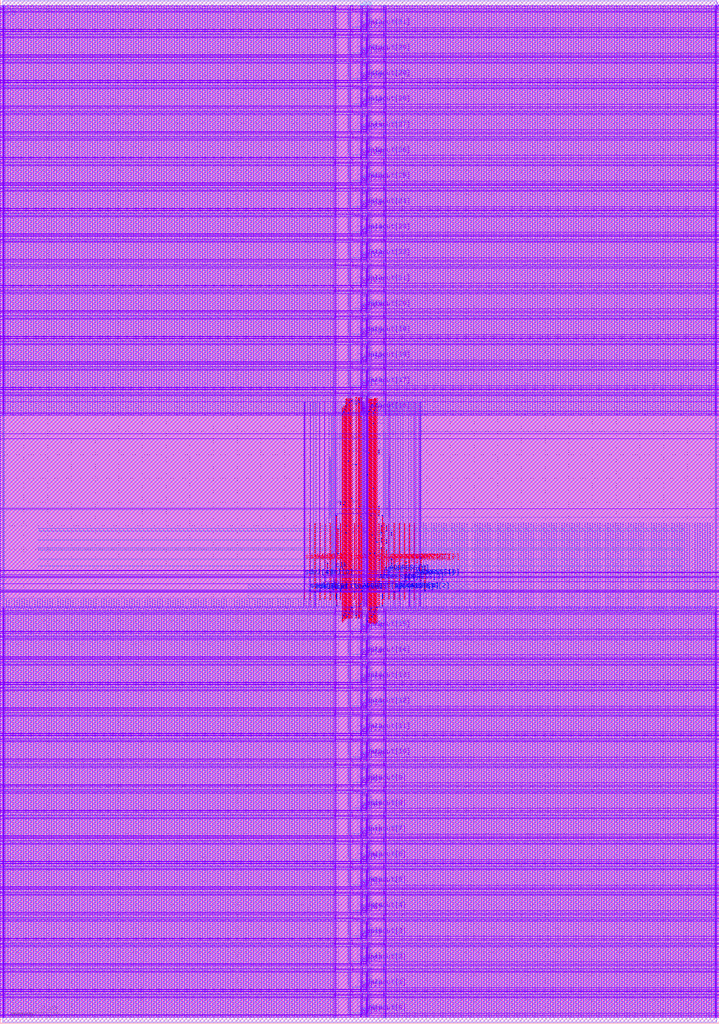
<source format=lef>
VERSION 5.8 ;
BUSBITCHARS "[]" ;
DIVIDERCHAR "/" ;

PROPERTYDEFINITIONS
  MACRO CatenaDesignType STRING ;
END PROPERTYDEFINITIONS

MACRO srambank_256x4x32_6t122
  CLASS BLOCK ;
  ORIGIN 0 0 ;
  FOREIGN srambank_256x4x32_6t122 0 0 ;
  SIZE 30.348 BY 43.2 ;
  SYMMETRY X Y ;
  SITE coreSite ;
  PIN VDD
    DIRECTION INOUT ;
    USE POWER ;
    PORT
      LAYER M4  ;
        RECT 0.1040 1.1720 30.2580 1.2200 ;
        RECT 0.1040 2.2520 30.2580 2.3000 ;
        RECT 0.1040 3.3320 30.2580 3.3800 ;
        RECT 0.1040 4.4120 30.2580 4.4600 ;
        RECT 0.1040 5.4920 30.2580 5.5400 ;
        RECT 0.1040 6.5720 30.2580 6.6200 ;
        RECT 0.1040 7.6520 30.2580 7.7000 ;
        RECT 0.1040 8.7320 30.2580 8.7800 ;
        RECT 0.1040 9.8120 30.2580 9.8600 ;
        RECT 0.1040 10.8920 30.2580 10.9400 ;
        RECT 0.1040 11.9720 30.2580 12.0200 ;
        RECT 0.1040 13.0520 30.2580 13.1000 ;
        RECT 0.1040 14.1320 30.2580 14.1800 ;
        RECT 0.1040 15.2120 30.2580 15.2600 ;
        RECT 0.1040 16.2920 30.2580 16.3400 ;
        RECT 0.1040 17.3720 30.2580 17.4200 ;
        RECT 0.1040 26.5790 30.2580 26.6270 ;
        RECT 0.1040 27.6590 30.2580 27.7070 ;
        RECT 0.1040 28.7390 30.2580 28.7870 ;
        RECT 0.1040 29.8190 30.2580 29.8670 ;
        RECT 0.1040 30.8990 30.2580 30.9470 ;
        RECT 0.1040 31.9790 30.2580 32.0270 ;
        RECT 0.1040 33.0590 30.2580 33.1070 ;
        RECT 0.1040 34.1390 30.2580 34.1870 ;
        RECT 0.1040 35.2190 30.2580 35.2670 ;
        RECT 0.1040 36.2990 30.2580 36.3470 ;
        RECT 0.1040 37.3790 30.2580 37.4270 ;
        RECT 0.1040 38.4590 30.2580 38.5070 ;
        RECT 0.1040 39.5390 30.2580 39.5870 ;
        RECT 0.1040 40.6190 30.2580 40.6670 ;
        RECT 0.1040 41.6990 30.2580 41.7470 ;
        RECT 0.1040 42.7790 30.2580 42.8270 ;
      LAYER M3  ;
        RECT 30.2180 0.2165 30.2360 1.3765 ;
        RECT 16.1960 0.2170 16.2140 1.3760 ;
        RECT 14.7920 0.2530 14.8820 1.3685 ;
        RECT 14.1440 0.2170 14.1620 1.3760 ;
        RECT 0.1220 0.2165 0.1400 1.3765 ;
        RECT 30.2180 1.2965 30.2360 2.4565 ;
        RECT 16.1960 1.2970 16.2140 2.4560 ;
        RECT 14.7920 1.3330 14.8820 2.4485 ;
        RECT 14.1440 1.2970 14.1620 2.4560 ;
        RECT 0.1220 1.2965 0.1400 2.4565 ;
        RECT 30.2180 2.3765 30.2360 3.5365 ;
        RECT 16.1960 2.3770 16.2140 3.5360 ;
        RECT 14.7920 2.4130 14.8820 3.5285 ;
        RECT 14.1440 2.3770 14.1620 3.5360 ;
        RECT 0.1220 2.3765 0.1400 3.5365 ;
        RECT 30.2180 3.4565 30.2360 4.6165 ;
        RECT 16.1960 3.4570 16.2140 4.6160 ;
        RECT 14.7920 3.4930 14.8820 4.6085 ;
        RECT 14.1440 3.4570 14.1620 4.6160 ;
        RECT 0.1220 3.4565 0.1400 4.6165 ;
        RECT 30.2180 4.5365 30.2360 5.6965 ;
        RECT 16.1960 4.5370 16.2140 5.6960 ;
        RECT 14.7920 4.5730 14.8820 5.6885 ;
        RECT 14.1440 4.5370 14.1620 5.6960 ;
        RECT 0.1220 4.5365 0.1400 5.6965 ;
        RECT 30.2180 5.6165 30.2360 6.7765 ;
        RECT 16.1960 5.6170 16.2140 6.7760 ;
        RECT 14.7920 5.6530 14.8820 6.7685 ;
        RECT 14.1440 5.6170 14.1620 6.7760 ;
        RECT 0.1220 5.6165 0.1400 6.7765 ;
        RECT 30.2180 6.6965 30.2360 7.8565 ;
        RECT 16.1960 6.6970 16.2140 7.8560 ;
        RECT 14.7920 6.7330 14.8820 7.8485 ;
        RECT 14.1440 6.6970 14.1620 7.8560 ;
        RECT 0.1220 6.6965 0.1400 7.8565 ;
        RECT 30.2180 7.7765 30.2360 8.9365 ;
        RECT 16.1960 7.7770 16.2140 8.9360 ;
        RECT 14.7920 7.8130 14.8820 8.9285 ;
        RECT 14.1440 7.7770 14.1620 8.9360 ;
        RECT 0.1220 7.7765 0.1400 8.9365 ;
        RECT 30.2180 8.8565 30.2360 10.0165 ;
        RECT 16.1960 8.8570 16.2140 10.0160 ;
        RECT 14.7920 8.8930 14.8820 10.0085 ;
        RECT 14.1440 8.8570 14.1620 10.0160 ;
        RECT 0.1220 8.8565 0.1400 10.0165 ;
        RECT 30.2180 9.9365 30.2360 11.0965 ;
        RECT 16.1960 9.9370 16.2140 11.0960 ;
        RECT 14.7920 9.9730 14.8820 11.0885 ;
        RECT 14.1440 9.9370 14.1620 11.0960 ;
        RECT 0.1220 9.9365 0.1400 11.0965 ;
        RECT 30.2180 11.0165 30.2360 12.1765 ;
        RECT 16.1960 11.0170 16.2140 12.1760 ;
        RECT 14.7920 11.0530 14.8820 12.1685 ;
        RECT 14.1440 11.0170 14.1620 12.1760 ;
        RECT 0.1220 11.0165 0.1400 12.1765 ;
        RECT 30.2180 12.0965 30.2360 13.2565 ;
        RECT 16.1960 12.0970 16.2140 13.2560 ;
        RECT 14.7920 12.1330 14.8820 13.2485 ;
        RECT 14.1440 12.0970 14.1620 13.2560 ;
        RECT 0.1220 12.0965 0.1400 13.2565 ;
        RECT 30.2180 13.1765 30.2360 14.3365 ;
        RECT 16.1960 13.1770 16.2140 14.3360 ;
        RECT 14.7920 13.2130 14.8820 14.3285 ;
        RECT 14.1440 13.1770 14.1620 14.3360 ;
        RECT 0.1220 13.1765 0.1400 14.3365 ;
        RECT 30.2180 14.2565 30.2360 15.4165 ;
        RECT 16.1960 14.2570 16.2140 15.4160 ;
        RECT 14.7920 14.2930 14.8820 15.4085 ;
        RECT 14.1440 14.2570 14.1620 15.4160 ;
        RECT 0.1220 14.2565 0.1400 15.4165 ;
        RECT 30.2180 15.3365 30.2360 16.4965 ;
        RECT 16.1960 15.3370 16.2140 16.4960 ;
        RECT 14.7920 15.3730 14.8820 16.4885 ;
        RECT 14.1440 15.3370 14.1620 16.4960 ;
        RECT 0.1220 15.3365 0.1400 16.4965 ;
        RECT 30.2180 16.4165 30.2360 17.5765 ;
        RECT 16.1960 16.4170 16.2140 17.5760 ;
        RECT 14.7920 16.4530 14.8820 17.5685 ;
        RECT 14.1440 16.4170 14.1620 17.5760 ;
        RECT 0.1220 16.4165 0.1400 17.5765 ;
        RECT 14.0490 21.3650 14.0670 27.4285 ;
        RECT 30.2180 25.6235 30.2360 26.7835 ;
        RECT 16.1960 25.6240 16.2140 26.7830 ;
        RECT 14.7920 25.6600 14.8820 26.7755 ;
        RECT 14.1440 25.6240 14.1620 26.7830 ;
        RECT 0.1220 25.6235 0.1400 26.7835 ;
        RECT 30.2180 26.7035 30.2360 27.8635 ;
        RECT 16.1960 26.7040 16.2140 27.8630 ;
        RECT 14.7920 26.7400 14.8820 27.8555 ;
        RECT 14.1440 26.7040 14.1620 27.8630 ;
        RECT 0.1220 26.7035 0.1400 27.8635 ;
        RECT 30.2180 27.7835 30.2360 28.9435 ;
        RECT 16.1960 27.7840 16.2140 28.9430 ;
        RECT 14.7920 27.8200 14.8820 28.9355 ;
        RECT 14.1440 27.7840 14.1620 28.9430 ;
        RECT 0.1220 27.7835 0.1400 28.9435 ;
        RECT 30.2180 28.8635 30.2360 30.0235 ;
        RECT 16.1960 28.8640 16.2140 30.0230 ;
        RECT 14.7920 28.9000 14.8820 30.0155 ;
        RECT 14.1440 28.8640 14.1620 30.0230 ;
        RECT 0.1220 28.8635 0.1400 30.0235 ;
        RECT 30.2180 29.9435 30.2360 31.1035 ;
        RECT 16.1960 29.9440 16.2140 31.1030 ;
        RECT 14.7920 29.9800 14.8820 31.0955 ;
        RECT 14.1440 29.9440 14.1620 31.1030 ;
        RECT 0.1220 29.9435 0.1400 31.1035 ;
        RECT 30.2180 31.0235 30.2360 32.1835 ;
        RECT 16.1960 31.0240 16.2140 32.1830 ;
        RECT 14.7920 31.0600 14.8820 32.1755 ;
        RECT 14.1440 31.0240 14.1620 32.1830 ;
        RECT 0.1220 31.0235 0.1400 32.1835 ;
        RECT 30.2180 32.1035 30.2360 33.2635 ;
        RECT 16.1960 32.1040 16.2140 33.2630 ;
        RECT 14.7920 32.1400 14.8820 33.2555 ;
        RECT 14.1440 32.1040 14.1620 33.2630 ;
        RECT 0.1220 32.1035 0.1400 33.2635 ;
        RECT 30.2180 33.1835 30.2360 34.3435 ;
        RECT 16.1960 33.1840 16.2140 34.3430 ;
        RECT 14.7920 33.2200 14.8820 34.3355 ;
        RECT 14.1440 33.1840 14.1620 34.3430 ;
        RECT 0.1220 33.1835 0.1400 34.3435 ;
        RECT 30.2180 34.2635 30.2360 35.4235 ;
        RECT 16.1960 34.2640 16.2140 35.4230 ;
        RECT 14.7920 34.3000 14.8820 35.4155 ;
        RECT 14.1440 34.2640 14.1620 35.4230 ;
        RECT 0.1220 34.2635 0.1400 35.4235 ;
        RECT 30.2180 35.3435 30.2360 36.5035 ;
        RECT 16.1960 35.3440 16.2140 36.5030 ;
        RECT 14.7920 35.3800 14.8820 36.4955 ;
        RECT 14.1440 35.3440 14.1620 36.5030 ;
        RECT 0.1220 35.3435 0.1400 36.5035 ;
        RECT 30.2180 36.4235 30.2360 37.5835 ;
        RECT 16.1960 36.4240 16.2140 37.5830 ;
        RECT 14.7920 36.4600 14.8820 37.5755 ;
        RECT 14.1440 36.4240 14.1620 37.5830 ;
        RECT 0.1220 36.4235 0.1400 37.5835 ;
        RECT 30.2180 37.5035 30.2360 38.6635 ;
        RECT 16.1960 37.5040 16.2140 38.6630 ;
        RECT 14.7920 37.5400 14.8820 38.6555 ;
        RECT 14.1440 37.5040 14.1620 38.6630 ;
        RECT 0.1220 37.5035 0.1400 38.6635 ;
        RECT 30.2180 38.5835 30.2360 39.7435 ;
        RECT 16.1960 38.5840 16.2140 39.7430 ;
        RECT 14.7920 38.6200 14.8820 39.7355 ;
        RECT 14.1440 38.5840 14.1620 39.7430 ;
        RECT 0.1220 38.5835 0.1400 39.7435 ;
        RECT 30.2180 39.6635 30.2360 40.8235 ;
        RECT 16.1960 39.6640 16.2140 40.8230 ;
        RECT 14.7920 39.7000 14.8820 40.8155 ;
        RECT 14.1440 39.6640 14.1620 40.8230 ;
        RECT 0.1220 39.6635 0.1400 40.8235 ;
        RECT 30.2180 40.7435 30.2360 41.9035 ;
        RECT 16.1960 40.7440 16.2140 41.9030 ;
        RECT 14.7920 40.7800 14.8820 41.8955 ;
        RECT 14.1440 40.7440 14.1620 41.9030 ;
        RECT 0.1220 40.7435 0.1400 41.9035 ;
        RECT 30.2180 41.8235 30.2360 42.9835 ;
        RECT 16.1960 41.8240 16.2140 42.9830 ;
        RECT 14.7920 41.8600 14.8820 42.9755 ;
        RECT 14.1440 41.8240 14.1620 42.9830 ;
        RECT 0.1220 41.8235 0.1400 42.9835 ;
      LAYER V3  ;
        RECT 0.1220 1.1720 0.1400 1.2200 ;
        RECT 14.1440 1.1720 14.1620 1.2200 ;
        RECT 14.7920 1.1720 14.8820 1.2200 ;
        RECT 16.1960 1.1720 16.2140 1.2200 ;
        RECT 30.2180 1.1720 30.2360 1.2200 ;
        RECT 0.1220 2.2520 0.1400 2.3000 ;
        RECT 14.1440 2.2520 14.1620 2.3000 ;
        RECT 14.7920 2.2520 14.8820 2.3000 ;
        RECT 16.1960 2.2520 16.2140 2.3000 ;
        RECT 30.2180 2.2520 30.2360 2.3000 ;
        RECT 0.1220 3.3320 0.1400 3.3800 ;
        RECT 14.1440 3.3320 14.1620 3.3800 ;
        RECT 14.7920 3.3320 14.8820 3.3800 ;
        RECT 16.1960 3.3320 16.2140 3.3800 ;
        RECT 30.2180 3.3320 30.2360 3.3800 ;
        RECT 0.1220 4.4120 0.1400 4.4600 ;
        RECT 14.1440 4.4120 14.1620 4.4600 ;
        RECT 14.7920 4.4120 14.8820 4.4600 ;
        RECT 16.1960 4.4120 16.2140 4.4600 ;
        RECT 30.2180 4.4120 30.2360 4.4600 ;
        RECT 0.1220 5.4920 0.1400 5.5400 ;
        RECT 14.1440 5.4920 14.1620 5.5400 ;
        RECT 14.7920 5.4920 14.8820 5.5400 ;
        RECT 16.1960 5.4920 16.2140 5.5400 ;
        RECT 30.2180 5.4920 30.2360 5.5400 ;
        RECT 0.1220 6.5720 0.1400 6.6200 ;
        RECT 14.1440 6.5720 14.1620 6.6200 ;
        RECT 14.7920 6.5720 14.8820 6.6200 ;
        RECT 16.1960 6.5720 16.2140 6.6200 ;
        RECT 30.2180 6.5720 30.2360 6.6200 ;
        RECT 0.1220 7.6520 0.1400 7.7000 ;
        RECT 14.1440 7.6520 14.1620 7.7000 ;
        RECT 14.7920 7.6520 14.8820 7.7000 ;
        RECT 16.1960 7.6520 16.2140 7.7000 ;
        RECT 30.2180 7.6520 30.2360 7.7000 ;
        RECT 0.1220 8.7320 0.1400 8.7800 ;
        RECT 14.1440 8.7320 14.1620 8.7800 ;
        RECT 14.7920 8.7320 14.8820 8.7800 ;
        RECT 16.1960 8.7320 16.2140 8.7800 ;
        RECT 30.2180 8.7320 30.2360 8.7800 ;
        RECT 0.1220 9.8120 0.1400 9.8600 ;
        RECT 14.1440 9.8120 14.1620 9.8600 ;
        RECT 14.7920 9.8120 14.8820 9.8600 ;
        RECT 16.1960 9.8120 16.2140 9.8600 ;
        RECT 30.2180 9.8120 30.2360 9.8600 ;
        RECT 0.1220 10.8920 0.1400 10.9400 ;
        RECT 14.1440 10.8920 14.1620 10.9400 ;
        RECT 14.7920 10.8920 14.8820 10.9400 ;
        RECT 16.1960 10.8920 16.2140 10.9400 ;
        RECT 30.2180 10.8920 30.2360 10.9400 ;
        RECT 0.1220 11.9720 0.1400 12.0200 ;
        RECT 14.1440 11.9720 14.1620 12.0200 ;
        RECT 14.7920 11.9720 14.8820 12.0200 ;
        RECT 16.1960 11.9720 16.2140 12.0200 ;
        RECT 30.2180 11.9720 30.2360 12.0200 ;
        RECT 0.1220 13.0520 0.1400 13.1000 ;
        RECT 14.1440 13.0520 14.1620 13.1000 ;
        RECT 14.7920 13.0520 14.8820 13.1000 ;
        RECT 16.1960 13.0520 16.2140 13.1000 ;
        RECT 30.2180 13.0520 30.2360 13.1000 ;
        RECT 0.1220 14.1320 0.1400 14.1800 ;
        RECT 14.1440 14.1320 14.1620 14.1800 ;
        RECT 14.7920 14.1320 14.8820 14.1800 ;
        RECT 16.1960 14.1320 16.2140 14.1800 ;
        RECT 30.2180 14.1320 30.2360 14.1800 ;
        RECT 0.1220 15.2120 0.1400 15.2600 ;
        RECT 14.1440 15.2120 14.1620 15.2600 ;
        RECT 14.7920 15.2120 14.8820 15.2600 ;
        RECT 16.1960 15.2120 16.2140 15.2600 ;
        RECT 30.2180 15.2120 30.2360 15.2600 ;
        RECT 0.1220 16.2920 0.1400 16.3400 ;
        RECT 14.1440 16.2920 14.1620 16.3400 ;
        RECT 14.7920 16.2920 14.8820 16.3400 ;
        RECT 16.1960 16.2920 16.2140 16.3400 ;
        RECT 30.2180 16.2920 30.2360 16.3400 ;
        RECT 0.1220 17.3720 0.1400 17.4200 ;
        RECT 14.1440 17.3720 14.1620 17.4200 ;
        RECT 14.7920 17.3720 14.8820 17.4200 ;
        RECT 16.1960 17.3720 16.2140 17.4200 ;
        RECT 30.2180 17.3720 30.2360 17.4200 ;
        RECT 0.1220 26.5790 0.1400 26.6270 ;
        RECT 14.1440 26.5790 14.1620 26.6270 ;
        RECT 14.7920 26.5790 14.8820 26.6270 ;
        RECT 16.1960 26.5790 16.2140 26.6270 ;
        RECT 30.2180 26.5790 30.2360 26.6270 ;
        RECT 0.1220 27.6590 0.1400 27.7070 ;
        RECT 14.1440 27.6590 14.1620 27.7070 ;
        RECT 14.7920 27.6590 14.8820 27.7070 ;
        RECT 16.1960 27.6590 16.2140 27.7070 ;
        RECT 30.2180 27.6590 30.2360 27.7070 ;
        RECT 0.1220 28.7390 0.1400 28.7870 ;
        RECT 14.1440 28.7390 14.1620 28.7870 ;
        RECT 14.7920 28.7390 14.8820 28.7870 ;
        RECT 16.1960 28.7390 16.2140 28.7870 ;
        RECT 30.2180 28.7390 30.2360 28.7870 ;
        RECT 0.1220 29.8190 0.1400 29.8670 ;
        RECT 14.1440 29.8190 14.1620 29.8670 ;
        RECT 14.7920 29.8190 14.8820 29.8670 ;
        RECT 16.1960 29.8190 16.2140 29.8670 ;
        RECT 30.2180 29.8190 30.2360 29.8670 ;
        RECT 0.1220 30.8990 0.1400 30.9470 ;
        RECT 14.1440 30.8990 14.1620 30.9470 ;
        RECT 14.7920 30.8990 14.8820 30.9470 ;
        RECT 16.1960 30.8990 16.2140 30.9470 ;
        RECT 30.2180 30.8990 30.2360 30.9470 ;
        RECT 0.1220 31.9790 0.1400 32.0270 ;
        RECT 14.1440 31.9790 14.1620 32.0270 ;
        RECT 14.7920 31.9790 14.8820 32.0270 ;
        RECT 16.1960 31.9790 16.2140 32.0270 ;
        RECT 30.2180 31.9790 30.2360 32.0270 ;
        RECT 0.1220 33.0590 0.1400 33.1070 ;
        RECT 14.1440 33.0590 14.1620 33.1070 ;
        RECT 14.7920 33.0590 14.8820 33.1070 ;
        RECT 16.1960 33.0590 16.2140 33.1070 ;
        RECT 30.2180 33.0590 30.2360 33.1070 ;
        RECT 0.1220 34.1390 0.1400 34.1870 ;
        RECT 14.1440 34.1390 14.1620 34.1870 ;
        RECT 14.7920 34.1390 14.8820 34.1870 ;
        RECT 16.1960 34.1390 16.2140 34.1870 ;
        RECT 30.2180 34.1390 30.2360 34.1870 ;
        RECT 0.1220 35.2190 0.1400 35.2670 ;
        RECT 14.1440 35.2190 14.1620 35.2670 ;
        RECT 14.7920 35.2190 14.8820 35.2670 ;
        RECT 16.1960 35.2190 16.2140 35.2670 ;
        RECT 30.2180 35.2190 30.2360 35.2670 ;
        RECT 0.1220 36.2990 0.1400 36.3470 ;
        RECT 14.1440 36.2990 14.1620 36.3470 ;
        RECT 14.7920 36.2990 14.8820 36.3470 ;
        RECT 16.1960 36.2990 16.2140 36.3470 ;
        RECT 30.2180 36.2990 30.2360 36.3470 ;
        RECT 0.1220 37.3790 0.1400 37.4270 ;
        RECT 14.1440 37.3790 14.1620 37.4270 ;
        RECT 14.7920 37.3790 14.8820 37.4270 ;
        RECT 16.1960 37.3790 16.2140 37.4270 ;
        RECT 30.2180 37.3790 30.2360 37.4270 ;
        RECT 0.1220 38.4590 0.1400 38.5070 ;
        RECT 14.1440 38.4590 14.1620 38.5070 ;
        RECT 14.7920 38.4590 14.8820 38.5070 ;
        RECT 16.1960 38.4590 16.2140 38.5070 ;
        RECT 30.2180 38.4590 30.2360 38.5070 ;
        RECT 0.1220 39.5390 0.1400 39.5870 ;
        RECT 14.1440 39.5390 14.1620 39.5870 ;
        RECT 14.7920 39.5390 14.8820 39.5870 ;
        RECT 16.1960 39.5390 16.2140 39.5870 ;
        RECT 30.2180 39.5390 30.2360 39.5870 ;
        RECT 0.1220 40.6190 0.1400 40.6670 ;
        RECT 14.1440 40.6190 14.1620 40.6670 ;
        RECT 14.7920 40.6190 14.8820 40.6670 ;
        RECT 16.1960 40.6190 16.2140 40.6670 ;
        RECT 30.2180 40.6190 30.2360 40.6670 ;
        RECT 0.1220 41.6990 0.1400 41.7470 ;
        RECT 14.1440 41.6990 14.1620 41.7470 ;
        RECT 14.7920 41.6990 14.8820 41.7470 ;
        RECT 16.1960 41.6990 16.2140 41.7470 ;
        RECT 30.2180 41.6990 30.2360 41.7470 ;
        RECT 0.1220 42.7790 0.1400 42.8270 ;
        RECT 14.1440 42.7790 14.1620 42.8270 ;
        RECT 14.7920 42.7790 14.8820 42.8270 ;
        RECT 16.1960 42.7790 16.2140 42.8270 ;
        RECT 30.2180 42.7790 30.2360 42.8270 ;
    END
  END VDD
  PIN VSS
    DIRECTION INOUT ;
    USE POWER ;
    PORT
      LAYER M4  ;
        RECT 0.1040 1.0760 30.2580 1.1240 ;
        RECT 0.1040 2.1560 30.2580 2.2040 ;
        RECT 0.1040 3.2360 30.2580 3.2840 ;
        RECT 0.1040 4.3160 30.2580 4.3640 ;
        RECT 0.1040 5.3960 30.2580 5.4440 ;
        RECT 0.1040 6.4760 30.2580 6.5240 ;
        RECT 0.1040 7.5560 30.2580 7.6040 ;
        RECT 0.1040 8.6360 30.2580 8.6840 ;
        RECT 0.1040 9.7160 30.2580 9.7640 ;
        RECT 0.1040 10.7960 30.2580 10.8440 ;
        RECT 0.1040 11.8760 30.2580 11.9240 ;
        RECT 0.1040 12.9560 30.2580 13.0040 ;
        RECT 0.1040 14.0360 30.2580 14.0840 ;
        RECT 0.1040 15.1160 30.2580 15.1640 ;
        RECT 0.1040 16.1960 30.2580 16.2440 ;
        RECT 0.1040 17.2760 30.2580 17.3240 ;
        RECT 10.4760 18.3415 19.8720 18.5575 ;
        RECT 14.3100 21.5095 16.0380 21.7255 ;
        RECT 14.3100 24.6775 16.0380 24.8935 ;
        RECT 0.1040 26.4830 30.2580 26.5310 ;
        RECT 0.1040 27.5630 30.2580 27.6110 ;
        RECT 0.1040 28.6430 30.2580 28.6910 ;
        RECT 0.1040 29.7230 30.2580 29.7710 ;
        RECT 0.1040 30.8030 30.2580 30.8510 ;
        RECT 0.1040 31.8830 30.2580 31.9310 ;
        RECT 0.1040 32.9630 30.2580 33.0110 ;
        RECT 0.1040 34.0430 30.2580 34.0910 ;
        RECT 0.1040 35.1230 30.2580 35.1710 ;
        RECT 0.1040 36.2030 30.2580 36.2510 ;
        RECT 0.1040 37.2830 30.2580 37.3310 ;
        RECT 0.1040 38.3630 30.2580 38.4110 ;
        RECT 0.1040 39.4430 30.2580 39.4910 ;
        RECT 0.1040 40.5230 30.2580 40.5710 ;
        RECT 0.1040 41.6030 30.2580 41.6510 ;
        RECT 0.1040 42.6830 30.2580 42.7310 ;
      LAYER M3  ;
        RECT 30.1820 0.2165 30.2000 1.3765 ;
        RECT 16.2500 0.2165 16.2680 1.3765 ;
        RECT 15.4850 0.2530 15.5210 1.3675 ;
        RECT 15.2600 0.2530 15.2870 1.3675 ;
        RECT 14.0900 0.2165 14.1080 1.3765 ;
        RECT 0.1580 0.2165 0.1760 1.3765 ;
        RECT 30.1820 1.2965 30.2000 2.4565 ;
        RECT 16.2500 1.2965 16.2680 2.4565 ;
        RECT 15.4850 1.3330 15.5210 2.4475 ;
        RECT 15.2600 1.3330 15.2870 2.4475 ;
        RECT 14.0900 1.2965 14.1080 2.4565 ;
        RECT 0.1580 1.2965 0.1760 2.4565 ;
        RECT 30.1820 2.3765 30.2000 3.5365 ;
        RECT 16.2500 2.3765 16.2680 3.5365 ;
        RECT 15.4850 2.4130 15.5210 3.5275 ;
        RECT 15.2600 2.4130 15.2870 3.5275 ;
        RECT 14.0900 2.3765 14.1080 3.5365 ;
        RECT 0.1580 2.3765 0.1760 3.5365 ;
        RECT 30.1820 3.4565 30.2000 4.6165 ;
        RECT 16.2500 3.4565 16.2680 4.6165 ;
        RECT 15.4850 3.4930 15.5210 4.6075 ;
        RECT 15.2600 3.4930 15.2870 4.6075 ;
        RECT 14.0900 3.4565 14.1080 4.6165 ;
        RECT 0.1580 3.4565 0.1760 4.6165 ;
        RECT 30.1820 4.5365 30.2000 5.6965 ;
        RECT 16.2500 4.5365 16.2680 5.6965 ;
        RECT 15.4850 4.5730 15.5210 5.6875 ;
        RECT 15.2600 4.5730 15.2870 5.6875 ;
        RECT 14.0900 4.5365 14.1080 5.6965 ;
        RECT 0.1580 4.5365 0.1760 5.6965 ;
        RECT 30.1820 5.6165 30.2000 6.7765 ;
        RECT 16.2500 5.6165 16.2680 6.7765 ;
        RECT 15.4850 5.6530 15.5210 6.7675 ;
        RECT 15.2600 5.6530 15.2870 6.7675 ;
        RECT 14.0900 5.6165 14.1080 6.7765 ;
        RECT 0.1580 5.6165 0.1760 6.7765 ;
        RECT 30.1820 6.6965 30.2000 7.8565 ;
        RECT 16.2500 6.6965 16.2680 7.8565 ;
        RECT 15.4850 6.7330 15.5210 7.8475 ;
        RECT 15.2600 6.7330 15.2870 7.8475 ;
        RECT 14.0900 6.6965 14.1080 7.8565 ;
        RECT 0.1580 6.6965 0.1760 7.8565 ;
        RECT 30.1820 7.7765 30.2000 8.9365 ;
        RECT 16.2500 7.7765 16.2680 8.9365 ;
        RECT 15.4850 7.8130 15.5210 8.9275 ;
        RECT 15.2600 7.8130 15.2870 8.9275 ;
        RECT 14.0900 7.7765 14.1080 8.9365 ;
        RECT 0.1580 7.7765 0.1760 8.9365 ;
        RECT 30.1820 8.8565 30.2000 10.0165 ;
        RECT 16.2500 8.8565 16.2680 10.0165 ;
        RECT 15.4850 8.8930 15.5210 10.0075 ;
        RECT 15.2600 8.8930 15.2870 10.0075 ;
        RECT 14.0900 8.8565 14.1080 10.0165 ;
        RECT 0.1580 8.8565 0.1760 10.0165 ;
        RECT 30.1820 9.9365 30.2000 11.0965 ;
        RECT 16.2500 9.9365 16.2680 11.0965 ;
        RECT 15.4850 9.9730 15.5210 11.0875 ;
        RECT 15.2600 9.9730 15.2870 11.0875 ;
        RECT 14.0900 9.9365 14.1080 11.0965 ;
        RECT 0.1580 9.9365 0.1760 11.0965 ;
        RECT 30.1820 11.0165 30.2000 12.1765 ;
        RECT 16.2500 11.0165 16.2680 12.1765 ;
        RECT 15.4850 11.0530 15.5210 12.1675 ;
        RECT 15.2600 11.0530 15.2870 12.1675 ;
        RECT 14.0900 11.0165 14.1080 12.1765 ;
        RECT 0.1580 11.0165 0.1760 12.1765 ;
        RECT 30.1820 12.0965 30.2000 13.2565 ;
        RECT 16.2500 12.0965 16.2680 13.2565 ;
        RECT 15.4850 12.1330 15.5210 13.2475 ;
        RECT 15.2600 12.1330 15.2870 13.2475 ;
        RECT 14.0900 12.0965 14.1080 13.2565 ;
        RECT 0.1580 12.0965 0.1760 13.2565 ;
        RECT 30.1820 13.1765 30.2000 14.3365 ;
        RECT 16.2500 13.1765 16.2680 14.3365 ;
        RECT 15.4850 13.2130 15.5210 14.3275 ;
        RECT 15.2600 13.2130 15.2870 14.3275 ;
        RECT 14.0900 13.1765 14.1080 14.3365 ;
        RECT 0.1580 13.1765 0.1760 14.3365 ;
        RECT 30.1820 14.2565 30.2000 15.4165 ;
        RECT 16.2500 14.2565 16.2680 15.4165 ;
        RECT 15.4850 14.2930 15.5210 15.4075 ;
        RECT 15.2600 14.2930 15.2870 15.4075 ;
        RECT 14.0900 14.2565 14.1080 15.4165 ;
        RECT 0.1580 14.2565 0.1760 15.4165 ;
        RECT 30.1820 15.3365 30.2000 16.4965 ;
        RECT 16.2500 15.3365 16.2680 16.4965 ;
        RECT 15.4850 15.3730 15.5210 16.4875 ;
        RECT 15.2600 15.3730 15.2870 16.4875 ;
        RECT 14.0900 15.3365 14.1080 16.4965 ;
        RECT 0.1580 15.3365 0.1760 16.4965 ;
        RECT 30.1820 16.4165 30.2000 17.5765 ;
        RECT 16.2500 16.4165 16.2680 17.5765 ;
        RECT 15.4850 16.4530 15.5210 17.5675 ;
        RECT 15.2600 16.4530 15.2870 17.5675 ;
        RECT 14.0900 16.4165 14.1080 17.5765 ;
        RECT 0.1580 16.4165 0.1760 17.5765 ;
        RECT 16.2450 17.5470 16.2630 25.7540 ;
        RECT 15.2910 17.7705 15.5250 25.4535 ;
        RECT 14.0850 17.5470 14.1030 27.4285 ;
        RECT 30.1820 25.6235 30.2000 26.7835 ;
        RECT 16.2500 25.6235 16.2680 26.7835 ;
        RECT 15.4850 25.6600 15.5210 26.7745 ;
        RECT 15.2600 25.6600 15.2870 26.7745 ;
        RECT 14.0900 25.6235 14.1080 26.7835 ;
        RECT 0.1580 25.6235 0.1760 26.7835 ;
        RECT 30.1820 26.7035 30.2000 27.8635 ;
        RECT 16.2500 26.7035 16.2680 27.8635 ;
        RECT 15.4850 26.7400 15.5210 27.8545 ;
        RECT 15.2600 26.7400 15.2870 27.8545 ;
        RECT 14.0900 26.7035 14.1080 27.8635 ;
        RECT 0.1580 26.7035 0.1760 27.8635 ;
        RECT 30.1820 27.7835 30.2000 28.9435 ;
        RECT 16.2500 27.7835 16.2680 28.9435 ;
        RECT 15.4850 27.8200 15.5210 28.9345 ;
        RECT 15.2600 27.8200 15.2870 28.9345 ;
        RECT 14.0900 27.7835 14.1080 28.9435 ;
        RECT 0.1580 27.7835 0.1760 28.9435 ;
        RECT 30.1820 28.8635 30.2000 30.0235 ;
        RECT 16.2500 28.8635 16.2680 30.0235 ;
        RECT 15.4850 28.9000 15.5210 30.0145 ;
        RECT 15.2600 28.9000 15.2870 30.0145 ;
        RECT 14.0900 28.8635 14.1080 30.0235 ;
        RECT 0.1580 28.8635 0.1760 30.0235 ;
        RECT 30.1820 29.9435 30.2000 31.1035 ;
        RECT 16.2500 29.9435 16.2680 31.1035 ;
        RECT 15.4850 29.9800 15.5210 31.0945 ;
        RECT 15.2600 29.9800 15.2870 31.0945 ;
        RECT 14.0900 29.9435 14.1080 31.1035 ;
        RECT 0.1580 29.9435 0.1760 31.1035 ;
        RECT 30.1820 31.0235 30.2000 32.1835 ;
        RECT 16.2500 31.0235 16.2680 32.1835 ;
        RECT 15.4850 31.0600 15.5210 32.1745 ;
        RECT 15.2600 31.0600 15.2870 32.1745 ;
        RECT 14.0900 31.0235 14.1080 32.1835 ;
        RECT 0.1580 31.0235 0.1760 32.1835 ;
        RECT 30.1820 32.1035 30.2000 33.2635 ;
        RECT 16.2500 32.1035 16.2680 33.2635 ;
        RECT 15.4850 32.1400 15.5210 33.2545 ;
        RECT 15.2600 32.1400 15.2870 33.2545 ;
        RECT 14.0900 32.1035 14.1080 33.2635 ;
        RECT 0.1580 32.1035 0.1760 33.2635 ;
        RECT 30.1820 33.1835 30.2000 34.3435 ;
        RECT 16.2500 33.1835 16.2680 34.3435 ;
        RECT 15.4850 33.2200 15.5210 34.3345 ;
        RECT 15.2600 33.2200 15.2870 34.3345 ;
        RECT 14.0900 33.1835 14.1080 34.3435 ;
        RECT 0.1580 33.1835 0.1760 34.3435 ;
        RECT 30.1820 34.2635 30.2000 35.4235 ;
        RECT 16.2500 34.2635 16.2680 35.4235 ;
        RECT 15.4850 34.3000 15.5210 35.4145 ;
        RECT 15.2600 34.3000 15.2870 35.4145 ;
        RECT 14.0900 34.2635 14.1080 35.4235 ;
        RECT 0.1580 34.2635 0.1760 35.4235 ;
        RECT 30.1820 35.3435 30.2000 36.5035 ;
        RECT 16.2500 35.3435 16.2680 36.5035 ;
        RECT 15.4850 35.3800 15.5210 36.4945 ;
        RECT 15.2600 35.3800 15.2870 36.4945 ;
        RECT 14.0900 35.3435 14.1080 36.5035 ;
        RECT 0.1580 35.3435 0.1760 36.5035 ;
        RECT 30.1820 36.4235 30.2000 37.5835 ;
        RECT 16.2500 36.4235 16.2680 37.5835 ;
        RECT 15.4850 36.4600 15.5210 37.5745 ;
        RECT 15.2600 36.4600 15.2870 37.5745 ;
        RECT 14.0900 36.4235 14.1080 37.5835 ;
        RECT 0.1580 36.4235 0.1760 37.5835 ;
        RECT 30.1820 37.5035 30.2000 38.6635 ;
        RECT 16.2500 37.5035 16.2680 38.6635 ;
        RECT 15.4850 37.5400 15.5210 38.6545 ;
        RECT 15.2600 37.5400 15.2870 38.6545 ;
        RECT 14.0900 37.5035 14.1080 38.6635 ;
        RECT 0.1580 37.5035 0.1760 38.6635 ;
        RECT 30.1820 38.5835 30.2000 39.7435 ;
        RECT 16.2500 38.5835 16.2680 39.7435 ;
        RECT 15.4850 38.6200 15.5210 39.7345 ;
        RECT 15.2600 38.6200 15.2870 39.7345 ;
        RECT 14.0900 38.5835 14.1080 39.7435 ;
        RECT 0.1580 38.5835 0.1760 39.7435 ;
        RECT 30.1820 39.6635 30.2000 40.8235 ;
        RECT 16.2500 39.6635 16.2680 40.8235 ;
        RECT 15.4850 39.7000 15.5210 40.8145 ;
        RECT 15.2600 39.7000 15.2870 40.8145 ;
        RECT 14.0900 39.6635 14.1080 40.8235 ;
        RECT 0.1580 39.6635 0.1760 40.8235 ;
        RECT 30.1820 40.7435 30.2000 41.9035 ;
        RECT 16.2500 40.7435 16.2680 41.9035 ;
        RECT 15.4850 40.7800 15.5210 41.8945 ;
        RECT 15.2600 40.7800 15.2870 41.8945 ;
        RECT 14.0900 40.7435 14.1080 41.9035 ;
        RECT 0.1580 40.7435 0.1760 41.9035 ;
        RECT 30.1820 41.8235 30.2000 42.9835 ;
        RECT 16.2500 41.8235 16.2680 42.9835 ;
        RECT 15.4850 41.8600 15.5210 42.9745 ;
        RECT 15.2600 41.8600 15.2870 42.9745 ;
        RECT 14.0900 41.8235 14.1080 42.9835 ;
        RECT 0.1580 41.8235 0.1760 42.9835 ;
      LAYER V3  ;
        RECT 0.1580 1.0760 0.1760 1.1240 ;
        RECT 14.0900 1.0760 14.1080 1.1240 ;
        RECT 15.2600 1.0760 15.2870 1.1240 ;
        RECT 15.4850 1.0760 15.5210 1.1240 ;
        RECT 16.2500 1.0760 16.2680 1.1240 ;
        RECT 30.1820 1.0760 30.2000 1.1240 ;
        RECT 0.1580 2.1560 0.1760 2.2040 ;
        RECT 14.0900 2.1560 14.1080 2.2040 ;
        RECT 15.2600 2.1560 15.2870 2.2040 ;
        RECT 15.4850 2.1560 15.5210 2.2040 ;
        RECT 16.2500 2.1560 16.2680 2.2040 ;
        RECT 30.1820 2.1560 30.2000 2.2040 ;
        RECT 0.1580 3.2360 0.1760 3.2840 ;
        RECT 14.0900 3.2360 14.1080 3.2840 ;
        RECT 15.2600 3.2360 15.2870 3.2840 ;
        RECT 15.4850 3.2360 15.5210 3.2840 ;
        RECT 16.2500 3.2360 16.2680 3.2840 ;
        RECT 30.1820 3.2360 30.2000 3.2840 ;
        RECT 0.1580 4.3160 0.1760 4.3640 ;
        RECT 14.0900 4.3160 14.1080 4.3640 ;
        RECT 15.2600 4.3160 15.2870 4.3640 ;
        RECT 15.4850 4.3160 15.5210 4.3640 ;
        RECT 16.2500 4.3160 16.2680 4.3640 ;
        RECT 30.1820 4.3160 30.2000 4.3640 ;
        RECT 0.1580 5.3960 0.1760 5.4440 ;
        RECT 14.0900 5.3960 14.1080 5.4440 ;
        RECT 15.2600 5.3960 15.2870 5.4440 ;
        RECT 15.4850 5.3960 15.5210 5.4440 ;
        RECT 16.2500 5.3960 16.2680 5.4440 ;
        RECT 30.1820 5.3960 30.2000 5.4440 ;
        RECT 0.1580 6.4760 0.1760 6.5240 ;
        RECT 14.0900 6.4760 14.1080 6.5240 ;
        RECT 15.2600 6.4760 15.2870 6.5240 ;
        RECT 15.4850 6.4760 15.5210 6.5240 ;
        RECT 16.2500 6.4760 16.2680 6.5240 ;
        RECT 30.1820 6.4760 30.2000 6.5240 ;
        RECT 0.1580 7.5560 0.1760 7.6040 ;
        RECT 14.0900 7.5560 14.1080 7.6040 ;
        RECT 15.2600 7.5560 15.2870 7.6040 ;
        RECT 15.4850 7.5560 15.5210 7.6040 ;
        RECT 16.2500 7.5560 16.2680 7.6040 ;
        RECT 30.1820 7.5560 30.2000 7.6040 ;
        RECT 0.1580 8.6360 0.1760 8.6840 ;
        RECT 14.0900 8.6360 14.1080 8.6840 ;
        RECT 15.2600 8.6360 15.2870 8.6840 ;
        RECT 15.4850 8.6360 15.5210 8.6840 ;
        RECT 16.2500 8.6360 16.2680 8.6840 ;
        RECT 30.1820 8.6360 30.2000 8.6840 ;
        RECT 0.1580 9.7160 0.1760 9.7640 ;
        RECT 14.0900 9.7160 14.1080 9.7640 ;
        RECT 15.2600 9.7160 15.2870 9.7640 ;
        RECT 15.4850 9.7160 15.5210 9.7640 ;
        RECT 16.2500 9.7160 16.2680 9.7640 ;
        RECT 30.1820 9.7160 30.2000 9.7640 ;
        RECT 0.1580 10.7960 0.1760 10.8440 ;
        RECT 14.0900 10.7960 14.1080 10.8440 ;
        RECT 15.2600 10.7960 15.2870 10.8440 ;
        RECT 15.4850 10.7960 15.5210 10.8440 ;
        RECT 16.2500 10.7960 16.2680 10.8440 ;
        RECT 30.1820 10.7960 30.2000 10.8440 ;
        RECT 0.1580 11.8760 0.1760 11.9240 ;
        RECT 14.0900 11.8760 14.1080 11.9240 ;
        RECT 15.2600 11.8760 15.2870 11.9240 ;
        RECT 15.4850 11.8760 15.5210 11.9240 ;
        RECT 16.2500 11.8760 16.2680 11.9240 ;
        RECT 30.1820 11.8760 30.2000 11.9240 ;
        RECT 0.1580 12.9560 0.1760 13.0040 ;
        RECT 14.0900 12.9560 14.1080 13.0040 ;
        RECT 15.2600 12.9560 15.2870 13.0040 ;
        RECT 15.4850 12.9560 15.5210 13.0040 ;
        RECT 16.2500 12.9560 16.2680 13.0040 ;
        RECT 30.1820 12.9560 30.2000 13.0040 ;
        RECT 0.1580 14.0360 0.1760 14.0840 ;
        RECT 14.0900 14.0360 14.1080 14.0840 ;
        RECT 15.2600 14.0360 15.2870 14.0840 ;
        RECT 15.4850 14.0360 15.5210 14.0840 ;
        RECT 16.2500 14.0360 16.2680 14.0840 ;
        RECT 30.1820 14.0360 30.2000 14.0840 ;
        RECT 0.1580 15.1160 0.1760 15.1640 ;
        RECT 14.0900 15.1160 14.1080 15.1640 ;
        RECT 15.2600 15.1160 15.2870 15.1640 ;
        RECT 15.4850 15.1160 15.5210 15.1640 ;
        RECT 16.2500 15.1160 16.2680 15.1640 ;
        RECT 30.1820 15.1160 30.2000 15.1640 ;
        RECT 0.1580 16.1960 0.1760 16.2440 ;
        RECT 14.0900 16.1960 14.1080 16.2440 ;
        RECT 15.2600 16.1960 15.2870 16.2440 ;
        RECT 15.4850 16.1960 15.5210 16.2440 ;
        RECT 16.2500 16.1960 16.2680 16.2440 ;
        RECT 30.1820 16.1960 30.2000 16.2440 ;
        RECT 0.1580 17.2760 0.1760 17.3240 ;
        RECT 14.0900 17.2760 14.1080 17.3240 ;
        RECT 15.2600 17.2760 15.2870 17.3240 ;
        RECT 15.4850 17.2760 15.5210 17.3240 ;
        RECT 16.2500 17.2760 16.2680 17.3240 ;
        RECT 30.1820 17.2760 30.2000 17.3240 ;
        RECT 14.0850 18.3415 14.1030 18.5575 ;
        RECT 15.2950 24.6775 15.3130 24.8935 ;
        RECT 15.2950 21.5095 15.3130 21.7255 ;
        RECT 15.2950 18.3415 15.3130 18.5575 ;
        RECT 15.3470 24.6775 15.3650 24.8935 ;
        RECT 15.3470 21.5095 15.3650 21.7255 ;
        RECT 15.3470 18.3415 15.3650 18.5575 ;
        RECT 15.3990 24.6775 15.4170 24.8935 ;
        RECT 15.3990 21.5095 15.4170 21.7255 ;
        RECT 15.3990 18.3415 15.4170 18.5575 ;
        RECT 15.4510 24.6775 15.4690 24.8935 ;
        RECT 15.4510 21.5095 15.4690 21.7255 ;
        RECT 15.4510 18.3415 15.4690 18.5575 ;
        RECT 15.5030 24.6775 15.5210 24.8935 ;
        RECT 15.5030 21.5095 15.5210 21.7255 ;
        RECT 15.5030 18.3415 15.5210 18.5575 ;
        RECT 16.2450 18.3415 16.2630 18.5575 ;
        RECT 0.1580 26.4830 0.1760 26.5310 ;
        RECT 14.0900 26.4830 14.1080 26.5310 ;
        RECT 15.2600 26.4830 15.2870 26.5310 ;
        RECT 15.4850 26.4830 15.5210 26.5310 ;
        RECT 16.2500 26.4830 16.2680 26.5310 ;
        RECT 30.1820 26.4830 30.2000 26.5310 ;
        RECT 0.1580 27.5630 0.1760 27.6110 ;
        RECT 14.0900 27.5630 14.1080 27.6110 ;
        RECT 15.2600 27.5630 15.2870 27.6110 ;
        RECT 15.4850 27.5630 15.5210 27.6110 ;
        RECT 16.2500 27.5630 16.2680 27.6110 ;
        RECT 30.1820 27.5630 30.2000 27.6110 ;
        RECT 0.1580 28.6430 0.1760 28.6910 ;
        RECT 14.0900 28.6430 14.1080 28.6910 ;
        RECT 15.2600 28.6430 15.2870 28.6910 ;
        RECT 15.4850 28.6430 15.5210 28.6910 ;
        RECT 16.2500 28.6430 16.2680 28.6910 ;
        RECT 30.1820 28.6430 30.2000 28.6910 ;
        RECT 0.1580 29.7230 0.1760 29.7710 ;
        RECT 14.0900 29.7230 14.1080 29.7710 ;
        RECT 15.2600 29.7230 15.2870 29.7710 ;
        RECT 15.4850 29.7230 15.5210 29.7710 ;
        RECT 16.2500 29.7230 16.2680 29.7710 ;
        RECT 30.1820 29.7230 30.2000 29.7710 ;
        RECT 0.1580 30.8030 0.1760 30.8510 ;
        RECT 14.0900 30.8030 14.1080 30.8510 ;
        RECT 15.2600 30.8030 15.2870 30.8510 ;
        RECT 15.4850 30.8030 15.5210 30.8510 ;
        RECT 16.2500 30.8030 16.2680 30.8510 ;
        RECT 30.1820 30.8030 30.2000 30.8510 ;
        RECT 0.1580 31.8830 0.1760 31.9310 ;
        RECT 14.0900 31.8830 14.1080 31.9310 ;
        RECT 15.2600 31.8830 15.2870 31.9310 ;
        RECT 15.4850 31.8830 15.5210 31.9310 ;
        RECT 16.2500 31.8830 16.2680 31.9310 ;
        RECT 30.1820 31.8830 30.2000 31.9310 ;
        RECT 0.1580 32.9630 0.1760 33.0110 ;
        RECT 14.0900 32.9630 14.1080 33.0110 ;
        RECT 15.2600 32.9630 15.2870 33.0110 ;
        RECT 15.4850 32.9630 15.5210 33.0110 ;
        RECT 16.2500 32.9630 16.2680 33.0110 ;
        RECT 30.1820 32.9630 30.2000 33.0110 ;
        RECT 0.1580 34.0430 0.1760 34.0910 ;
        RECT 14.0900 34.0430 14.1080 34.0910 ;
        RECT 15.2600 34.0430 15.2870 34.0910 ;
        RECT 15.4850 34.0430 15.5210 34.0910 ;
        RECT 16.2500 34.0430 16.2680 34.0910 ;
        RECT 30.1820 34.0430 30.2000 34.0910 ;
        RECT 0.1580 35.1230 0.1760 35.1710 ;
        RECT 14.0900 35.1230 14.1080 35.1710 ;
        RECT 15.2600 35.1230 15.2870 35.1710 ;
        RECT 15.4850 35.1230 15.5210 35.1710 ;
        RECT 16.2500 35.1230 16.2680 35.1710 ;
        RECT 30.1820 35.1230 30.2000 35.1710 ;
        RECT 0.1580 36.2030 0.1760 36.2510 ;
        RECT 14.0900 36.2030 14.1080 36.2510 ;
        RECT 15.2600 36.2030 15.2870 36.2510 ;
        RECT 15.4850 36.2030 15.5210 36.2510 ;
        RECT 16.2500 36.2030 16.2680 36.2510 ;
        RECT 30.1820 36.2030 30.2000 36.2510 ;
        RECT 0.1580 37.2830 0.1760 37.3310 ;
        RECT 14.0900 37.2830 14.1080 37.3310 ;
        RECT 15.2600 37.2830 15.2870 37.3310 ;
        RECT 15.4850 37.2830 15.5210 37.3310 ;
        RECT 16.2500 37.2830 16.2680 37.3310 ;
        RECT 30.1820 37.2830 30.2000 37.3310 ;
        RECT 0.1580 38.3630 0.1760 38.4110 ;
        RECT 14.0900 38.3630 14.1080 38.4110 ;
        RECT 15.2600 38.3630 15.2870 38.4110 ;
        RECT 15.4850 38.3630 15.5210 38.4110 ;
        RECT 16.2500 38.3630 16.2680 38.4110 ;
        RECT 30.1820 38.3630 30.2000 38.4110 ;
        RECT 0.1580 39.4430 0.1760 39.4910 ;
        RECT 14.0900 39.4430 14.1080 39.4910 ;
        RECT 15.2600 39.4430 15.2870 39.4910 ;
        RECT 15.4850 39.4430 15.5210 39.4910 ;
        RECT 16.2500 39.4430 16.2680 39.4910 ;
        RECT 30.1820 39.4430 30.2000 39.4910 ;
        RECT 0.1580 40.5230 0.1760 40.5710 ;
        RECT 14.0900 40.5230 14.1080 40.5710 ;
        RECT 15.2600 40.5230 15.2870 40.5710 ;
        RECT 15.4850 40.5230 15.5210 40.5710 ;
        RECT 16.2500 40.5230 16.2680 40.5710 ;
        RECT 30.1820 40.5230 30.2000 40.5710 ;
        RECT 0.1580 41.6030 0.1760 41.6510 ;
        RECT 14.0900 41.6030 14.1080 41.6510 ;
        RECT 15.2600 41.6030 15.2870 41.6510 ;
        RECT 15.4850 41.6030 15.5210 41.6510 ;
        RECT 16.2500 41.6030 16.2680 41.6510 ;
        RECT 30.1820 41.6030 30.2000 41.6510 ;
        RECT 0.1580 42.6830 0.1760 42.7310 ;
        RECT 14.0900 42.6830 14.1080 42.7310 ;
        RECT 15.2600 42.6830 15.2870 42.7310 ;
        RECT 15.4850 42.6830 15.5210 42.7310 ;
        RECT 16.2500 42.6830 16.2680 42.7310 ;
        RECT 30.1820 42.6830 30.2000 42.7310 ;
    END
  END VSS
  PIN ADDRESS[0]
    DIRECTION INPUT ;
    USE SIGNAL ;
    PORT
      LAYER M3  ;
        RECT 17.7030 18.8135 17.7210 18.8505 ;
      LAYER M4  ;
        RECT 17.6510 18.8215 17.7350 18.8455 ;
      LAYER M5  ;
        RECT 17.7000 17.8705 17.7240 21.1105 ;
      LAYER V3  ;
        RECT 17.7030 18.8215 17.7210 18.8455 ;
      LAYER V4  ;
        RECT 17.7000 18.8215 17.7240 18.8455 ;
    END
  END ADDRESS[0]
  PIN ADDRESS[1]
    DIRECTION INPUT ;
    USE SIGNAL ;
    PORT
      LAYER M3  ;
        RECT 17.4870 18.8165 17.5050 18.8535 ;
      LAYER M4  ;
        RECT 17.4350 18.8215 17.5190 18.8455 ;
      LAYER M5  ;
        RECT 17.4840 17.8705 17.5080 21.1105 ;
      LAYER V3  ;
        RECT 17.4870 18.8215 17.5050 18.8455 ;
      LAYER V4  ;
        RECT 17.4840 18.8215 17.5080 18.8455 ;
    END
  END ADDRESS[1]
  PIN ADDRESS[2]
    DIRECTION INPUT ;
    USE SIGNAL ;
    PORT
      LAYER M3  ;
        RECT 17.2710 18.2375 17.2890 18.2745 ;
      LAYER M4  ;
        RECT 17.2190 18.2455 17.3030 18.2695 ;
      LAYER M5  ;
        RECT 17.2680 17.8705 17.2920 21.1105 ;
      LAYER V3  ;
        RECT 17.2710 18.2455 17.2890 18.2695 ;
      LAYER V4  ;
        RECT 17.2680 18.2455 17.2920 18.2695 ;
    END
  END ADDRESS[2]
  PIN ADDRESS[3]
    DIRECTION INPUT ;
    USE SIGNAL ;
    PORT
      LAYER M3  ;
        RECT 17.0550 18.4775 17.0730 18.6585 ;
      LAYER M4  ;
        RECT 17.0030 18.6295 17.0870 18.6535 ;
      LAYER M5  ;
        RECT 17.0520 17.8705 17.0760 21.1105 ;
      LAYER V3  ;
        RECT 17.0550 18.6295 17.0730 18.6535 ;
      LAYER V4  ;
        RECT 17.0520 18.6295 17.0760 18.6535 ;
    END
  END ADDRESS[3]
  PIN ADDRESS[4]
    DIRECTION INPUT ;
    USE SIGNAL ;
    PORT
      LAYER M3  ;
        RECT 16.8390 18.2405 16.8570 18.3075 ;
      LAYER M4  ;
        RECT 16.7870 18.2455 16.8710 18.2695 ;
      LAYER M5  ;
        RECT 16.8360 17.8705 16.8600 21.1105 ;
      LAYER V3  ;
        RECT 16.8390 18.2455 16.8570 18.2695 ;
      LAYER V4  ;
        RECT 16.8360 18.2455 16.8600 18.2695 ;
    END
  END ADDRESS[4]
  PIN ADDRESS[5]
    DIRECTION INPUT ;
    USE SIGNAL ;
    PORT
      LAYER M3  ;
        RECT 16.6230 17.9735 16.6410 18.2265 ;
      LAYER M4  ;
        RECT 16.5710 18.1975 16.6550 18.2215 ;
      LAYER M5  ;
        RECT 16.6200 17.8705 16.6440 21.1105 ;
      LAYER V3  ;
        RECT 16.6230 18.1975 16.6410 18.2215 ;
      LAYER V4  ;
        RECT 16.6200 18.1975 16.6440 18.2215 ;
    END
  END ADDRESS[5]
  PIN ADDRESS[6]
    DIRECTION INPUT ;
    USE SIGNAL ;
    PORT
      LAYER M3  ;
        RECT 16.4070 19.0085 16.4250 19.0455 ;
      LAYER M4  ;
        RECT 16.3550 19.0135 16.4390 19.0375 ;
      LAYER M5  ;
        RECT 16.4040 17.8705 16.4280 21.1105 ;
      LAYER V3  ;
        RECT 16.4070 19.0135 16.4250 19.0375 ;
      LAYER V4  ;
        RECT 16.4040 19.0135 16.4280 19.0375 ;
    END
  END ADDRESS[6]
  PIN ADDRESS[7]
    DIRECTION INPUT ;
    USE SIGNAL ;
    PORT
      LAYER M3  ;
        RECT 16.1910 18.8555 16.2090 18.9465 ;
      LAYER M4  ;
        RECT 16.1390 18.9175 16.2230 18.9415 ;
      LAYER M5  ;
        RECT 16.1880 17.8705 16.2120 21.1105 ;
      LAYER V3  ;
        RECT 16.1910 18.9175 16.2090 18.9415 ;
      LAYER V4  ;
        RECT 16.1880 18.9175 16.2120 18.9415 ;
    END
  END ADDRESS[7]
  PIN ADDRESS[8]
    DIRECTION INPUT ;
    USE SIGNAL ;
    PORT
      LAYER M3  ;
        RECT 15.8310 18.5135 15.8490 18.6585 ;
      LAYER M4  ;
        RECT 15.8200 18.6295 16.0070 18.6535 ;
      LAYER M5  ;
        RECT 15.9720 17.6115 15.9960 21.1105 ;
      LAYER V3  ;
        RECT 15.8310 18.6295 15.8490 18.6535 ;
      LAYER V4  ;
        RECT 15.9720 18.6295 15.9960 18.6535 ;
    END
  END ADDRESS[8]
  PIN ADDRESS[9]
    DIRECTION INPUT ;
    USE SIGNAL ;
    PORT
      LAYER M3  ;
        RECT 15.5430 18.2405 15.5610 18.3075 ;
      LAYER M4  ;
        RECT 15.2590 18.2455 15.5720 18.2695 ;
      LAYER M5  ;
        RECT 15.2700 17.8705 15.2940 21.1105 ;
      LAYER V3  ;
        RECT 15.5430 18.2455 15.5610 18.2695 ;
      LAYER V4  ;
        RECT 15.2700 18.2455 15.2940 18.2695 ;
    END
  END ADDRESS[9]
  PIN banksel
    DIRECTION INPUT ;
    USE SIGNAL ;
    PORT
      LAYER M3  ;
        RECT 15.1470 17.9735 15.1650 18.2265 ;
      LAYER M4  ;
        RECT 14.9350 18.1975 15.1760 18.2215 ;
      LAYER M5  ;
        RECT 14.9460 17.8705 14.9700 21.1105 ;
      LAYER V3  ;
        RECT 15.1470 18.1975 15.1650 18.2215 ;
      LAYER V4  ;
        RECT 14.9460 18.1975 14.9700 18.2215 ;
    END
  END banksel
  PIN clk
    DIRECTION INPUT ;
    USE SIGNAL ;
    PORT
      LAYER M3  ;
        RECT 14.1390 19.1045 14.1570 19.1535 ;
      LAYER M4  ;
        RECT 14.0870 19.1095 14.1710 19.1335 ;
      LAYER M5  ;
        RECT 14.1360 17.8705 14.1600 21.1105 ;
      LAYER V3  ;
        RECT 14.1390 19.1095 14.1570 19.1335 ;
      LAYER V4  ;
        RECT 14.1360 19.1095 14.1600 19.1335 ;
    END
  END clk
  PIN write
    DIRECTION INPUT ;
    USE SIGNAL ;
    PORT
      LAYER M3  ;
        RECT 14.3550 18.2405 14.3730 18.3075 ;
      LAYER M4  ;
        RECT 14.3030 18.2455 14.3870 18.2695 ;
      LAYER M5  ;
        RECT 14.3520 17.8705 14.3760 21.1105 ;
      LAYER V3  ;
        RECT 14.3550 18.2455 14.3730 18.2695 ;
      LAYER V4  ;
        RECT 14.3520 18.2455 14.3760 18.2695 ;
    END
  END write
  PIN read
    DIRECTION INPUT ;
    USE SIGNAL ;
    PORT
      LAYER M3  ;
        RECT 14.1750 17.9735 14.1930 18.2265 ;
      LAYER M4  ;
        RECT 13.9090 18.1975 14.2040 18.2215 ;
      LAYER M5  ;
        RECT 13.9200 17.8705 13.9440 21.1105 ;
      LAYER V3  ;
        RECT 14.1750 18.1975 14.1930 18.2215 ;
      LAYER V4  ;
        RECT 13.9200 18.1975 13.9440 18.2215 ;
    END
  END read
  PIN sdel[0]
    DIRECTION INPUT ;
    USE SIGNAL ;
    PORT
      LAYER M3  ;
        RECT 13.7070 18.8135 13.7250 18.8505 ;
      LAYER M4  ;
        RECT 13.6550 18.8215 13.7390 18.8455 ;
      LAYER M5  ;
        RECT 13.7040 17.8705 13.7280 21.1105 ;
      LAYER V3  ;
        RECT 13.7070 18.8215 13.7250 18.8455 ;
      LAYER V4  ;
        RECT 13.7040 18.8215 13.7280 18.8455 ;
    END
  END sdel[0]
  PIN sdel[1]
    DIRECTION INPUT ;
    USE SIGNAL ;
    PORT
      LAYER M3  ;
        RECT 13.4910 18.2405 13.5090 18.4695 ;
      LAYER M4  ;
        RECT 13.4390 18.2455 13.5230 18.2695 ;
      LAYER M5  ;
        RECT 13.4880 17.8705 13.5120 21.1105 ;
      LAYER V3  ;
        RECT 13.4910 18.2455 13.5090 18.2695 ;
      LAYER V4  ;
        RECT 13.4880 18.2455 13.5120 18.2695 ;
    END
  END sdel[1]
  PIN sdel[2]
    DIRECTION INPUT ;
    USE SIGNAL ;
    PORT
      LAYER M3  ;
        RECT 13.2750 17.9735 13.2930 18.2265 ;
      LAYER M4  ;
        RECT 13.2230 18.1975 13.3070 18.2215 ;
      LAYER M5  ;
        RECT 13.2720 17.8705 13.2960 21.1105 ;
      LAYER V3  ;
        RECT 13.2750 18.1975 13.2930 18.2215 ;
      LAYER V4  ;
        RECT 13.2720 18.1975 13.2960 18.2215 ;
    END
  END sdel[2]
  PIN sdel[3]
    DIRECTION INPUT ;
    USE SIGNAL ;
    PORT
      LAYER M3  ;
        RECT 13.0590 18.2375 13.0770 18.2745 ;
      LAYER M4  ;
        RECT 13.0070 18.2455 13.0910 18.2695 ;
      LAYER M5  ;
        RECT 13.0560 17.8705 13.0800 21.1105 ;
      LAYER V3  ;
        RECT 13.0590 18.2455 13.0770 18.2695 ;
      LAYER V4  ;
        RECT 13.0560 18.2455 13.0800 18.2695 ;
    END
  END sdel[3]
  PIN sdel[4]
    DIRECTION INPUT ;
    USE SIGNAL ;
    PORT
      LAYER M3  ;
        RECT 12.8430 18.8135 12.8610 18.8505 ;
      LAYER M4  ;
        RECT 12.7910 18.8215 12.8750 18.8455 ;
      LAYER M5  ;
        RECT 12.8400 17.8705 12.8640 21.1105 ;
      LAYER V3  ;
        RECT 12.8430 18.8215 12.8610 18.8455 ;
      LAYER V4  ;
        RECT 12.8400 18.8215 12.8640 18.8455 ;
    END
  END sdel[4]
  PIN dataout[14]
    DIRECTION OUTPUT ;
    USE SIGNAL ;
    PORT
      LAYER M3  ;
        RECT 15.4490 15.4975 15.4670 15.7370 ;
      LAYER M4  ;
        RECT 14.8610 15.5480 15.5090 15.5720 ;
      LAYER V3  ;
        RECT 15.4490 15.5480 15.4670 15.5720 ;
    END
  END dataout[14]
  PIN dataout[13]
    DIRECTION OUTPUT ;
    USE SIGNAL ;
    PORT
      LAYER M3  ;
        RECT 15.4490 14.4175 15.4670 14.6570 ;
      LAYER M4  ;
        RECT 14.8610 14.4680 15.5090 14.4920 ;
      LAYER V3  ;
        RECT 15.4490 14.4680 15.4670 14.4920 ;
    END
  END dataout[13]
  PIN dataout[12]
    DIRECTION OUTPUT ;
    USE SIGNAL ;
    PORT
      LAYER M3  ;
        RECT 15.4490 13.3375 15.4670 13.5770 ;
      LAYER M4  ;
        RECT 14.8610 13.3880 15.5090 13.4120 ;
      LAYER V3  ;
        RECT 15.4490 13.3880 15.4670 13.4120 ;
    END
  END dataout[12]
  PIN dataout[11]
    DIRECTION OUTPUT ;
    USE SIGNAL ;
    PORT
      LAYER M3  ;
        RECT 15.4490 12.2575 15.4670 12.4970 ;
      LAYER M4  ;
        RECT 14.8610 12.3080 15.5090 12.3320 ;
      LAYER V3  ;
        RECT 15.4490 12.3080 15.4670 12.3320 ;
    END
  END dataout[11]
  PIN dataout[10]
    DIRECTION OUTPUT ;
    USE SIGNAL ;
    PORT
      LAYER M3  ;
        RECT 15.4490 11.1775 15.4670 11.4170 ;
      LAYER M4  ;
        RECT 14.8610 11.2280 15.5090 11.2520 ;
      LAYER V3  ;
        RECT 15.4490 11.2280 15.4670 11.2520 ;
    END
  END dataout[10]
  PIN dataout[0]
    DIRECTION OUTPUT ;
    USE SIGNAL ;
    PORT
      LAYER M3  ;
        RECT 15.4490 0.3775 15.4670 0.6170 ;
      LAYER M4  ;
        RECT 14.8610 0.4280 15.5090 0.4520 ;
      LAYER V3  ;
        RECT 15.4490 0.4280 15.4670 0.4520 ;
    END
  END dataout[0]
  PIN dataout[15]
    DIRECTION OUTPUT ;
    USE SIGNAL ;
    PORT
      LAYER M3  ;
        RECT 15.4490 16.5775 15.4670 16.8170 ;
      LAYER M4  ;
        RECT 14.8610 16.6280 15.5090 16.6520 ;
      LAYER V3  ;
        RECT 15.4490 16.6280 15.4670 16.6520 ;
    END
  END dataout[15]
  PIN dataout[16]
    DIRECTION OUTPUT ;
    USE SIGNAL ;
    PORT
      LAYER M3  ;
        RECT 15.4490 25.7845 15.4670 26.0240 ;
      LAYER M4  ;
        RECT 14.8610 25.8350 15.5090 25.8590 ;
      LAYER V3  ;
        RECT 15.4490 25.8350 15.4670 25.8590 ;
    END
  END dataout[16]
  PIN dataout[17]
    DIRECTION OUTPUT ;
    USE SIGNAL ;
    PORT
      LAYER M3  ;
        RECT 15.4490 26.8645 15.4670 27.1040 ;
      LAYER M4  ;
        RECT 14.8610 26.9150 15.5090 26.9390 ;
      LAYER V3  ;
        RECT 15.4490 26.9150 15.4670 26.9390 ;
    END
  END dataout[17]
  PIN dataout[18]
    DIRECTION OUTPUT ;
    USE SIGNAL ;
    PORT
      LAYER M3  ;
        RECT 15.4490 27.9445 15.4670 28.1840 ;
      LAYER M4  ;
        RECT 14.8610 27.9950 15.5090 28.0190 ;
      LAYER V3  ;
        RECT 15.4490 27.9950 15.4670 28.0190 ;
    END
  END dataout[18]
  PIN dataout[19]
    DIRECTION OUTPUT ;
    USE SIGNAL ;
    PORT
      LAYER M3  ;
        RECT 15.4490 29.0245 15.4670 29.2640 ;
      LAYER M4  ;
        RECT 14.8610 29.0750 15.5090 29.0990 ;
      LAYER V3  ;
        RECT 15.4490 29.0750 15.4670 29.0990 ;
    END
  END dataout[19]
  PIN dataout[1]
    DIRECTION OUTPUT ;
    USE SIGNAL ;
    PORT
      LAYER M3  ;
        RECT 15.4490 1.4575 15.4670 1.6970 ;
      LAYER M4  ;
        RECT 14.8610 1.5080 15.5090 1.5320 ;
      LAYER V3  ;
        RECT 15.4490 1.5080 15.4670 1.5320 ;
    END
  END dataout[1]
  PIN dataout[20]
    DIRECTION OUTPUT ;
    USE SIGNAL ;
    PORT
      LAYER M3  ;
        RECT 15.4490 30.1045 15.4670 30.3440 ;
      LAYER M4  ;
        RECT 14.8610 30.1550 15.5090 30.1790 ;
      LAYER V3  ;
        RECT 15.4490 30.1550 15.4670 30.1790 ;
    END
  END dataout[20]
  PIN dataout[21]
    DIRECTION OUTPUT ;
    USE SIGNAL ;
    PORT
      LAYER M3  ;
        RECT 15.4490 31.1845 15.4670 31.4240 ;
      LAYER M4  ;
        RECT 14.8610 31.2350 15.5090 31.2590 ;
      LAYER V3  ;
        RECT 15.4490 31.2350 15.4670 31.2590 ;
    END
  END dataout[21]
  PIN dataout[22]
    DIRECTION OUTPUT ;
    USE SIGNAL ;
    PORT
      LAYER M3  ;
        RECT 15.4490 32.2645 15.4670 32.5040 ;
      LAYER M4  ;
        RECT 14.8610 32.3150 15.5090 32.3390 ;
      LAYER V3  ;
        RECT 15.4490 32.3150 15.4670 32.3390 ;
    END
  END dataout[22]
  PIN dataout[23]
    DIRECTION OUTPUT ;
    USE SIGNAL ;
    PORT
      LAYER M3  ;
        RECT 15.4490 33.3445 15.4670 33.5840 ;
      LAYER M4  ;
        RECT 14.8610 33.3950 15.5090 33.4190 ;
      LAYER V3  ;
        RECT 15.4490 33.3950 15.4670 33.4190 ;
    END
  END dataout[23]
  PIN dataout[24]
    DIRECTION OUTPUT ;
    USE SIGNAL ;
    PORT
      LAYER M3  ;
        RECT 15.4490 34.4245 15.4670 34.6640 ;
      LAYER M4  ;
        RECT 14.8610 34.4750 15.5090 34.4990 ;
      LAYER V3  ;
        RECT 15.4490 34.4750 15.4670 34.4990 ;
    END
  END dataout[24]
  PIN dataout[25]
    DIRECTION OUTPUT ;
    USE SIGNAL ;
    PORT
      LAYER M3  ;
        RECT 15.4490 35.5045 15.4670 35.7440 ;
      LAYER M4  ;
        RECT 14.8610 35.5550 15.5090 35.5790 ;
      LAYER V3  ;
        RECT 15.4490 35.5550 15.4670 35.5790 ;
    END
  END dataout[25]
  PIN dataout[26]
    DIRECTION OUTPUT ;
    USE SIGNAL ;
    PORT
      LAYER M3  ;
        RECT 15.4490 36.5845 15.4670 36.8240 ;
      LAYER M4  ;
        RECT 14.8610 36.6350 15.5090 36.6590 ;
      LAYER V3  ;
        RECT 15.4490 36.6350 15.4670 36.6590 ;
    END
  END dataout[26]
  PIN dataout[27]
    DIRECTION OUTPUT ;
    USE SIGNAL ;
    PORT
      LAYER M3  ;
        RECT 15.4490 37.6645 15.4670 37.9040 ;
      LAYER M4  ;
        RECT 14.8610 37.7150 15.5090 37.7390 ;
      LAYER V3  ;
        RECT 15.4490 37.7150 15.4670 37.7390 ;
    END
  END dataout[27]
  PIN dataout[28]
    DIRECTION OUTPUT ;
    USE SIGNAL ;
    PORT
      LAYER M3  ;
        RECT 15.4490 38.7445 15.4670 38.9840 ;
      LAYER M4  ;
        RECT 14.8610 38.7950 15.5090 38.8190 ;
      LAYER V3  ;
        RECT 15.4490 38.7950 15.4670 38.8190 ;
    END
  END dataout[28]
  PIN dataout[29]
    DIRECTION OUTPUT ;
    USE SIGNAL ;
    PORT
      LAYER M3  ;
        RECT 15.4490 39.8245 15.4670 40.0640 ;
      LAYER M4  ;
        RECT 14.8610 39.8750 15.5090 39.8990 ;
      LAYER V3  ;
        RECT 15.4490 39.8750 15.4670 39.8990 ;
    END
  END dataout[29]
  PIN dataout[2]
    DIRECTION OUTPUT ;
    USE SIGNAL ;
    PORT
      LAYER M3  ;
        RECT 15.4490 2.5375 15.4670 2.7770 ;
      LAYER M4  ;
        RECT 14.8610 2.5880 15.5090 2.6120 ;
      LAYER V3  ;
        RECT 15.4490 2.5880 15.4670 2.6120 ;
    END
  END dataout[2]
  PIN dataout[30]
    DIRECTION OUTPUT ;
    USE SIGNAL ;
    PORT
      LAYER M3  ;
        RECT 15.4490 40.9045 15.4670 41.1440 ;
      LAYER M4  ;
        RECT 14.8610 40.9550 15.5090 40.9790 ;
      LAYER V3  ;
        RECT 15.4490 40.9550 15.4670 40.9790 ;
    END
  END dataout[30]
  PIN dataout[31]
    DIRECTION OUTPUT ;
    USE SIGNAL ;
    PORT
      LAYER M3  ;
        RECT 15.4490 41.9845 15.4670 42.2240 ;
      LAYER M4  ;
        RECT 14.8610 42.0350 15.5090 42.0590 ;
      LAYER V3  ;
        RECT 15.4490 42.0350 15.4670 42.0590 ;
    END
  END dataout[31]
  PIN dataout[32]
    DIRECTION OUTPUT ;
    USE SIGNAL ;
    PORT
      LAYER M3  ;
    END
  END dataout[32]
  PIN dataout[33]
    DIRECTION OUTPUT ;
    USE SIGNAL ;
    PORT
      LAYER M3  ;
    END
  END dataout[33]
  PIN dataout[34]
    DIRECTION OUTPUT ;
    USE SIGNAL ;
    PORT
      LAYER M3  ;
    END
  END dataout[34]
  PIN dataout[35]
    DIRECTION OUTPUT ;
    USE SIGNAL ;
    PORT
      LAYER M3  ;
    END
  END dataout[35]
  PIN dataout[36]
    DIRECTION OUTPUT ;
    USE SIGNAL ;
    PORT
      LAYER M3  ;
    END
  END dataout[36]
  PIN dataout[37]
    DIRECTION OUTPUT ;
    USE SIGNAL ;
    PORT
      LAYER M3  ;
    END
  END dataout[37]
  PIN dataout[38]
    DIRECTION OUTPUT ;
    USE SIGNAL ;
    PORT
      LAYER M3  ;
    END
  END dataout[38]
  PIN dataout[39]
    DIRECTION OUTPUT ;
    USE SIGNAL ;
    PORT
      LAYER M3  ;
    END
  END dataout[39]
  PIN dataout[3]
    DIRECTION OUTPUT ;
    USE SIGNAL ;
    PORT
      LAYER M3  ;
        RECT 15.4490 3.6175 15.4670 3.8570 ;
      LAYER M4  ;
        RECT 14.8610 3.6680 15.5090 3.6920 ;
      LAYER V3  ;
        RECT 15.4490 3.6680 15.4670 3.6920 ;
    END
  END dataout[3]
  PIN dataout[40]
    DIRECTION OUTPUT ;
    USE SIGNAL ;
    PORT
      LAYER M3  ;
    END
  END dataout[40]
  PIN dataout[41]
    DIRECTION OUTPUT ;
    USE SIGNAL ;
    PORT
      LAYER M3  ;
    END
  END dataout[41]
  PIN dataout[42]
    DIRECTION OUTPUT ;
    USE SIGNAL ;
    PORT
      LAYER M3  ;
    END
  END dataout[42]
  PIN dataout[43]
    DIRECTION OUTPUT ;
    USE SIGNAL ;
    PORT
      LAYER M3  ;
    END
  END dataout[43]
  PIN dataout[44]
    DIRECTION OUTPUT ;
    USE SIGNAL ;
    PORT
      LAYER M3  ;
    END
  END dataout[44]
  PIN dataout[45]
    DIRECTION OUTPUT ;
    USE SIGNAL ;
    PORT
      LAYER M3  ;
    END
  END dataout[45]
  PIN dataout[46]
    DIRECTION OUTPUT ;
    USE SIGNAL ;
    PORT
      LAYER M3  ;
    END
  END dataout[46]
  PIN dataout[47]
    DIRECTION OUTPUT ;
    USE SIGNAL ;
    PORT
      LAYER M3  ;
    END
  END dataout[47]
  PIN dataout[48]
    DIRECTION OUTPUT ;
    USE SIGNAL ;
    PORT
      LAYER M3  ;
    END
  END dataout[48]
  PIN dataout[49]
    DIRECTION OUTPUT ;
    USE SIGNAL ;
    PORT
      LAYER M3  ;
    END
  END dataout[49]
  PIN dataout[4]
    DIRECTION OUTPUT ;
    USE SIGNAL ;
    PORT
      LAYER M3  ;
        RECT 15.4490 4.6975 15.4670 4.9370 ;
      LAYER M4  ;
        RECT 14.8610 4.7480 15.5090 4.7720 ;
      LAYER V3  ;
        RECT 15.4490 4.7480 15.4670 4.7720 ;
    END
  END dataout[4]
  PIN dataout[50]
    DIRECTION OUTPUT ;
    USE SIGNAL ;
    PORT
      LAYER M3  ;
    END
  END dataout[50]
  PIN dataout[51]
    DIRECTION OUTPUT ;
    USE SIGNAL ;
    PORT
      LAYER M3  ;
    END
  END dataout[51]
  PIN dataout[52]
    DIRECTION OUTPUT ;
    USE SIGNAL ;
    PORT
      LAYER M3  ;
    END
  END dataout[52]
  PIN dataout[53]
    DIRECTION OUTPUT ;
    USE SIGNAL ;
    PORT
      LAYER M3  ;
    END
  END dataout[53]
  PIN dataout[54]
    DIRECTION OUTPUT ;
    USE SIGNAL ;
    PORT
      LAYER M3  ;
    END
  END dataout[54]
  PIN dataout[55]
    DIRECTION OUTPUT ;
    USE SIGNAL ;
    PORT
      LAYER M3  ;
    END
  END dataout[55]
  PIN dataout[56]
    DIRECTION OUTPUT ;
    USE SIGNAL ;
    PORT
      LAYER M3  ;
    END
  END dataout[56]
  PIN dataout[57]
    DIRECTION OUTPUT ;
    USE SIGNAL ;
    PORT
      LAYER M3  ;
    END
  END dataout[57]
  PIN dataout[58]
    DIRECTION OUTPUT ;
    USE SIGNAL ;
    PORT
      LAYER M3  ;
    END
  END dataout[58]
  PIN dataout[59]
    DIRECTION OUTPUT ;
    USE SIGNAL ;
    PORT
      LAYER M3  ;
    END
  END dataout[59]
  PIN dataout[5]
    DIRECTION OUTPUT ;
    USE SIGNAL ;
    PORT
      LAYER M3  ;
        RECT 15.4490 5.7775 15.4670 6.0170 ;
      LAYER M4  ;
        RECT 14.8610 5.8280 15.5090 5.8520 ;
      LAYER V3  ;
        RECT 15.4490 5.8280 15.4670 5.8520 ;
    END
  END dataout[5]
  PIN dataout[60]
    DIRECTION OUTPUT ;
    USE SIGNAL ;
    PORT
      LAYER M3  ;
    END
  END dataout[60]
  PIN dataout[61]
    DIRECTION OUTPUT ;
    USE SIGNAL ;
    PORT
      LAYER M3  ;
    END
  END dataout[61]
  PIN dataout[62]
    DIRECTION OUTPUT ;
    USE SIGNAL ;
    PORT
      LAYER M3  ;
    END
  END dataout[62]
  PIN dataout[63]
    DIRECTION OUTPUT ;
    USE SIGNAL ;
    PORT
      LAYER M3  ;
    END
  END dataout[63]
  PIN dataout[6]
    DIRECTION OUTPUT ;
    USE SIGNAL ;
    PORT
      LAYER M3  ;
        RECT 15.4490 6.8575 15.4670 7.0970 ;
      LAYER M4  ;
        RECT 14.8610 6.9080 15.5090 6.9320 ;
      LAYER V3  ;
        RECT 15.4490 6.9080 15.4670 6.9320 ;
    END
  END dataout[6]
  PIN dataout[7]
    DIRECTION OUTPUT ;
    USE SIGNAL ;
    PORT
      LAYER M3  ;
        RECT 15.4490 7.9375 15.4670 8.1770 ;
      LAYER M4  ;
        RECT 14.8610 7.9880 15.5090 8.0120 ;
      LAYER V3  ;
        RECT 15.4490 7.9880 15.4670 8.0120 ;
    END
  END dataout[7]
  PIN dataout[8]
    DIRECTION OUTPUT ;
    USE SIGNAL ;
    PORT
      LAYER M3  ;
        RECT 15.4490 9.0175 15.4670 9.2570 ;
      LAYER M4  ;
        RECT 14.8610 9.0680 15.5090 9.0920 ;
      LAYER V3  ;
        RECT 15.4490 9.0680 15.4670 9.0920 ;
    END
  END dataout[8]
  PIN dataout[9]
    DIRECTION OUTPUT ;
    USE SIGNAL ;
    PORT
      LAYER M3  ;
        RECT 15.4490 10.0975 15.4670 10.3370 ;
      LAYER M4  ;
        RECT 14.8610 10.1480 15.5090 10.1720 ;
      LAYER V3  ;
        RECT 15.4490 10.1480 15.4670 10.1720 ;
    END
  END dataout[9]
  PIN wd[0]
    DIRECTION INPUT ;
    USE SIGNAL ;
    PORT
      LAYER M3  ;
        RECT 15.2240 0.2700 15.2420 0.6750 ;
      LAYER M4  ;
        RECT 14.8610 0.3320 15.4970 0.3560 ;
      LAYER V3  ;
        RECT 15.2240 0.3320 15.2420 0.3560 ;
    END
  END wd[0]
  PIN wd[10]
    DIRECTION INPUT ;
    USE SIGNAL ;
    PORT
      LAYER M3  ;
        RECT 15.2240 11.0700 15.2420 11.4750 ;
      LAYER M4  ;
        RECT 14.8610 11.1320 15.4970 11.1560 ;
      LAYER V3  ;
        RECT 15.2240 11.1320 15.2420 11.1560 ;
    END
  END wd[10]
  PIN wd[11]
    DIRECTION INPUT ;
    USE SIGNAL ;
    PORT
      LAYER M3  ;
        RECT 15.2240 12.1500 15.2420 12.5550 ;
      LAYER M4  ;
        RECT 14.8610 12.2120 15.4970 12.2360 ;
      LAYER V3  ;
        RECT 15.2240 12.2120 15.2420 12.2360 ;
    END
  END wd[11]
  PIN wd[12]
    DIRECTION INPUT ;
    USE SIGNAL ;
    PORT
      LAYER M3  ;
        RECT 15.2240 13.2300 15.2420 13.6350 ;
      LAYER M4  ;
        RECT 14.8610 13.2920 15.4970 13.3160 ;
      LAYER V3  ;
        RECT 15.2240 13.2920 15.2420 13.3160 ;
    END
  END wd[12]
  PIN wd[13]
    DIRECTION INPUT ;
    USE SIGNAL ;
    PORT
      LAYER M3  ;
        RECT 15.2240 14.3100 15.2420 14.7150 ;
      LAYER M4  ;
        RECT 14.8610 14.3720 15.4970 14.3960 ;
      LAYER V3  ;
        RECT 15.2240 14.3720 15.2420 14.3960 ;
    END
  END wd[13]
  PIN wd[14]
    DIRECTION INPUT ;
    USE SIGNAL ;
    PORT
      LAYER M3  ;
        RECT 15.2240 15.3900 15.2420 15.7950 ;
      LAYER M4  ;
        RECT 14.8610 15.4520 15.4970 15.4760 ;
      LAYER V3  ;
        RECT 15.2240 15.4520 15.2420 15.4760 ;
    END
  END wd[14]
  PIN wd[15]
    DIRECTION INPUT ;
    USE SIGNAL ;
    PORT
      LAYER M3  ;
        RECT 15.2240 16.4700 15.2420 16.8750 ;
      LAYER M4  ;
        RECT 14.8610 16.5320 15.4970 16.5560 ;
      LAYER V3  ;
        RECT 15.2240 16.5320 15.2420 16.5560 ;
    END
  END wd[15]
  PIN wd[16]
    DIRECTION INPUT ;
    USE SIGNAL ;
    PORT
      LAYER M3  ;
        RECT 15.2240 25.6770 15.2420 26.0820 ;
      LAYER M4  ;
        RECT 14.8610 25.7390 15.4970 25.7630 ;
      LAYER V3  ;
        RECT 15.2240 25.7390 15.2420 25.7630 ;
    END
  END wd[16]
  PIN wd[17]
    DIRECTION INPUT ;
    USE SIGNAL ;
    PORT
      LAYER M3  ;
        RECT 15.2240 26.7570 15.2420 27.1620 ;
      LAYER M4  ;
        RECT 14.8610 26.8190 15.4970 26.8430 ;
      LAYER V3  ;
        RECT 15.2240 26.8190 15.2420 26.8430 ;
    END
  END wd[17]
  PIN wd[18]
    DIRECTION INPUT ;
    USE SIGNAL ;
    PORT
      LAYER M3  ;
        RECT 15.2240 27.8370 15.2420 28.2420 ;
      LAYER M4  ;
        RECT 14.8610 27.8990 15.4970 27.9230 ;
      LAYER V3  ;
        RECT 15.2240 27.8990 15.2420 27.9230 ;
    END
  END wd[18]
  PIN wd[19]
    DIRECTION INPUT ;
    USE SIGNAL ;
    PORT
      LAYER M3  ;
        RECT 15.2240 28.9170 15.2420 29.3220 ;
      LAYER M4  ;
        RECT 14.8610 28.9790 15.4970 29.0030 ;
      LAYER V3  ;
        RECT 15.2240 28.9790 15.2420 29.0030 ;
    END
  END wd[19]
  PIN wd[1]
    DIRECTION INPUT ;
    USE SIGNAL ;
    PORT
      LAYER M3  ;
        RECT 15.2240 1.3500 15.2420 1.7550 ;
      LAYER M4  ;
        RECT 14.8610 1.4120 15.4970 1.4360 ;
      LAYER V3  ;
        RECT 15.2240 1.4120 15.2420 1.4360 ;
    END
  END wd[1]
  PIN wd[20]
    DIRECTION INPUT ;
    USE SIGNAL ;
    PORT
      LAYER M3  ;
        RECT 15.2240 29.9970 15.2420 30.4020 ;
      LAYER M4  ;
        RECT 14.8610 30.0590 15.4970 30.0830 ;
      LAYER V3  ;
        RECT 15.2240 30.0590 15.2420 30.0830 ;
    END
  END wd[20]
  PIN wd[21]
    DIRECTION INPUT ;
    USE SIGNAL ;
    PORT
      LAYER M3  ;
        RECT 15.2240 31.0770 15.2420 31.4820 ;
      LAYER M4  ;
        RECT 14.8610 31.1390 15.4970 31.1630 ;
      LAYER V3  ;
        RECT 15.2240 31.1390 15.2420 31.1630 ;
    END
  END wd[21]
  PIN wd[22]
    DIRECTION INPUT ;
    USE SIGNAL ;
    PORT
      LAYER M3  ;
        RECT 15.2240 32.1570 15.2420 32.5620 ;
      LAYER M4  ;
        RECT 14.8610 32.2190 15.4970 32.2430 ;
      LAYER V3  ;
        RECT 15.2240 32.2190 15.2420 32.2430 ;
    END
  END wd[22]
  PIN wd[23]
    DIRECTION INPUT ;
    USE SIGNAL ;
    PORT
      LAYER M3  ;
        RECT 15.2240 33.2370 15.2420 33.6420 ;
      LAYER M4  ;
        RECT 14.8610 33.2990 15.4970 33.3230 ;
      LAYER V3  ;
        RECT 15.2240 33.2990 15.2420 33.3230 ;
    END
  END wd[23]
  PIN wd[24]
    DIRECTION INPUT ;
    USE SIGNAL ;
    PORT
      LAYER M3  ;
        RECT 15.2240 34.3170 15.2420 34.7220 ;
      LAYER M4  ;
        RECT 14.8610 34.3790 15.4970 34.4030 ;
      LAYER V3  ;
        RECT 15.2240 34.3790 15.2420 34.4030 ;
    END
  END wd[24]
  PIN wd[25]
    DIRECTION INPUT ;
    USE SIGNAL ;
    PORT
      LAYER M3  ;
        RECT 15.2240 35.3970 15.2420 35.8020 ;
      LAYER M4  ;
        RECT 14.8610 35.4590 15.4970 35.4830 ;
      LAYER V3  ;
        RECT 15.2240 35.4590 15.2420 35.4830 ;
    END
  END wd[25]
  PIN wd[26]
    DIRECTION INPUT ;
    USE SIGNAL ;
    PORT
      LAYER M3  ;
        RECT 15.2240 36.4770 15.2420 36.8820 ;
      LAYER M4  ;
        RECT 14.8610 36.5390 15.4970 36.5630 ;
      LAYER V3  ;
        RECT 15.2240 36.5390 15.2420 36.5630 ;
    END
  END wd[26]
  PIN wd[27]
    DIRECTION INPUT ;
    USE SIGNAL ;
    PORT
      LAYER M3  ;
        RECT 15.2240 37.5570 15.2420 37.9620 ;
      LAYER M4  ;
        RECT 14.8610 37.6190 15.4970 37.6430 ;
      LAYER V3  ;
        RECT 15.2240 37.6190 15.2420 37.6430 ;
    END
  END wd[27]
  PIN wd[28]
    DIRECTION INPUT ;
    USE SIGNAL ;
    PORT
      LAYER M3  ;
        RECT 15.2240 38.6370 15.2420 39.0420 ;
      LAYER M4  ;
        RECT 14.8610 38.6990 15.4970 38.7230 ;
      LAYER V3  ;
        RECT 15.2240 38.6990 15.2420 38.7230 ;
    END
  END wd[28]
  PIN wd[29]
    DIRECTION INPUT ;
    USE SIGNAL ;
    PORT
      LAYER M3  ;
        RECT 15.2240 39.7170 15.2420 40.1220 ;
      LAYER M4  ;
        RECT 14.8610 39.7790 15.4970 39.8030 ;
      LAYER V3  ;
        RECT 15.2240 39.7790 15.2420 39.8030 ;
    END
  END wd[29]
  PIN wd[2]
    DIRECTION INPUT ;
    USE SIGNAL ;
    PORT
      LAYER M3  ;
        RECT 15.2240 2.4300 15.2420 2.8350 ;
      LAYER M4  ;
        RECT 14.8610 2.4920 15.4970 2.5160 ;
      LAYER V3  ;
        RECT 15.2240 2.4920 15.2420 2.5160 ;
    END
  END wd[2]
  PIN wd[30]
    DIRECTION INPUT ;
    USE SIGNAL ;
    PORT
      LAYER M3  ;
        RECT 15.2240 40.7970 15.2420 41.2020 ;
      LAYER M4  ;
        RECT 14.8610 40.8590 15.4970 40.8830 ;
      LAYER V3  ;
        RECT 15.2240 40.8590 15.2420 40.8830 ;
    END
  END wd[30]
  PIN wd[31]
    DIRECTION INPUT ;
    USE SIGNAL ;
    PORT
      LAYER M3  ;
        RECT 15.2240 41.8770 15.2420 42.2820 ;
      LAYER M4  ;
        RECT 14.8610 41.9390 15.4970 41.9630 ;
      LAYER V3  ;
        RECT 15.2240 41.9390 15.2420 41.9630 ;
    END
  END wd[31]
  PIN wd[32]
    DIRECTION INPUT ;
    USE SIGNAL ;
    PORT
      LAYER M3  ;
    END
  END wd[32]
  PIN wd[33]
    DIRECTION INPUT ;
    USE SIGNAL ;
    PORT
      LAYER M3  ;
    END
  END wd[33]
  PIN wd[34]
    DIRECTION INPUT ;
    USE SIGNAL ;
    PORT
      LAYER M3  ;
    END
  END wd[34]
  PIN wd[35]
    DIRECTION INPUT ;
    USE SIGNAL ;
    PORT
      LAYER M3  ;
    END
  END wd[35]
  PIN wd[36]
    DIRECTION INPUT ;
    USE SIGNAL ;
    PORT
      LAYER M3  ;
    END
  END wd[36]
  PIN wd[37]
    DIRECTION INPUT ;
    USE SIGNAL ;
    PORT
      LAYER M3  ;
    END
  END wd[37]
  PIN wd[38]
    DIRECTION INPUT ;
    USE SIGNAL ;
    PORT
      LAYER M3  ;
    END
  END wd[38]
  PIN wd[39]
    DIRECTION INPUT ;
    USE SIGNAL ;
    PORT
      LAYER M3  ;
    END
  END wd[39]
  PIN wd[3]
    DIRECTION INPUT ;
    USE SIGNAL ;
    PORT
      LAYER M3  ;
        RECT 15.2240 3.5100 15.2420 3.9150 ;
      LAYER M4  ;
        RECT 14.8610 3.5720 15.4970 3.5960 ;
      LAYER V3  ;
        RECT 15.2240 3.5720 15.2420 3.5960 ;
    END
  END wd[3]
  PIN wd[40]
    DIRECTION INPUT ;
    USE SIGNAL ;
    PORT
      LAYER M3  ;
    END
  END wd[40]
  PIN wd[41]
    DIRECTION INPUT ;
    USE SIGNAL ;
    PORT
      LAYER M3  ;
    END
  END wd[41]
  PIN wd[42]
    DIRECTION INPUT ;
    USE SIGNAL ;
    PORT
      LAYER M3  ;
    END
  END wd[42]
  PIN wd[43]
    DIRECTION INPUT ;
    USE SIGNAL ;
    PORT
      LAYER M3  ;
    END
  END wd[43]
  PIN wd[44]
    DIRECTION INPUT ;
    USE SIGNAL ;
    PORT
      LAYER M3  ;
    END
  END wd[44]
  PIN wd[45]
    DIRECTION INPUT ;
    USE SIGNAL ;
    PORT
      LAYER M3  ;
    END
  END wd[45]
  PIN wd[46]
    DIRECTION INPUT ;
    USE SIGNAL ;
    PORT
      LAYER M3  ;
    END
  END wd[46]
  PIN wd[47]
    DIRECTION INPUT ;
    USE SIGNAL ;
    PORT
      LAYER M3  ;
    END
  END wd[47]
  PIN wd[48]
    DIRECTION INPUT ;
    USE SIGNAL ;
    PORT
      LAYER M3  ;
    END
  END wd[48]
  PIN wd[49]
    DIRECTION INPUT ;
    USE SIGNAL ;
    PORT
      LAYER M3  ;
    END
  END wd[49]
  PIN wd[4]
    DIRECTION INPUT ;
    USE SIGNAL ;
    PORT
      LAYER M3  ;
        RECT 15.2240 4.5900 15.2420 4.9950 ;
      LAYER M4  ;
        RECT 14.8610 4.6520 15.4970 4.6760 ;
      LAYER V3  ;
        RECT 15.2240 4.6520 15.2420 4.6760 ;
    END
  END wd[4]
  PIN wd[50]
    DIRECTION INPUT ;
    USE SIGNAL ;
    PORT
      LAYER M3  ;
    END
  END wd[50]
  PIN wd[51]
    DIRECTION INPUT ;
    USE SIGNAL ;
    PORT
      LAYER M3  ;
    END
  END wd[51]
  PIN wd[52]
    DIRECTION INPUT ;
    USE SIGNAL ;
    PORT
      LAYER M3  ;
    END
  END wd[52]
  PIN wd[53]
    DIRECTION INPUT ;
    USE SIGNAL ;
    PORT
      LAYER M3  ;
    END
  END wd[53]
  PIN wd[54]
    DIRECTION INPUT ;
    USE SIGNAL ;
    PORT
      LAYER M3  ;
    END
  END wd[54]
  PIN wd[55]
    DIRECTION INPUT ;
    USE SIGNAL ;
    PORT
      LAYER M3  ;
    END
  END wd[55]
  PIN wd[56]
    DIRECTION INPUT ;
    USE SIGNAL ;
    PORT
      LAYER M3  ;
    END
  END wd[56]
  PIN wd[57]
    DIRECTION INPUT ;
    USE SIGNAL ;
    PORT
      LAYER M3  ;
    END
  END wd[57]
  PIN wd[58]
    DIRECTION INPUT ;
    USE SIGNAL ;
    PORT
      LAYER M3  ;
    END
  END wd[58]
  PIN wd[59]
    DIRECTION INPUT ;
    USE SIGNAL ;
    PORT
      LAYER M3  ;
    END
  END wd[59]
  PIN wd[5]
    DIRECTION INPUT ;
    USE SIGNAL ;
    PORT
      LAYER M3  ;
        RECT 15.2240 5.6700 15.2420 6.0750 ;
      LAYER M4  ;
        RECT 14.8610 5.7320 15.4970 5.7560 ;
      LAYER V3  ;
        RECT 15.2240 5.7320 15.2420 5.7560 ;
    END
  END wd[5]
  PIN wd[60]
    DIRECTION INPUT ;
    USE SIGNAL ;
    PORT
      LAYER M3  ;
    END
  END wd[60]
  PIN wd[61]
    DIRECTION INPUT ;
    USE SIGNAL ;
    PORT
      LAYER M3  ;
    END
  END wd[61]
  PIN wd[62]
    DIRECTION INPUT ;
    USE SIGNAL ;
    PORT
      LAYER M3  ;
    END
  END wd[62]
  PIN wd[63]
    DIRECTION INPUT ;
    USE SIGNAL ;
    PORT
      LAYER M3  ;
    END
  END wd[63]
  PIN wd[6]
    DIRECTION INPUT ;
    USE SIGNAL ;
    PORT
      LAYER M3  ;
        RECT 15.2240 6.7500 15.2420 7.1550 ;
      LAYER M4  ;
        RECT 14.8610 6.8120 15.4970 6.8360 ;
      LAYER V3  ;
        RECT 15.2240 6.8120 15.2420 6.8360 ;
    END
  END wd[6]
  PIN wd[7]
    DIRECTION INPUT ;
    USE SIGNAL ;
    PORT
      LAYER M3  ;
        RECT 15.2240 7.8300 15.2420 8.2350 ;
      LAYER M4  ;
        RECT 14.8610 7.8920 15.4970 7.9160 ;
      LAYER V3  ;
        RECT 15.2240 7.8920 15.2420 7.9160 ;
    END
  END wd[7]
  PIN wd[8]
    DIRECTION INPUT ;
    USE SIGNAL ;
    PORT
      LAYER M3  ;
        RECT 15.2240 8.9100 15.2420 9.3150 ;
      LAYER M4  ;
        RECT 14.8610 8.9720 15.4970 8.9960 ;
      LAYER V3  ;
        RECT 15.2240 8.9720 15.2420 8.9960 ;
    END
  END wd[8]
  PIN wd[9]
    DIRECTION INPUT ;
    USE SIGNAL ;
    PORT
      LAYER M3  ;
        RECT 15.2240 9.9900 15.2420 10.3950 ;
      LAYER M4  ;
        RECT 14.8610 10.0520 15.4970 10.0760 ;
      LAYER V3  ;
        RECT 15.2240 10.0520 15.2420 10.0760 ;
    END
  END wd[9]
OBS
  LAYER M1 SPACING 0.018  ;
      RECT 0.0050 0.2565 30.3530 1.3500 ;
      RECT 0.0050 1.3365 30.3530 2.4300 ;
      RECT 0.0050 2.4165 30.3530 3.5100 ;
      RECT 0.0050 3.4965 30.3530 4.5900 ;
      RECT 0.0050 4.5765 30.3530 5.6700 ;
      RECT 0.0050 5.6565 30.3530 6.7500 ;
      RECT 0.0050 6.7365 30.3530 7.8300 ;
      RECT 0.0050 7.8165 30.3530 8.9100 ;
      RECT 0.0050 8.8965 30.3530 9.9900 ;
      RECT 0.0050 9.9765 30.3530 11.0700 ;
      RECT 0.0050 11.0565 30.3530 12.1500 ;
      RECT 0.0050 12.1365 30.3530 13.2300 ;
      RECT 0.0050 13.2165 30.3530 14.3100 ;
      RECT 0.0050 14.2965 30.3530 15.3900 ;
      RECT 0.0050 15.3765 30.3530 16.4700 ;
      RECT 0.0050 16.4565 30.3530 17.5500 ;
      RECT 0.0000 17.5735 30.3480 26.2270 ;
        RECT 0.0050 25.6635 30.3530 26.7570 ;
        RECT 0.0050 26.7435 30.3530 27.8370 ;
        RECT 0.0050 27.8235 30.3530 28.9170 ;
        RECT 0.0050 28.9035 30.3530 29.9970 ;
        RECT 0.0050 29.9835 30.3530 31.0770 ;
        RECT 0.0050 31.0635 30.3530 32.1570 ;
        RECT 0.0050 32.1435 30.3530 33.2370 ;
        RECT 0.0050 33.2235 30.3530 34.3170 ;
        RECT 0.0050 34.3035 30.3530 35.3970 ;
        RECT 0.0050 35.3835 30.3530 36.4770 ;
        RECT 0.0050 36.4635 30.3530 37.5570 ;
        RECT 0.0050 37.5435 30.3530 38.6370 ;
        RECT 0.0050 38.6235 30.3530 39.7170 ;
        RECT 0.0050 39.7035 30.3530 40.7970 ;
        RECT 0.0050 40.7835 30.3530 41.8770 ;
        RECT 0.0050 41.8635 30.3530 42.9570 ;
  LAYER M2 SPACING 0.018  ;
      RECT 0.0050 0.2565 30.3530 1.3500 ;
      RECT 0.0050 1.3365 30.3530 2.4300 ;
      RECT 0.0050 2.4165 30.3530 3.5100 ;
      RECT 0.0050 3.4965 30.3530 4.5900 ;
      RECT 0.0050 4.5765 30.3530 5.6700 ;
      RECT 0.0050 5.6565 30.3530 6.7500 ;
      RECT 0.0050 6.7365 30.3530 7.8300 ;
      RECT 0.0050 7.8165 30.3530 8.9100 ;
      RECT 0.0050 8.8965 30.3530 9.9900 ;
      RECT 0.0050 9.9765 30.3530 11.0700 ;
      RECT 0.0050 11.0565 30.3530 12.1500 ;
      RECT 0.0050 12.1365 30.3530 13.2300 ;
      RECT 0.0050 13.2165 30.3530 14.3100 ;
      RECT 0.0050 14.2965 30.3530 15.3900 ;
      RECT 0.0050 15.3765 30.3530 16.4700 ;
      RECT 0.0050 16.4565 30.3530 17.5500 ;
      RECT 0.0000 17.5735 30.3480 26.2270 ;
        RECT 0.0050 25.6635 30.3530 26.7570 ;
        RECT 0.0050 26.7435 30.3530 27.8370 ;
        RECT 0.0050 27.8235 30.3530 28.9170 ;
        RECT 0.0050 28.9035 30.3530 29.9970 ;
        RECT 0.0050 29.9835 30.3530 31.0770 ;
        RECT 0.0050 31.0635 30.3530 32.1570 ;
        RECT 0.0050 32.1435 30.3530 33.2370 ;
        RECT 0.0050 33.2235 30.3530 34.3170 ;
        RECT 0.0050 34.3035 30.3530 35.3970 ;
        RECT 0.0050 35.3835 30.3530 36.4770 ;
        RECT 0.0050 36.4635 30.3530 37.5570 ;
        RECT 0.0050 37.5435 30.3530 38.6370 ;
        RECT 0.0050 38.6235 30.3530 39.7170 ;
        RECT 0.0050 39.7035 30.3530 40.7970 ;
        RECT 0.0050 40.7835 30.3530 41.8770 ;
        RECT 0.0050 41.8635 30.3530 42.9570 ;
  LAYER V1 SPACING 0.018  ;
      RECT 0.0050 0.2565 30.3530 1.3500 ;
      RECT 0.0050 1.3365 30.3530 2.4300 ;
      RECT 0.0050 2.4165 30.3530 3.5100 ;
      RECT 0.0050 3.4965 30.3530 4.5900 ;
      RECT 0.0050 4.5765 30.3530 5.6700 ;
      RECT 0.0050 5.6565 30.3530 6.7500 ;
      RECT 0.0050 6.7365 30.3530 7.8300 ;
      RECT 0.0050 7.8165 30.3530 8.9100 ;
      RECT 0.0050 8.8965 30.3530 9.9900 ;
      RECT 0.0050 9.9765 30.3530 11.0700 ;
      RECT 0.0050 11.0565 30.3530 12.1500 ;
      RECT 0.0050 12.1365 30.3530 13.2300 ;
      RECT 0.0050 13.2165 30.3530 14.3100 ;
      RECT 0.0050 14.2965 30.3530 15.3900 ;
      RECT 0.0050 15.3765 30.3530 16.4700 ;
      RECT 0.0050 16.4565 30.3530 17.5500 ;
      RECT 0.0000 17.5735 30.3480 26.2270 ;
        RECT 0.0050 25.6635 30.3530 26.7570 ;
        RECT 0.0050 26.7435 30.3530 27.8370 ;
        RECT 0.0050 27.8235 30.3530 28.9170 ;
        RECT 0.0050 28.9035 30.3530 29.9970 ;
        RECT 0.0050 29.9835 30.3530 31.0770 ;
        RECT 0.0050 31.0635 30.3530 32.1570 ;
        RECT 0.0050 32.1435 30.3530 33.2370 ;
        RECT 0.0050 33.2235 30.3530 34.3170 ;
        RECT 0.0050 34.3035 30.3530 35.3970 ;
        RECT 0.0050 35.3835 30.3530 36.4770 ;
        RECT 0.0050 36.4635 30.3530 37.5570 ;
        RECT 0.0050 37.5435 30.3530 38.6370 ;
        RECT 0.0050 38.6235 30.3530 39.7170 ;
        RECT 0.0050 39.7035 30.3530 40.7970 ;
        RECT 0.0050 40.7835 30.3530 41.8770 ;
        RECT 0.0050 41.8635 30.3530 42.9570 ;
  LAYER V2 SPACING 0.018  ;
      RECT 0.0050 0.2565 30.3530 1.3500 ;
      RECT 0.0050 1.3365 30.3530 2.4300 ;
      RECT 0.0050 2.4165 30.3530 3.5100 ;
      RECT 0.0050 3.4965 30.3530 4.5900 ;
      RECT 0.0050 4.5765 30.3530 5.6700 ;
      RECT 0.0050 5.6565 30.3530 6.7500 ;
      RECT 0.0050 6.7365 30.3530 7.8300 ;
      RECT 0.0050 7.8165 30.3530 8.9100 ;
      RECT 0.0050 8.8965 30.3530 9.9900 ;
      RECT 0.0050 9.9765 30.3530 11.0700 ;
      RECT 0.0050 11.0565 30.3530 12.1500 ;
      RECT 0.0050 12.1365 30.3530 13.2300 ;
      RECT 0.0050 13.2165 30.3530 14.3100 ;
      RECT 0.0050 14.2965 30.3530 15.3900 ;
      RECT 0.0050 15.3765 30.3530 16.4700 ;
      RECT 0.0050 16.4565 30.3530 17.5500 ;
      RECT 0.0000 17.5735 30.3480 26.2270 ;
        RECT 0.0050 25.6635 30.3530 26.7570 ;
        RECT 0.0050 26.7435 30.3530 27.8370 ;
        RECT 0.0050 27.8235 30.3530 28.9170 ;
        RECT 0.0050 28.9035 30.3530 29.9970 ;
        RECT 0.0050 29.9835 30.3530 31.0770 ;
        RECT 0.0050 31.0635 30.3530 32.1570 ;
        RECT 0.0050 32.1435 30.3530 33.2370 ;
        RECT 0.0050 33.2235 30.3530 34.3170 ;
        RECT 0.0050 34.3035 30.3530 35.3970 ;
        RECT 0.0050 35.3835 30.3530 36.4770 ;
        RECT 0.0050 36.4635 30.3530 37.5570 ;
        RECT 0.0050 37.5435 30.3530 38.6370 ;
        RECT 0.0050 38.6235 30.3530 39.7170 ;
        RECT 0.0050 39.7035 30.3530 40.7970 ;
        RECT 0.0050 40.7835 30.3530 41.8770 ;
        RECT 0.0050 41.8635 30.3530 42.9570 ;
  LAYER M3  ;
      RECT 15.6110 0.3450 15.6290 1.2805 ;
      RECT 15.5750 0.3450 15.5930 1.2805 ;
      RECT 15.5390 0.9220 15.5570 1.2445 ;
      RECT 15.4220 1.1190 15.4400 1.2285 ;
      RECT 15.4130 0.3775 15.4310 0.6170 ;
      RECT 15.3770 0.9585 15.3950 1.1120 ;
      RECT 15.2960 0.9840 15.3140 1.2420 ;
      RECT 14.7560 0.3450 14.7740 1.2805 ;
      RECT 14.7200 0.3450 14.7380 1.2805 ;
      RECT 14.6840 0.5260 14.7020 1.0940 ;
      RECT 15.6110 1.4250 15.6290 2.3605 ;
      RECT 15.5750 1.4250 15.5930 2.3605 ;
      RECT 15.5390 2.0020 15.5570 2.3245 ;
      RECT 15.4220 2.1990 15.4400 2.3085 ;
      RECT 15.4130 1.4575 15.4310 1.6970 ;
      RECT 15.3770 2.0385 15.3950 2.1920 ;
      RECT 15.2960 2.0640 15.3140 2.3220 ;
      RECT 14.7560 1.4250 14.7740 2.3605 ;
      RECT 14.7200 1.4250 14.7380 2.3605 ;
      RECT 14.6840 1.6060 14.7020 2.1740 ;
      RECT 15.6110 2.5050 15.6290 3.4405 ;
      RECT 15.5750 2.5050 15.5930 3.4405 ;
      RECT 15.5390 3.0820 15.5570 3.4045 ;
      RECT 15.4220 3.2790 15.4400 3.3885 ;
      RECT 15.4130 2.5375 15.4310 2.7770 ;
      RECT 15.3770 3.1185 15.3950 3.2720 ;
      RECT 15.2960 3.1440 15.3140 3.4020 ;
      RECT 14.7560 2.5050 14.7740 3.4405 ;
      RECT 14.7200 2.5050 14.7380 3.4405 ;
      RECT 14.6840 2.6860 14.7020 3.2540 ;
      RECT 15.6110 3.5850 15.6290 4.5205 ;
      RECT 15.5750 3.5850 15.5930 4.5205 ;
      RECT 15.5390 4.1620 15.5570 4.4845 ;
      RECT 15.4220 4.3590 15.4400 4.4685 ;
      RECT 15.4130 3.6175 15.4310 3.8570 ;
      RECT 15.3770 4.1985 15.3950 4.3520 ;
      RECT 15.2960 4.2240 15.3140 4.4820 ;
      RECT 14.7560 3.5850 14.7740 4.5205 ;
      RECT 14.7200 3.5850 14.7380 4.5205 ;
      RECT 14.6840 3.7660 14.7020 4.3340 ;
      RECT 15.6110 4.6650 15.6290 5.6005 ;
      RECT 15.5750 4.6650 15.5930 5.6005 ;
      RECT 15.5390 5.2420 15.5570 5.5645 ;
      RECT 15.4220 5.4390 15.4400 5.5485 ;
      RECT 15.4130 4.6975 15.4310 4.9370 ;
      RECT 15.3770 5.2785 15.3950 5.4320 ;
      RECT 15.2960 5.3040 15.3140 5.5620 ;
      RECT 14.7560 4.6650 14.7740 5.6005 ;
      RECT 14.7200 4.6650 14.7380 5.6005 ;
      RECT 14.6840 4.8460 14.7020 5.4140 ;
      RECT 15.6110 5.7450 15.6290 6.6805 ;
      RECT 15.5750 5.7450 15.5930 6.6805 ;
      RECT 15.5390 6.3220 15.5570 6.6445 ;
      RECT 15.4220 6.5190 15.4400 6.6285 ;
      RECT 15.4130 5.7775 15.4310 6.0170 ;
      RECT 15.3770 6.3585 15.3950 6.5120 ;
      RECT 15.2960 6.3840 15.3140 6.6420 ;
      RECT 14.7560 5.7450 14.7740 6.6805 ;
      RECT 14.7200 5.7450 14.7380 6.6805 ;
      RECT 14.6840 5.9260 14.7020 6.4940 ;
      RECT 15.6110 6.8250 15.6290 7.7605 ;
      RECT 15.5750 6.8250 15.5930 7.7605 ;
      RECT 15.5390 7.4020 15.5570 7.7245 ;
      RECT 15.4220 7.5990 15.4400 7.7085 ;
      RECT 15.4130 6.8575 15.4310 7.0970 ;
      RECT 15.3770 7.4385 15.3950 7.5920 ;
      RECT 15.2960 7.4640 15.3140 7.7220 ;
      RECT 14.7560 6.8250 14.7740 7.7605 ;
      RECT 14.7200 6.8250 14.7380 7.7605 ;
      RECT 14.6840 7.0060 14.7020 7.5740 ;
      RECT 15.6110 7.9050 15.6290 8.8405 ;
      RECT 15.5750 7.9050 15.5930 8.8405 ;
      RECT 15.5390 8.4820 15.5570 8.8045 ;
      RECT 15.4220 8.6790 15.4400 8.7885 ;
      RECT 15.4130 7.9375 15.4310 8.1770 ;
      RECT 15.3770 8.5185 15.3950 8.6720 ;
      RECT 15.2960 8.5440 15.3140 8.8020 ;
      RECT 14.7560 7.9050 14.7740 8.8405 ;
      RECT 14.7200 7.9050 14.7380 8.8405 ;
      RECT 14.6840 8.0860 14.7020 8.6540 ;
      RECT 15.6110 8.9850 15.6290 9.9205 ;
      RECT 15.5750 8.9850 15.5930 9.9205 ;
      RECT 15.5390 9.5620 15.5570 9.8845 ;
      RECT 15.4220 9.7590 15.4400 9.8685 ;
      RECT 15.4130 9.0175 15.4310 9.2570 ;
      RECT 15.3770 9.5985 15.3950 9.7520 ;
      RECT 15.2960 9.6240 15.3140 9.8820 ;
      RECT 14.7560 8.9850 14.7740 9.9205 ;
      RECT 14.7200 8.9850 14.7380 9.9205 ;
      RECT 14.6840 9.1660 14.7020 9.7340 ;
      RECT 15.6110 10.0650 15.6290 11.0005 ;
      RECT 15.5750 10.0650 15.5930 11.0005 ;
      RECT 15.5390 10.6420 15.5570 10.9645 ;
      RECT 15.4220 10.8390 15.4400 10.9485 ;
      RECT 15.4130 10.0975 15.4310 10.3370 ;
      RECT 15.3770 10.6785 15.3950 10.8320 ;
      RECT 15.2960 10.7040 15.3140 10.9620 ;
      RECT 14.7560 10.0650 14.7740 11.0005 ;
      RECT 14.7200 10.0650 14.7380 11.0005 ;
      RECT 14.6840 10.2460 14.7020 10.8140 ;
      RECT 15.6110 11.1450 15.6290 12.0805 ;
      RECT 15.5750 11.1450 15.5930 12.0805 ;
      RECT 15.5390 11.7220 15.5570 12.0445 ;
      RECT 15.4220 11.9190 15.4400 12.0285 ;
      RECT 15.4130 11.1775 15.4310 11.4170 ;
      RECT 15.3770 11.7585 15.3950 11.9120 ;
      RECT 15.2960 11.7840 15.3140 12.0420 ;
      RECT 14.7560 11.1450 14.7740 12.0805 ;
      RECT 14.7200 11.1450 14.7380 12.0805 ;
      RECT 14.6840 11.3260 14.7020 11.8940 ;
      RECT 15.6110 12.2250 15.6290 13.1605 ;
      RECT 15.5750 12.2250 15.5930 13.1605 ;
      RECT 15.5390 12.8020 15.5570 13.1245 ;
      RECT 15.4220 12.9990 15.4400 13.1085 ;
      RECT 15.4130 12.2575 15.4310 12.4970 ;
      RECT 15.3770 12.8385 15.3950 12.9920 ;
      RECT 15.2960 12.8640 15.3140 13.1220 ;
      RECT 14.7560 12.2250 14.7740 13.1605 ;
      RECT 14.7200 12.2250 14.7380 13.1605 ;
      RECT 14.6840 12.4060 14.7020 12.9740 ;
      RECT 15.6110 13.3050 15.6290 14.2405 ;
      RECT 15.5750 13.3050 15.5930 14.2405 ;
      RECT 15.5390 13.8820 15.5570 14.2045 ;
      RECT 15.4220 14.0790 15.4400 14.1885 ;
      RECT 15.4130 13.3375 15.4310 13.5770 ;
      RECT 15.3770 13.9185 15.3950 14.0720 ;
      RECT 15.2960 13.9440 15.3140 14.2020 ;
      RECT 14.7560 13.3050 14.7740 14.2405 ;
      RECT 14.7200 13.3050 14.7380 14.2405 ;
      RECT 14.6840 13.4860 14.7020 14.0540 ;
      RECT 15.6110 14.3850 15.6290 15.3205 ;
      RECT 15.5750 14.3850 15.5930 15.3205 ;
      RECT 15.5390 14.9620 15.5570 15.2845 ;
      RECT 15.4220 15.1590 15.4400 15.2685 ;
      RECT 15.4130 14.4175 15.4310 14.6570 ;
      RECT 15.3770 14.9985 15.3950 15.1520 ;
      RECT 15.2960 15.0240 15.3140 15.2820 ;
      RECT 14.7560 14.3850 14.7740 15.3205 ;
      RECT 14.7200 14.3850 14.7380 15.3205 ;
      RECT 14.6840 14.5660 14.7020 15.1340 ;
      RECT 15.6110 15.4650 15.6290 16.4005 ;
      RECT 15.5750 15.4650 15.5930 16.4005 ;
      RECT 15.5390 16.0420 15.5570 16.3645 ;
      RECT 15.4220 16.2390 15.4400 16.3485 ;
      RECT 15.4130 15.4975 15.4310 15.7370 ;
      RECT 15.3770 16.0785 15.3950 16.2320 ;
      RECT 15.2960 16.1040 15.3140 16.3620 ;
      RECT 14.7560 15.4650 14.7740 16.4005 ;
      RECT 14.7200 15.4650 14.7380 16.4005 ;
      RECT 14.6840 15.6460 14.7020 16.2140 ;
      RECT 15.6110 16.5450 15.6290 17.4805 ;
      RECT 15.5750 16.5450 15.5930 17.4805 ;
      RECT 15.5390 17.1220 15.5570 17.4445 ;
      RECT 15.4220 17.3190 15.4400 17.4285 ;
      RECT 15.4130 16.5775 15.4310 16.8170 ;
      RECT 15.3770 17.1585 15.3950 17.3120 ;
      RECT 15.2960 17.1840 15.3140 17.4420 ;
      RECT 14.7560 16.5450 14.7740 17.4805 ;
      RECT 14.7200 16.5450 14.7380 17.4805 ;
      RECT 14.6840 16.7260 14.7020 17.2940 ;
      RECT 30.2130 17.3835 30.2310 25.7540 ;
      RECT 30.1770 17.3835 30.1950 25.7540 ;
      RECT 30.0690 17.3835 30.0870 21.1245 ;
      RECT 29.9610 17.3835 29.9790 21.1245 ;
      RECT 29.8530 17.3835 29.8710 21.1245 ;
      RECT 29.7450 17.3835 29.7630 21.1245 ;
      RECT 29.6370 17.3835 29.6550 21.1245 ;
      RECT 29.5290 17.3835 29.5470 21.1245 ;
      RECT 29.4210 17.3835 29.4390 21.1245 ;
      RECT 29.3130 17.3835 29.3310 21.1245 ;
      RECT 29.2050 17.3835 29.2230 21.1245 ;
      RECT 29.0970 17.3835 29.1150 21.1245 ;
      RECT 28.9890 17.3835 29.0070 21.1245 ;
      RECT 28.8810 17.3835 28.8990 21.1245 ;
      RECT 28.7730 17.3835 28.7910 21.1245 ;
      RECT 28.6650 17.3835 28.6830 21.1245 ;
      RECT 28.5570 17.3835 28.5750 21.1245 ;
      RECT 28.4490 17.3835 28.4670 21.1245 ;
      RECT 28.3410 17.3835 28.3590 21.1245 ;
      RECT 28.2330 17.3835 28.2510 21.1245 ;
      RECT 28.1250 17.3835 28.1430 21.1245 ;
      RECT 28.0170 17.3835 28.0350 21.1245 ;
      RECT 27.9090 17.3835 27.9270 21.1245 ;
      RECT 27.8010 17.3835 27.8190 21.1245 ;
      RECT 27.6930 17.3835 27.7110 21.1245 ;
      RECT 27.5850 17.3835 27.6030 21.1245 ;
      RECT 27.4770 17.3835 27.4950 21.1245 ;
      RECT 27.3690 17.3835 27.3870 21.1245 ;
      RECT 27.2610 17.3835 27.2790 21.1245 ;
      RECT 27.1530 17.3835 27.1710 21.1245 ;
      RECT 27.0450 17.3835 27.0630 21.1245 ;
      RECT 26.9370 17.3835 26.9550 21.1245 ;
      RECT 26.8290 17.3835 26.8470 21.1245 ;
      RECT 26.7210 17.3835 26.7390 21.1245 ;
      RECT 26.6130 17.3835 26.6310 21.1245 ;
      RECT 26.5050 17.3835 26.5230 21.1245 ;
      RECT 26.3970 17.3835 26.4150 21.1245 ;
      RECT 26.2890 17.3835 26.3070 21.1245 ;
      RECT 26.1810 17.3835 26.1990 21.1245 ;
      RECT 26.0730 17.3835 26.0910 21.1245 ;
      RECT 25.9650 17.3835 25.9830 21.1245 ;
      RECT 25.8570 17.3835 25.8750 21.1245 ;
      RECT 25.7490 17.3835 25.7670 21.1245 ;
      RECT 25.6410 17.3835 25.6590 21.1245 ;
      RECT 25.5330 17.3835 25.5510 21.1245 ;
      RECT 25.4250 17.3835 25.4430 21.1245 ;
      RECT 25.3170 17.3835 25.3350 21.1245 ;
      RECT 25.2090 17.3835 25.2270 21.1245 ;
      RECT 25.1010 17.3835 25.1190 21.1245 ;
      RECT 24.9930 17.3835 25.0110 21.1245 ;
      RECT 24.8850 17.3835 24.9030 21.1245 ;
      RECT 24.7770 17.3835 24.7950 21.1245 ;
      RECT 24.6690 17.3835 24.6870 21.1245 ;
      RECT 24.5610 17.3835 24.5790 21.1245 ;
      RECT 24.4530 17.3835 24.4710 21.1245 ;
      RECT 24.3450 17.3835 24.3630 21.1245 ;
      RECT 24.2370 17.3835 24.2550 21.1245 ;
      RECT 24.1290 17.3835 24.1470 21.1245 ;
      RECT 24.0210 17.3835 24.0390 21.1245 ;
      RECT 23.9130 17.3835 23.9310 21.1245 ;
      RECT 23.8050 17.3835 23.8230 21.1245 ;
      RECT 23.6970 17.3835 23.7150 21.1245 ;
      RECT 23.5890 17.3835 23.6070 21.1245 ;
      RECT 23.4810 17.3835 23.4990 21.1245 ;
      RECT 23.3730 17.3835 23.3910 21.1245 ;
      RECT 23.2650 17.3835 23.2830 21.1245 ;
      RECT 23.1570 17.3835 23.1750 21.1245 ;
      RECT 23.0490 17.3835 23.0670 21.1245 ;
      RECT 22.9410 17.3835 22.9590 21.1245 ;
      RECT 22.8330 17.3835 22.8510 21.1245 ;
      RECT 22.7250 17.3835 22.7430 21.1245 ;
      RECT 22.6170 17.3835 22.6350 21.1245 ;
      RECT 22.5090 17.3835 22.5270 21.1245 ;
      RECT 22.4010 17.3835 22.4190 21.1245 ;
      RECT 22.2930 17.3835 22.3110 21.1245 ;
      RECT 22.1850 17.3835 22.2030 21.1245 ;
      RECT 22.0770 17.3835 22.0950 21.1245 ;
      RECT 21.9690 17.3835 21.9870 21.1245 ;
      RECT 21.8610 17.3835 21.8790 21.1245 ;
      RECT 21.7530 17.3835 21.7710 21.1245 ;
      RECT 21.6450 17.3835 21.6630 21.1245 ;
      RECT 21.5370 17.3835 21.5550 21.1245 ;
      RECT 21.4290 17.3835 21.4470 21.1245 ;
      RECT 21.3210 17.3835 21.3390 21.1245 ;
      RECT 21.2130 17.3835 21.2310 21.1245 ;
      RECT 21.1050 17.3835 21.1230 21.1245 ;
      RECT 20.9970 17.3835 21.0150 21.1245 ;
      RECT 20.8890 17.3835 20.9070 21.1245 ;
      RECT 20.7810 17.3835 20.7990 21.1245 ;
      RECT 20.6730 17.3835 20.6910 21.1245 ;
      RECT 20.5650 17.3835 20.5830 21.1245 ;
      RECT 20.4570 17.3835 20.4750 21.1245 ;
      RECT 20.3490 17.3835 20.3670 21.1245 ;
      RECT 20.2410 17.3835 20.2590 21.1245 ;
      RECT 20.1330 17.3835 20.1510 21.1245 ;
      RECT 20.0250 17.3835 20.0430 21.1245 ;
      RECT 19.9170 17.3835 19.9350 21.1245 ;
      RECT 19.8090 17.5470 19.8270 17.8970 ;
      RECT 19.7010 17.3835 19.7190 21.1245 ;
      RECT 19.5930 17.3835 19.6110 21.1245 ;
      RECT 19.4850 17.3835 19.5030 21.1245 ;
      RECT 19.3770 17.3835 19.3950 21.1245 ;
      RECT 19.2690 17.3835 19.2870 21.1245 ;
      RECT 19.1610 17.3835 19.1790 21.1245 ;
      RECT 19.0530 17.3835 19.0710 21.1245 ;
      RECT 18.9450 17.3835 18.9630 21.1245 ;
      RECT 18.8370 17.3835 18.8550 21.1245 ;
      RECT 18.7290 17.3835 18.7470 21.1245 ;
      RECT 18.6210 17.3835 18.6390 21.1245 ;
      RECT 18.5130 17.3835 18.5310 21.1245 ;
      RECT 18.4050 17.3835 18.4230 21.1245 ;
      RECT 18.2970 17.3835 18.3150 21.1245 ;
      RECT 18.1890 17.3835 18.2070 21.1245 ;
      RECT 18.0810 17.3835 18.0990 21.1245 ;
      RECT 17.9730 17.3835 17.9910 21.1245 ;
      RECT 17.8650 17.3835 17.8830 21.1245 ;
      RECT 17.7570 17.3835 17.7750 21.1245 ;
      RECT 17.6490 17.3835 17.6670 21.1245 ;
      RECT 17.5410 17.3835 17.5590 21.1245 ;
      RECT 17.4330 17.3835 17.4510 21.1245 ;
      RECT 17.3250 17.3835 17.3430 21.1245 ;
      RECT 17.2170 17.3835 17.2350 21.1245 ;
      RECT 17.1090 17.3835 17.1270 21.1245 ;
      RECT 17.0010 17.3835 17.0190 21.1245 ;
      RECT 16.8930 17.3835 16.9110 21.1245 ;
      RECT 16.7850 17.3835 16.8030 21.1245 ;
      RECT 16.6770 17.3835 16.6950 21.1245 ;
      RECT 16.5690 17.3835 16.5870 21.1245 ;
      RECT 16.4610 17.3835 16.4790 21.1245 ;
      RECT 16.4250 21.3355 16.4430 22.0402 ;
      RECT 16.4250 22.7785 16.4430 23.9395 ;
      RECT 16.4070 18.2075 16.4250 18.8835 ;
      RECT 16.4070 19.6295 16.4250 19.9275 ;
      RECT 16.4070 20.7455 16.4250 21.0075 ;
      RECT 16.3890 21.3990 16.4070 22.0890 ;
      RECT 16.3890 22.1400 16.4070 23.1255 ;
      RECT 16.3890 23.1665 16.4070 23.7835 ;
      RECT 16.3530 17.3835 16.3710 25.7540 ;
      RECT 16.3170 21.6715 16.3350 21.7545 ;
      RECT 16.2990 18.3155 16.3170 18.9465 ;
      RECT 16.2990 19.3595 16.3170 19.5495 ;
      RECT 16.2990 20.2415 16.3170 20.2905 ;
      RECT 16.2990 20.9735 16.3170 21.0105 ;
      RECT 16.2810 21.3665 16.2990 24.9595 ;
      RECT 16.1910 17.5800 16.2090 17.7180 ;
      RECT 16.1910 17.9375 16.2090 18.7395 ;
      RECT 16.1910 19.2875 16.2090 19.8555 ;
      RECT 16.1910 21.3665 16.2090 24.9595 ;
      RECT 16.1550 19.3595 16.1730 19.7295 ;
      RECT 16.1190 18.7115 16.1370 18.8475 ;
      RECT 16.1190 19.7015 16.1370 19.9275 ;
      RECT 16.1190 20.9435 16.1370 21.0075 ;
      RECT 16.0830 18.8135 16.1010 18.8505 ;
      RECT 16.0830 20.4395 16.1010 20.4825 ;
      RECT 16.0830 20.9735 16.1010 21.0105 ;
      RECT 16.0470 19.1255 16.0650 19.6215 ;
      RECT 16.0470 19.6655 16.0650 19.8555 ;
      RECT 16.0470 20.6255 16.0650 20.9355 ;
      RECT 16.0110 19.0175 16.0290 20.2645 ;
      RECT 15.0390 17.5735 15.0570 17.7275 ;
      RECT 15.0030 17.5735 15.0210 17.6235 ;
      RECT 14.9310 17.5735 14.9490 17.6450 ;
      RECT 14.2830 18.7115 14.3010 19.1175 ;
      RECT 14.2470 19.8215 14.2650 19.8585 ;
      RECT 14.2110 18.7475 14.2290 19.3515 ;
      RECT 14.1750 18.5855 14.1930 18.6495 ;
      RECT 14.1390 17.6265 14.1570 17.6775 ;
      RECT 14.1390 20.7455 14.1570 20.9355 ;
      RECT 14.1390 21.3665 14.1570 24.9595 ;
      RECT 14.0310 18.0455 14.0490 18.2355 ;
      RECT 14.0310 18.8195 14.0490 21.0795 ;
      RECT 14.0130 21.6715 14.0310 21.7545 ;
      RECT 13.9770 17.5470 13.9950 25.7540 ;
      RECT 13.9410 21.3990 13.9590 22.0890 ;
      RECT 13.9410 22.1400 13.9590 23.1255 ;
      RECT 13.9410 23.1665 13.9590 23.7835 ;
      RECT 13.9230 18.0455 13.9410 18.5415 ;
      RECT 13.9230 19.3235 13.9410 19.8915 ;
      RECT 13.9230 20.2055 13.9410 20.9355 ;
      RECT 13.9050 21.3355 13.9230 22.0402 ;
      RECT 13.9050 22.7785 13.9230 23.9395 ;
      RECT 13.8690 17.5470 13.8870 17.8970 ;
      RECT 13.8690 21.0910 13.8870 25.7540 ;
      RECT 13.7610 17.5470 13.7790 17.8970 ;
      RECT 13.6530 17.5470 13.6710 17.8970 ;
      RECT 13.5450 17.5470 13.5630 17.8970 ;
      RECT 13.4370 17.5470 13.4550 17.8970 ;
      RECT 13.3290 17.5470 13.3470 17.8970 ;
      RECT 13.2210 17.5470 13.2390 17.8970 ;
      RECT 13.1130 17.5470 13.1310 17.8970 ;
      RECT 13.0050 17.5470 13.0230 17.8970 ;
      RECT 12.8970 17.5470 12.9150 17.8970 ;
      RECT 12.7890 17.5470 12.8070 17.8970 ;
      RECT 12.6810 17.5470 12.6990 17.8970 ;
      RECT 12.5730 17.5470 12.5910 17.8970 ;
      RECT 12.4650 17.5470 12.4830 17.8970 ;
      RECT 12.3570 17.5470 12.3750 17.8970 ;
      RECT 12.2490 17.5470 12.2670 17.8970 ;
      RECT 12.1410 17.5470 12.1590 17.8970 ;
      RECT 12.0330 17.5470 12.0510 17.8970 ;
      RECT 11.9250 17.5470 11.9430 17.8970 ;
      RECT 11.8170 17.5470 11.8350 17.8970 ;
      RECT 11.7090 17.5470 11.7270 17.8970 ;
      RECT 11.6010 17.5470 11.6190 17.8970 ;
      RECT 11.4930 17.5470 11.5110 17.8970 ;
      RECT 11.3850 17.5470 11.4030 17.8970 ;
      RECT 11.2770 17.5470 11.2950 17.8970 ;
      RECT 11.1690 17.5470 11.1870 17.8970 ;
      RECT 11.0610 17.5470 11.0790 17.8970 ;
      RECT 10.9530 17.5470 10.9710 17.8970 ;
      RECT 10.8450 17.5470 10.8630 17.8970 ;
      RECT 10.7370 17.5470 10.7550 17.8970 ;
      RECT 10.6290 17.5470 10.6470 17.8970 ;
      RECT 10.5210 17.5470 10.5390 17.8970 ;
      RECT 10.4130 17.5470 10.4310 17.8970 ;
      RECT 10.3050 17.5470 10.3230 17.8970 ;
      RECT 10.1970 17.5470 10.2150 17.8970 ;
      RECT 10.0890 17.5470 10.1070 17.8970 ;
      RECT 9.9810 17.5470 9.9990 17.8970 ;
      RECT 9.8730 17.5470 9.8910 17.8970 ;
      RECT 9.7650 17.5470 9.7830 17.8970 ;
      RECT 9.6570 17.5470 9.6750 17.8970 ;
      RECT 9.5490 17.5470 9.5670 17.8970 ;
      RECT 9.4410 17.5470 9.4590 17.8970 ;
      RECT 9.3330 17.5470 9.3510 17.8970 ;
      RECT 9.2250 17.5470 9.2430 17.8970 ;
      RECT 9.1170 17.5470 9.1350 17.8970 ;
      RECT 9.0090 17.5470 9.0270 17.8970 ;
      RECT 8.9010 17.5470 8.9190 17.8970 ;
      RECT 8.7930 17.5470 8.8110 17.8970 ;
      RECT 8.6850 17.5470 8.7030 17.8970 ;
      RECT 8.5770 17.5470 8.5950 17.8970 ;
      RECT 8.4690 17.5470 8.4870 17.8970 ;
      RECT 8.3610 17.5470 8.3790 17.8970 ;
      RECT 8.2530 17.5470 8.2710 17.8970 ;
      RECT 8.1450 17.5470 8.1630 17.8970 ;
      RECT 8.0370 17.5470 8.0550 17.8970 ;
      RECT 7.9290 17.5470 7.9470 17.8970 ;
      RECT 7.8210 17.5470 7.8390 17.8970 ;
      RECT 7.7130 17.5470 7.7310 17.8970 ;
      RECT 7.6050 17.5470 7.6230 17.8970 ;
      RECT 7.4970 17.5470 7.5150 17.8970 ;
      RECT 7.3890 17.5470 7.4070 17.8970 ;
      RECT 7.2810 17.5470 7.2990 17.8970 ;
      RECT 7.1730 17.5470 7.1910 17.8970 ;
      RECT 7.0650 17.5470 7.0830 17.8970 ;
      RECT 6.9570 17.5470 6.9750 17.8970 ;
      RECT 6.8490 17.5470 6.8670 17.8970 ;
      RECT 6.7410 17.5470 6.7590 17.8970 ;
      RECT 6.6330 17.5470 6.6510 17.8970 ;
      RECT 6.5250 17.5470 6.5430 17.8970 ;
      RECT 6.4170 17.5470 6.4350 17.8970 ;
      RECT 6.3090 17.5470 6.3270 17.8970 ;
      RECT 6.2010 17.5470 6.2190 17.8970 ;
      RECT 6.0930 17.5470 6.1110 17.8970 ;
      RECT 5.9850 17.5470 6.0030 17.8970 ;
      RECT 5.8770 17.5470 5.8950 17.8970 ;
      RECT 5.7690 17.5470 5.7870 17.8970 ;
      RECT 5.6610 17.5470 5.6790 17.8970 ;
      RECT 5.5530 17.5470 5.5710 17.8970 ;
      RECT 5.4450 17.5470 5.4630 17.8970 ;
      RECT 5.3370 17.5470 5.3550 17.8970 ;
      RECT 5.2290 17.5470 5.2470 17.8970 ;
      RECT 5.1210 17.5470 5.1390 17.8970 ;
      RECT 5.0130 17.5470 5.0310 17.8970 ;
      RECT 4.9050 17.5470 4.9230 17.8970 ;
      RECT 4.7970 17.5470 4.8150 17.8970 ;
      RECT 4.6890 17.5470 4.7070 17.8970 ;
      RECT 4.5810 17.5470 4.5990 17.8970 ;
      RECT 4.4730 17.5470 4.4910 17.8970 ;
      RECT 4.3650 17.5470 4.3830 17.8970 ;
      RECT 4.2570 17.5470 4.2750 17.8970 ;
      RECT 4.1490 17.5470 4.1670 17.8970 ;
      RECT 4.0410 17.5470 4.0590 17.8970 ;
      RECT 3.9330 17.5470 3.9510 17.8970 ;
      RECT 3.8250 17.5470 3.8430 17.8970 ;
      RECT 3.7170 17.5470 3.7350 17.8970 ;
      RECT 3.6090 17.5470 3.6270 17.8970 ;
      RECT 3.5010 17.5470 3.5190 17.8970 ;
      RECT 3.3930 17.5470 3.4110 17.8970 ;
      RECT 3.2850 17.5470 3.3030 17.8970 ;
      RECT 3.1770 17.5470 3.1950 17.8970 ;
      RECT 3.0690 17.5470 3.0870 17.8970 ;
      RECT 2.9610 17.5470 2.9790 17.8970 ;
      RECT 2.8530 17.5470 2.8710 17.8970 ;
      RECT 2.7450 17.5470 2.7630 17.8970 ;
      RECT 2.6370 17.5470 2.6550 17.8970 ;
      RECT 2.5290 17.5470 2.5470 17.8970 ;
      RECT 2.4210 17.5470 2.4390 17.8970 ;
      RECT 2.3130 17.5470 2.3310 17.8970 ;
      RECT 2.2050 17.5470 2.2230 17.8970 ;
      RECT 2.0970 17.5470 2.1150 17.8970 ;
      RECT 1.9890 17.5470 2.0070 17.8970 ;
      RECT 1.8810 17.5470 1.8990 17.8970 ;
      RECT 1.7730 17.5470 1.7910 17.8970 ;
      RECT 1.6650 17.5470 1.6830 17.8970 ;
      RECT 1.5570 17.5470 1.5750 17.8970 ;
      RECT 1.4490 17.5470 1.4670 17.8970 ;
      RECT 1.3410 17.5470 1.3590 17.8970 ;
      RECT 1.2330 17.5470 1.2510 17.8970 ;
      RECT 1.1250 17.5470 1.1430 17.8970 ;
      RECT 1.0170 17.5470 1.0350 17.8970 ;
      RECT 0.9090 17.5470 0.9270 17.8970 ;
      RECT 0.8010 17.5470 0.8190 17.8970 ;
      RECT 0.6930 17.5470 0.7110 17.8970 ;
      RECT 0.5850 17.5470 0.6030 17.8970 ;
      RECT 0.4770 17.5470 0.4950 17.8970 ;
      RECT 0.3690 17.5470 0.3870 17.8970 ;
      RECT 0.2610 17.5470 0.2790 17.8970 ;
      RECT 0.1530 17.5470 0.1710 25.7540 ;
      RECT 0.1170 17.5470 0.1350 25.7540 ;
        RECT 15.6110 25.7520 15.6290 26.6875 ;
        RECT 15.5750 25.7520 15.5930 26.6875 ;
        RECT 15.5390 26.3290 15.5570 26.6515 ;
        RECT 15.4220 26.5260 15.4400 26.6355 ;
        RECT 15.4130 25.7845 15.4310 26.0240 ;
        RECT 15.3770 26.3655 15.3950 26.5190 ;
        RECT 15.2960 26.3910 15.3140 26.6490 ;
        RECT 14.7560 25.7520 14.7740 26.6875 ;
        RECT 14.7200 25.7520 14.7380 26.6875 ;
        RECT 14.6840 25.9330 14.7020 26.5010 ;
        RECT 15.6110 26.8320 15.6290 27.7675 ;
        RECT 15.5750 26.8320 15.5930 27.7675 ;
        RECT 15.5390 27.4090 15.5570 27.7315 ;
        RECT 15.4220 27.6060 15.4400 27.7155 ;
        RECT 15.4130 26.8645 15.4310 27.1040 ;
        RECT 15.3770 27.4455 15.3950 27.5990 ;
        RECT 15.2960 27.4710 15.3140 27.7290 ;
        RECT 14.7560 26.8320 14.7740 27.7675 ;
        RECT 14.7200 26.8320 14.7380 27.7675 ;
        RECT 14.6840 27.0130 14.7020 27.5810 ;
        RECT 15.6110 27.9120 15.6290 28.8475 ;
        RECT 15.5750 27.9120 15.5930 28.8475 ;
        RECT 15.5390 28.4890 15.5570 28.8115 ;
        RECT 15.4220 28.6860 15.4400 28.7955 ;
        RECT 15.4130 27.9445 15.4310 28.1840 ;
        RECT 15.3770 28.5255 15.3950 28.6790 ;
        RECT 15.2960 28.5510 15.3140 28.8090 ;
        RECT 14.7560 27.9120 14.7740 28.8475 ;
        RECT 14.7200 27.9120 14.7380 28.8475 ;
        RECT 14.6840 28.0930 14.7020 28.6610 ;
        RECT 15.6110 28.9920 15.6290 29.9275 ;
        RECT 15.5750 28.9920 15.5930 29.9275 ;
        RECT 15.5390 29.5690 15.5570 29.8915 ;
        RECT 15.4220 29.7660 15.4400 29.8755 ;
        RECT 15.4130 29.0245 15.4310 29.2640 ;
        RECT 15.3770 29.6055 15.3950 29.7590 ;
        RECT 15.2960 29.6310 15.3140 29.8890 ;
        RECT 14.7560 28.9920 14.7740 29.9275 ;
        RECT 14.7200 28.9920 14.7380 29.9275 ;
        RECT 14.6840 29.1730 14.7020 29.7410 ;
        RECT 15.6110 30.0720 15.6290 31.0075 ;
        RECT 15.5750 30.0720 15.5930 31.0075 ;
        RECT 15.5390 30.6490 15.5570 30.9715 ;
        RECT 15.4220 30.8460 15.4400 30.9555 ;
        RECT 15.4130 30.1045 15.4310 30.3440 ;
        RECT 15.3770 30.6855 15.3950 30.8390 ;
        RECT 15.2960 30.7110 15.3140 30.9690 ;
        RECT 14.7560 30.0720 14.7740 31.0075 ;
        RECT 14.7200 30.0720 14.7380 31.0075 ;
        RECT 14.6840 30.2530 14.7020 30.8210 ;
        RECT 15.6110 31.1520 15.6290 32.0875 ;
        RECT 15.5750 31.1520 15.5930 32.0875 ;
        RECT 15.5390 31.7290 15.5570 32.0515 ;
        RECT 15.4220 31.9260 15.4400 32.0355 ;
        RECT 15.4130 31.1845 15.4310 31.4240 ;
        RECT 15.3770 31.7655 15.3950 31.9190 ;
        RECT 15.2960 31.7910 15.3140 32.0490 ;
        RECT 14.7560 31.1520 14.7740 32.0875 ;
        RECT 14.7200 31.1520 14.7380 32.0875 ;
        RECT 14.6840 31.3330 14.7020 31.9010 ;
        RECT 15.6110 32.2320 15.6290 33.1675 ;
        RECT 15.5750 32.2320 15.5930 33.1675 ;
        RECT 15.5390 32.8090 15.5570 33.1315 ;
        RECT 15.4220 33.0060 15.4400 33.1155 ;
        RECT 15.4130 32.2645 15.4310 32.5040 ;
        RECT 15.3770 32.8455 15.3950 32.9990 ;
        RECT 15.2960 32.8710 15.3140 33.1290 ;
        RECT 14.7560 32.2320 14.7740 33.1675 ;
        RECT 14.7200 32.2320 14.7380 33.1675 ;
        RECT 14.6840 32.4130 14.7020 32.9810 ;
        RECT 15.6110 33.3120 15.6290 34.2475 ;
        RECT 15.5750 33.3120 15.5930 34.2475 ;
        RECT 15.5390 33.8890 15.5570 34.2115 ;
        RECT 15.4220 34.0860 15.4400 34.1955 ;
        RECT 15.4130 33.3445 15.4310 33.5840 ;
        RECT 15.3770 33.9255 15.3950 34.0790 ;
        RECT 15.2960 33.9510 15.3140 34.2090 ;
        RECT 14.7560 33.3120 14.7740 34.2475 ;
        RECT 14.7200 33.3120 14.7380 34.2475 ;
        RECT 14.6840 33.4930 14.7020 34.0610 ;
        RECT 15.6110 34.3920 15.6290 35.3275 ;
        RECT 15.5750 34.3920 15.5930 35.3275 ;
        RECT 15.5390 34.9690 15.5570 35.2915 ;
        RECT 15.4220 35.1660 15.4400 35.2755 ;
        RECT 15.4130 34.4245 15.4310 34.6640 ;
        RECT 15.3770 35.0055 15.3950 35.1590 ;
        RECT 15.2960 35.0310 15.3140 35.2890 ;
        RECT 14.7560 34.3920 14.7740 35.3275 ;
        RECT 14.7200 34.3920 14.7380 35.3275 ;
        RECT 14.6840 34.5730 14.7020 35.1410 ;
        RECT 15.6110 35.4720 15.6290 36.4075 ;
        RECT 15.5750 35.4720 15.5930 36.4075 ;
        RECT 15.5390 36.0490 15.5570 36.3715 ;
        RECT 15.4220 36.2460 15.4400 36.3555 ;
        RECT 15.4130 35.5045 15.4310 35.7440 ;
        RECT 15.3770 36.0855 15.3950 36.2390 ;
        RECT 15.2960 36.1110 15.3140 36.3690 ;
        RECT 14.7560 35.4720 14.7740 36.4075 ;
        RECT 14.7200 35.4720 14.7380 36.4075 ;
        RECT 14.6840 35.6530 14.7020 36.2210 ;
        RECT 15.6110 36.5520 15.6290 37.4875 ;
        RECT 15.5750 36.5520 15.5930 37.4875 ;
        RECT 15.5390 37.1290 15.5570 37.4515 ;
        RECT 15.4220 37.3260 15.4400 37.4355 ;
        RECT 15.4130 36.5845 15.4310 36.8240 ;
        RECT 15.3770 37.1655 15.3950 37.3190 ;
        RECT 15.2960 37.1910 15.3140 37.4490 ;
        RECT 14.7560 36.5520 14.7740 37.4875 ;
        RECT 14.7200 36.5520 14.7380 37.4875 ;
        RECT 14.6840 36.7330 14.7020 37.3010 ;
        RECT 15.6110 37.6320 15.6290 38.5675 ;
        RECT 15.5750 37.6320 15.5930 38.5675 ;
        RECT 15.5390 38.2090 15.5570 38.5315 ;
        RECT 15.4220 38.4060 15.4400 38.5155 ;
        RECT 15.4130 37.6645 15.4310 37.9040 ;
        RECT 15.3770 38.2455 15.3950 38.3990 ;
        RECT 15.2960 38.2710 15.3140 38.5290 ;
        RECT 14.7560 37.6320 14.7740 38.5675 ;
        RECT 14.7200 37.6320 14.7380 38.5675 ;
        RECT 14.6840 37.8130 14.7020 38.3810 ;
        RECT 15.6110 38.7120 15.6290 39.6475 ;
        RECT 15.5750 38.7120 15.5930 39.6475 ;
        RECT 15.5390 39.2890 15.5570 39.6115 ;
        RECT 15.4220 39.4860 15.4400 39.5955 ;
        RECT 15.4130 38.7445 15.4310 38.9840 ;
        RECT 15.3770 39.3255 15.3950 39.4790 ;
        RECT 15.2960 39.3510 15.3140 39.6090 ;
        RECT 14.7560 38.7120 14.7740 39.6475 ;
        RECT 14.7200 38.7120 14.7380 39.6475 ;
        RECT 14.6840 38.8930 14.7020 39.4610 ;
        RECT 15.6110 39.7920 15.6290 40.7275 ;
        RECT 15.5750 39.7920 15.5930 40.7275 ;
        RECT 15.5390 40.3690 15.5570 40.6915 ;
        RECT 15.4220 40.5660 15.4400 40.6755 ;
        RECT 15.4130 39.8245 15.4310 40.0640 ;
        RECT 15.3770 40.4055 15.3950 40.5590 ;
        RECT 15.2960 40.4310 15.3140 40.6890 ;
        RECT 14.7560 39.7920 14.7740 40.7275 ;
        RECT 14.7200 39.7920 14.7380 40.7275 ;
        RECT 14.6840 39.9730 14.7020 40.5410 ;
        RECT 15.6110 40.8720 15.6290 41.8075 ;
        RECT 15.5750 40.8720 15.5930 41.8075 ;
        RECT 15.5390 41.4490 15.5570 41.7715 ;
        RECT 15.4220 41.6460 15.4400 41.7555 ;
        RECT 15.4130 40.9045 15.4310 41.1440 ;
        RECT 15.3770 41.4855 15.3950 41.6390 ;
        RECT 15.2960 41.5110 15.3140 41.7690 ;
        RECT 14.7560 40.8720 14.7740 41.8075 ;
        RECT 14.7200 40.8720 14.7380 41.8075 ;
        RECT 14.6840 41.0530 14.7020 41.6210 ;
        RECT 15.6110 41.9520 15.6290 42.8875 ;
        RECT 15.5750 41.9520 15.5930 42.8875 ;
        RECT 15.5390 42.5290 15.5570 42.8515 ;
        RECT 15.4220 42.7260 15.4400 42.8355 ;
        RECT 15.4130 41.9845 15.4310 42.2240 ;
        RECT 15.3770 42.5655 15.3950 42.7190 ;
        RECT 15.2960 42.5910 15.3140 42.8490 ;
        RECT 14.7560 41.9520 14.7740 42.8875 ;
        RECT 14.7200 41.9520 14.7380 42.8875 ;
        RECT 14.6840 42.1330 14.7020 42.7010 ;
  LAYER M3 SPACING 0.018  ;
      RECT 15.5530 0.2565 15.6810 1.3500 ;
      RECT 15.5390 0.9220 15.6810 1.2445 ;
      RECT 15.3190 0.6490 15.4530 1.3500 ;
      RECT 15.2960 0.9840 15.4530 1.2420 ;
      RECT 15.3190 0.2565 15.4170 1.3500 ;
      RECT 15.3190 0.3775 15.4310 0.6170 ;
      RECT 15.3190 0.2565 15.4530 0.3455 ;
      RECT 15.0940 0.7070 15.2280 1.3500 ;
      RECT 15.0940 0.2565 15.1920 1.3500 ;
      RECT 14.6770 0.2565 14.7600 1.3500 ;
      RECT 14.6770 0.3450 14.7740 1.2805 ;
      RECT 30.2680 0.2565 30.3530 1.3500 ;
      RECT 30.1240 0.2565 30.1500 1.3500 ;
      RECT 30.0160 0.2565 30.0420 1.3500 ;
      RECT 29.9080 0.2565 29.9340 1.3500 ;
      RECT 29.8000 0.2565 29.8260 1.3500 ;
      RECT 29.6920 0.2565 29.7180 1.3500 ;
      RECT 29.5840 0.2565 29.6100 1.3500 ;
      RECT 29.4760 0.2565 29.5020 1.3500 ;
      RECT 29.3680 0.2565 29.3940 1.3500 ;
      RECT 29.2600 0.2565 29.2860 1.3500 ;
      RECT 29.1520 0.2565 29.1780 1.3500 ;
      RECT 29.0440 0.2565 29.0700 1.3500 ;
      RECT 28.9360 0.2565 28.9620 1.3500 ;
      RECT 28.8280 0.2565 28.8540 1.3500 ;
      RECT 28.7200 0.2565 28.7460 1.3500 ;
      RECT 28.6120 0.2565 28.6380 1.3500 ;
      RECT 28.5040 0.2565 28.5300 1.3500 ;
      RECT 28.3960 0.2565 28.4220 1.3500 ;
      RECT 28.2880 0.2565 28.3140 1.3500 ;
      RECT 28.1800 0.2565 28.2060 1.3500 ;
      RECT 28.0720 0.2565 28.0980 1.3500 ;
      RECT 27.9640 0.2565 27.9900 1.3500 ;
      RECT 27.8560 0.2565 27.8820 1.3500 ;
      RECT 27.7480 0.2565 27.7740 1.3500 ;
      RECT 27.6400 0.2565 27.6660 1.3500 ;
      RECT 27.5320 0.2565 27.5580 1.3500 ;
      RECT 27.4240 0.2565 27.4500 1.3500 ;
      RECT 27.3160 0.2565 27.3420 1.3500 ;
      RECT 27.2080 0.2565 27.2340 1.3500 ;
      RECT 27.1000 0.2565 27.1260 1.3500 ;
      RECT 26.9920 0.2565 27.0180 1.3500 ;
      RECT 26.8840 0.2565 26.9100 1.3500 ;
      RECT 26.7760 0.2565 26.8020 1.3500 ;
      RECT 26.6680 0.2565 26.6940 1.3500 ;
      RECT 26.5600 0.2565 26.5860 1.3500 ;
      RECT 26.4520 0.2565 26.4780 1.3500 ;
      RECT 26.3440 0.2565 26.3700 1.3500 ;
      RECT 26.2360 0.2565 26.2620 1.3500 ;
      RECT 26.1280 0.2565 26.1540 1.3500 ;
      RECT 26.0200 0.2565 26.0460 1.3500 ;
      RECT 25.9120 0.2565 25.9380 1.3500 ;
      RECT 25.8040 0.2565 25.8300 1.3500 ;
      RECT 25.6960 0.2565 25.7220 1.3500 ;
      RECT 25.5880 0.2565 25.6140 1.3500 ;
      RECT 25.4800 0.2565 25.5060 1.3500 ;
      RECT 25.3720 0.2565 25.3980 1.3500 ;
      RECT 25.2640 0.2565 25.2900 1.3500 ;
      RECT 25.1560 0.2565 25.1820 1.3500 ;
      RECT 25.0480 0.2565 25.0740 1.3500 ;
      RECT 24.9400 0.2565 24.9660 1.3500 ;
      RECT 24.8320 0.2565 24.8580 1.3500 ;
      RECT 24.7240 0.2565 24.7500 1.3500 ;
      RECT 24.6160 0.2565 24.6420 1.3500 ;
      RECT 24.5080 0.2565 24.5340 1.3500 ;
      RECT 24.4000 0.2565 24.4260 1.3500 ;
      RECT 24.2920 0.2565 24.3180 1.3500 ;
      RECT 24.1840 0.2565 24.2100 1.3500 ;
      RECT 24.0760 0.2565 24.1020 1.3500 ;
      RECT 23.9680 0.2565 23.9940 1.3500 ;
      RECT 23.8600 0.2565 23.8860 1.3500 ;
      RECT 23.7520 0.2565 23.7780 1.3500 ;
      RECT 23.6440 0.2565 23.6700 1.3500 ;
      RECT 23.5360 0.2565 23.5620 1.3500 ;
      RECT 23.4280 0.2565 23.4540 1.3500 ;
      RECT 23.3200 0.2565 23.3460 1.3500 ;
      RECT 23.2120 0.2565 23.2380 1.3500 ;
      RECT 23.1040 0.2565 23.1300 1.3500 ;
      RECT 22.9960 0.2565 23.0220 1.3500 ;
      RECT 22.8880 0.2565 22.9140 1.3500 ;
      RECT 22.7800 0.2565 22.8060 1.3500 ;
      RECT 22.6720 0.2565 22.6980 1.3500 ;
      RECT 22.5640 0.2565 22.5900 1.3500 ;
      RECT 22.4560 0.2565 22.4820 1.3500 ;
      RECT 22.3480 0.2565 22.3740 1.3500 ;
      RECT 22.2400 0.2565 22.2660 1.3500 ;
      RECT 22.1320 0.2565 22.1580 1.3500 ;
      RECT 22.0240 0.2565 22.0500 1.3500 ;
      RECT 21.9160 0.2565 21.9420 1.3500 ;
      RECT 21.8080 0.2565 21.8340 1.3500 ;
      RECT 21.7000 0.2565 21.7260 1.3500 ;
      RECT 21.5920 0.2565 21.6180 1.3500 ;
      RECT 21.4840 0.2565 21.5100 1.3500 ;
      RECT 21.3760 0.2565 21.4020 1.3500 ;
      RECT 21.2680 0.2565 21.2940 1.3500 ;
      RECT 21.1600 0.2565 21.1860 1.3500 ;
      RECT 21.0520 0.2565 21.0780 1.3500 ;
      RECT 20.9440 0.2565 20.9700 1.3500 ;
      RECT 20.8360 0.2565 20.8620 1.3500 ;
      RECT 20.7280 0.2565 20.7540 1.3500 ;
      RECT 20.6200 0.2565 20.6460 1.3500 ;
      RECT 20.5120 0.2565 20.5380 1.3500 ;
      RECT 20.4040 0.2565 20.4300 1.3500 ;
      RECT 20.2960 0.2565 20.3220 1.3500 ;
      RECT 20.1880 0.2565 20.2140 1.3500 ;
      RECT 20.0800 0.2565 20.1060 1.3500 ;
      RECT 19.9720 0.2565 19.9980 1.3500 ;
      RECT 19.8640 0.2565 19.8900 1.3500 ;
      RECT 19.7560 0.2565 19.7820 1.3500 ;
      RECT 19.6480 0.2565 19.6740 1.3500 ;
      RECT 19.5400 0.2565 19.5660 1.3500 ;
      RECT 19.4320 0.2565 19.4580 1.3500 ;
      RECT 19.3240 0.2565 19.3500 1.3500 ;
      RECT 19.2160 0.2565 19.2420 1.3500 ;
      RECT 19.1080 0.2565 19.1340 1.3500 ;
      RECT 19.0000 0.2565 19.0260 1.3500 ;
      RECT 18.8920 0.2565 18.9180 1.3500 ;
      RECT 18.7840 0.2565 18.8100 1.3500 ;
      RECT 18.6760 0.2565 18.7020 1.3500 ;
      RECT 18.5680 0.2565 18.5940 1.3500 ;
      RECT 18.4600 0.2565 18.4860 1.3500 ;
      RECT 18.3520 0.2565 18.3780 1.3500 ;
      RECT 18.2440 0.2565 18.2700 1.3500 ;
      RECT 18.1360 0.2565 18.1620 1.3500 ;
      RECT 18.0280 0.2565 18.0540 1.3500 ;
      RECT 17.9200 0.2565 17.9460 1.3500 ;
      RECT 17.8120 0.2565 17.8380 1.3500 ;
      RECT 17.7040 0.2565 17.7300 1.3500 ;
      RECT 17.5960 0.2565 17.6220 1.3500 ;
      RECT 17.4880 0.2565 17.5140 1.3500 ;
      RECT 17.3800 0.2565 17.4060 1.3500 ;
      RECT 17.2720 0.2565 17.2980 1.3500 ;
      RECT 17.1640 0.2565 17.1900 1.3500 ;
      RECT 17.0560 0.2565 17.0820 1.3500 ;
      RECT 16.9480 0.2565 16.9740 1.3500 ;
      RECT 16.8400 0.2565 16.8660 1.3500 ;
      RECT 16.7320 0.2565 16.7580 1.3500 ;
      RECT 16.6240 0.2565 16.6500 1.3500 ;
      RECT 16.5160 0.2565 16.5420 1.3500 ;
      RECT 16.4080 0.2565 16.4340 1.3500 ;
      RECT 16.3000 0.2565 16.3260 1.3500 ;
      RECT 16.0870 0.2565 16.1640 1.3500 ;
      RECT 14.1940 0.2565 14.2710 1.3500 ;
      RECT 14.0320 0.2565 14.0580 1.3500 ;
      RECT 13.9240 0.2565 13.9500 1.3500 ;
      RECT 13.8160 0.2565 13.8420 1.3500 ;
      RECT 13.7080 0.2565 13.7340 1.3500 ;
      RECT 13.6000 0.2565 13.6260 1.3500 ;
      RECT 13.4920 0.2565 13.5180 1.3500 ;
      RECT 13.3840 0.2565 13.4100 1.3500 ;
      RECT 13.2760 0.2565 13.3020 1.3500 ;
      RECT 13.1680 0.2565 13.1940 1.3500 ;
      RECT 13.0600 0.2565 13.0860 1.3500 ;
      RECT 12.9520 0.2565 12.9780 1.3500 ;
      RECT 12.8440 0.2565 12.8700 1.3500 ;
      RECT 12.7360 0.2565 12.7620 1.3500 ;
      RECT 12.6280 0.2565 12.6540 1.3500 ;
      RECT 12.5200 0.2565 12.5460 1.3500 ;
      RECT 12.4120 0.2565 12.4380 1.3500 ;
      RECT 12.3040 0.2565 12.3300 1.3500 ;
      RECT 12.1960 0.2565 12.2220 1.3500 ;
      RECT 12.0880 0.2565 12.1140 1.3500 ;
      RECT 11.9800 0.2565 12.0060 1.3500 ;
      RECT 11.8720 0.2565 11.8980 1.3500 ;
      RECT 11.7640 0.2565 11.7900 1.3500 ;
      RECT 11.6560 0.2565 11.6820 1.3500 ;
      RECT 11.5480 0.2565 11.5740 1.3500 ;
      RECT 11.4400 0.2565 11.4660 1.3500 ;
      RECT 11.3320 0.2565 11.3580 1.3500 ;
      RECT 11.2240 0.2565 11.2500 1.3500 ;
      RECT 11.1160 0.2565 11.1420 1.3500 ;
      RECT 11.0080 0.2565 11.0340 1.3500 ;
      RECT 10.9000 0.2565 10.9260 1.3500 ;
      RECT 10.7920 0.2565 10.8180 1.3500 ;
      RECT 10.6840 0.2565 10.7100 1.3500 ;
      RECT 10.5760 0.2565 10.6020 1.3500 ;
      RECT 10.4680 0.2565 10.4940 1.3500 ;
      RECT 10.3600 0.2565 10.3860 1.3500 ;
      RECT 10.2520 0.2565 10.2780 1.3500 ;
      RECT 10.1440 0.2565 10.1700 1.3500 ;
      RECT 10.0360 0.2565 10.0620 1.3500 ;
      RECT 9.9280 0.2565 9.9540 1.3500 ;
      RECT 9.8200 0.2565 9.8460 1.3500 ;
      RECT 9.7120 0.2565 9.7380 1.3500 ;
      RECT 9.6040 0.2565 9.6300 1.3500 ;
      RECT 9.4960 0.2565 9.5220 1.3500 ;
      RECT 9.3880 0.2565 9.4140 1.3500 ;
      RECT 9.2800 0.2565 9.3060 1.3500 ;
      RECT 9.1720 0.2565 9.1980 1.3500 ;
      RECT 9.0640 0.2565 9.0900 1.3500 ;
      RECT 8.9560 0.2565 8.9820 1.3500 ;
      RECT 8.8480 0.2565 8.8740 1.3500 ;
      RECT 8.7400 0.2565 8.7660 1.3500 ;
      RECT 8.6320 0.2565 8.6580 1.3500 ;
      RECT 8.5240 0.2565 8.5500 1.3500 ;
      RECT 8.4160 0.2565 8.4420 1.3500 ;
      RECT 8.3080 0.2565 8.3340 1.3500 ;
      RECT 8.2000 0.2565 8.2260 1.3500 ;
      RECT 8.0920 0.2565 8.1180 1.3500 ;
      RECT 7.9840 0.2565 8.0100 1.3500 ;
      RECT 7.8760 0.2565 7.9020 1.3500 ;
      RECT 7.7680 0.2565 7.7940 1.3500 ;
      RECT 7.6600 0.2565 7.6860 1.3500 ;
      RECT 7.5520 0.2565 7.5780 1.3500 ;
      RECT 7.4440 0.2565 7.4700 1.3500 ;
      RECT 7.3360 0.2565 7.3620 1.3500 ;
      RECT 7.2280 0.2565 7.2540 1.3500 ;
      RECT 7.1200 0.2565 7.1460 1.3500 ;
      RECT 7.0120 0.2565 7.0380 1.3500 ;
      RECT 6.9040 0.2565 6.9300 1.3500 ;
      RECT 6.7960 0.2565 6.8220 1.3500 ;
      RECT 6.6880 0.2565 6.7140 1.3500 ;
      RECT 6.5800 0.2565 6.6060 1.3500 ;
      RECT 6.4720 0.2565 6.4980 1.3500 ;
      RECT 6.3640 0.2565 6.3900 1.3500 ;
      RECT 6.2560 0.2565 6.2820 1.3500 ;
      RECT 6.1480 0.2565 6.1740 1.3500 ;
      RECT 6.0400 0.2565 6.0660 1.3500 ;
      RECT 5.9320 0.2565 5.9580 1.3500 ;
      RECT 5.8240 0.2565 5.8500 1.3500 ;
      RECT 5.7160 0.2565 5.7420 1.3500 ;
      RECT 5.6080 0.2565 5.6340 1.3500 ;
      RECT 5.5000 0.2565 5.5260 1.3500 ;
      RECT 5.3920 0.2565 5.4180 1.3500 ;
      RECT 5.2840 0.2565 5.3100 1.3500 ;
      RECT 5.1760 0.2565 5.2020 1.3500 ;
      RECT 5.0680 0.2565 5.0940 1.3500 ;
      RECT 4.9600 0.2565 4.9860 1.3500 ;
      RECT 4.8520 0.2565 4.8780 1.3500 ;
      RECT 4.7440 0.2565 4.7700 1.3500 ;
      RECT 4.6360 0.2565 4.6620 1.3500 ;
      RECT 4.5280 0.2565 4.5540 1.3500 ;
      RECT 4.4200 0.2565 4.4460 1.3500 ;
      RECT 4.3120 0.2565 4.3380 1.3500 ;
      RECT 4.2040 0.2565 4.2300 1.3500 ;
      RECT 4.0960 0.2565 4.1220 1.3500 ;
      RECT 3.9880 0.2565 4.0140 1.3500 ;
      RECT 3.8800 0.2565 3.9060 1.3500 ;
      RECT 3.7720 0.2565 3.7980 1.3500 ;
      RECT 3.6640 0.2565 3.6900 1.3500 ;
      RECT 3.5560 0.2565 3.5820 1.3500 ;
      RECT 3.4480 0.2565 3.4740 1.3500 ;
      RECT 3.3400 0.2565 3.3660 1.3500 ;
      RECT 3.2320 0.2565 3.2580 1.3500 ;
      RECT 3.1240 0.2565 3.1500 1.3500 ;
      RECT 3.0160 0.2565 3.0420 1.3500 ;
      RECT 2.9080 0.2565 2.9340 1.3500 ;
      RECT 2.8000 0.2565 2.8260 1.3500 ;
      RECT 2.6920 0.2565 2.7180 1.3500 ;
      RECT 2.5840 0.2565 2.6100 1.3500 ;
      RECT 2.4760 0.2565 2.5020 1.3500 ;
      RECT 2.3680 0.2565 2.3940 1.3500 ;
      RECT 2.2600 0.2565 2.2860 1.3500 ;
      RECT 2.1520 0.2565 2.1780 1.3500 ;
      RECT 2.0440 0.2565 2.0700 1.3500 ;
      RECT 1.9360 0.2565 1.9620 1.3500 ;
      RECT 1.8280 0.2565 1.8540 1.3500 ;
      RECT 1.7200 0.2565 1.7460 1.3500 ;
      RECT 1.6120 0.2565 1.6380 1.3500 ;
      RECT 1.5040 0.2565 1.5300 1.3500 ;
      RECT 1.3960 0.2565 1.4220 1.3500 ;
      RECT 1.2880 0.2565 1.3140 1.3500 ;
      RECT 1.1800 0.2565 1.2060 1.3500 ;
      RECT 1.0720 0.2565 1.0980 1.3500 ;
      RECT 0.9640 0.2565 0.9900 1.3500 ;
      RECT 0.8560 0.2565 0.8820 1.3500 ;
      RECT 0.7480 0.2565 0.7740 1.3500 ;
      RECT 0.6400 0.2565 0.6660 1.3500 ;
      RECT 0.5320 0.2565 0.5580 1.3500 ;
      RECT 0.4240 0.2565 0.4500 1.3500 ;
      RECT 0.3160 0.2565 0.3420 1.3500 ;
      RECT 0.2080 0.2565 0.2340 1.3500 ;
      RECT 0.0050 0.2565 0.0900 1.3500 ;
      RECT 15.5530 1.3365 15.6810 2.4300 ;
      RECT 15.5390 2.0020 15.6810 2.3245 ;
      RECT 15.3190 1.7290 15.4530 2.4300 ;
      RECT 15.2960 2.0640 15.4530 2.3220 ;
      RECT 15.3190 1.3365 15.4170 2.4300 ;
      RECT 15.3190 1.4575 15.4310 1.6970 ;
      RECT 15.3190 1.3365 15.4530 1.4255 ;
      RECT 15.0940 1.7870 15.2280 2.4300 ;
      RECT 15.0940 1.3365 15.1920 2.4300 ;
      RECT 14.6770 1.3365 14.7600 2.4300 ;
      RECT 14.6770 1.4250 14.7740 2.3605 ;
      RECT 30.2680 1.3365 30.3530 2.4300 ;
      RECT 30.1240 1.3365 30.1500 2.4300 ;
      RECT 30.0160 1.3365 30.0420 2.4300 ;
      RECT 29.9080 1.3365 29.9340 2.4300 ;
      RECT 29.8000 1.3365 29.8260 2.4300 ;
      RECT 29.6920 1.3365 29.7180 2.4300 ;
      RECT 29.5840 1.3365 29.6100 2.4300 ;
      RECT 29.4760 1.3365 29.5020 2.4300 ;
      RECT 29.3680 1.3365 29.3940 2.4300 ;
      RECT 29.2600 1.3365 29.2860 2.4300 ;
      RECT 29.1520 1.3365 29.1780 2.4300 ;
      RECT 29.0440 1.3365 29.0700 2.4300 ;
      RECT 28.9360 1.3365 28.9620 2.4300 ;
      RECT 28.8280 1.3365 28.8540 2.4300 ;
      RECT 28.7200 1.3365 28.7460 2.4300 ;
      RECT 28.6120 1.3365 28.6380 2.4300 ;
      RECT 28.5040 1.3365 28.5300 2.4300 ;
      RECT 28.3960 1.3365 28.4220 2.4300 ;
      RECT 28.2880 1.3365 28.3140 2.4300 ;
      RECT 28.1800 1.3365 28.2060 2.4300 ;
      RECT 28.0720 1.3365 28.0980 2.4300 ;
      RECT 27.9640 1.3365 27.9900 2.4300 ;
      RECT 27.8560 1.3365 27.8820 2.4300 ;
      RECT 27.7480 1.3365 27.7740 2.4300 ;
      RECT 27.6400 1.3365 27.6660 2.4300 ;
      RECT 27.5320 1.3365 27.5580 2.4300 ;
      RECT 27.4240 1.3365 27.4500 2.4300 ;
      RECT 27.3160 1.3365 27.3420 2.4300 ;
      RECT 27.2080 1.3365 27.2340 2.4300 ;
      RECT 27.1000 1.3365 27.1260 2.4300 ;
      RECT 26.9920 1.3365 27.0180 2.4300 ;
      RECT 26.8840 1.3365 26.9100 2.4300 ;
      RECT 26.7760 1.3365 26.8020 2.4300 ;
      RECT 26.6680 1.3365 26.6940 2.4300 ;
      RECT 26.5600 1.3365 26.5860 2.4300 ;
      RECT 26.4520 1.3365 26.4780 2.4300 ;
      RECT 26.3440 1.3365 26.3700 2.4300 ;
      RECT 26.2360 1.3365 26.2620 2.4300 ;
      RECT 26.1280 1.3365 26.1540 2.4300 ;
      RECT 26.0200 1.3365 26.0460 2.4300 ;
      RECT 25.9120 1.3365 25.9380 2.4300 ;
      RECT 25.8040 1.3365 25.8300 2.4300 ;
      RECT 25.6960 1.3365 25.7220 2.4300 ;
      RECT 25.5880 1.3365 25.6140 2.4300 ;
      RECT 25.4800 1.3365 25.5060 2.4300 ;
      RECT 25.3720 1.3365 25.3980 2.4300 ;
      RECT 25.2640 1.3365 25.2900 2.4300 ;
      RECT 25.1560 1.3365 25.1820 2.4300 ;
      RECT 25.0480 1.3365 25.0740 2.4300 ;
      RECT 24.9400 1.3365 24.9660 2.4300 ;
      RECT 24.8320 1.3365 24.8580 2.4300 ;
      RECT 24.7240 1.3365 24.7500 2.4300 ;
      RECT 24.6160 1.3365 24.6420 2.4300 ;
      RECT 24.5080 1.3365 24.5340 2.4300 ;
      RECT 24.4000 1.3365 24.4260 2.4300 ;
      RECT 24.2920 1.3365 24.3180 2.4300 ;
      RECT 24.1840 1.3365 24.2100 2.4300 ;
      RECT 24.0760 1.3365 24.1020 2.4300 ;
      RECT 23.9680 1.3365 23.9940 2.4300 ;
      RECT 23.8600 1.3365 23.8860 2.4300 ;
      RECT 23.7520 1.3365 23.7780 2.4300 ;
      RECT 23.6440 1.3365 23.6700 2.4300 ;
      RECT 23.5360 1.3365 23.5620 2.4300 ;
      RECT 23.4280 1.3365 23.4540 2.4300 ;
      RECT 23.3200 1.3365 23.3460 2.4300 ;
      RECT 23.2120 1.3365 23.2380 2.4300 ;
      RECT 23.1040 1.3365 23.1300 2.4300 ;
      RECT 22.9960 1.3365 23.0220 2.4300 ;
      RECT 22.8880 1.3365 22.9140 2.4300 ;
      RECT 22.7800 1.3365 22.8060 2.4300 ;
      RECT 22.6720 1.3365 22.6980 2.4300 ;
      RECT 22.5640 1.3365 22.5900 2.4300 ;
      RECT 22.4560 1.3365 22.4820 2.4300 ;
      RECT 22.3480 1.3365 22.3740 2.4300 ;
      RECT 22.2400 1.3365 22.2660 2.4300 ;
      RECT 22.1320 1.3365 22.1580 2.4300 ;
      RECT 22.0240 1.3365 22.0500 2.4300 ;
      RECT 21.9160 1.3365 21.9420 2.4300 ;
      RECT 21.8080 1.3365 21.8340 2.4300 ;
      RECT 21.7000 1.3365 21.7260 2.4300 ;
      RECT 21.5920 1.3365 21.6180 2.4300 ;
      RECT 21.4840 1.3365 21.5100 2.4300 ;
      RECT 21.3760 1.3365 21.4020 2.4300 ;
      RECT 21.2680 1.3365 21.2940 2.4300 ;
      RECT 21.1600 1.3365 21.1860 2.4300 ;
      RECT 21.0520 1.3365 21.0780 2.4300 ;
      RECT 20.9440 1.3365 20.9700 2.4300 ;
      RECT 20.8360 1.3365 20.8620 2.4300 ;
      RECT 20.7280 1.3365 20.7540 2.4300 ;
      RECT 20.6200 1.3365 20.6460 2.4300 ;
      RECT 20.5120 1.3365 20.5380 2.4300 ;
      RECT 20.4040 1.3365 20.4300 2.4300 ;
      RECT 20.2960 1.3365 20.3220 2.4300 ;
      RECT 20.1880 1.3365 20.2140 2.4300 ;
      RECT 20.0800 1.3365 20.1060 2.4300 ;
      RECT 19.9720 1.3365 19.9980 2.4300 ;
      RECT 19.8640 1.3365 19.8900 2.4300 ;
      RECT 19.7560 1.3365 19.7820 2.4300 ;
      RECT 19.6480 1.3365 19.6740 2.4300 ;
      RECT 19.5400 1.3365 19.5660 2.4300 ;
      RECT 19.4320 1.3365 19.4580 2.4300 ;
      RECT 19.3240 1.3365 19.3500 2.4300 ;
      RECT 19.2160 1.3365 19.2420 2.4300 ;
      RECT 19.1080 1.3365 19.1340 2.4300 ;
      RECT 19.0000 1.3365 19.0260 2.4300 ;
      RECT 18.8920 1.3365 18.9180 2.4300 ;
      RECT 18.7840 1.3365 18.8100 2.4300 ;
      RECT 18.6760 1.3365 18.7020 2.4300 ;
      RECT 18.5680 1.3365 18.5940 2.4300 ;
      RECT 18.4600 1.3365 18.4860 2.4300 ;
      RECT 18.3520 1.3365 18.3780 2.4300 ;
      RECT 18.2440 1.3365 18.2700 2.4300 ;
      RECT 18.1360 1.3365 18.1620 2.4300 ;
      RECT 18.0280 1.3365 18.0540 2.4300 ;
      RECT 17.9200 1.3365 17.9460 2.4300 ;
      RECT 17.8120 1.3365 17.8380 2.4300 ;
      RECT 17.7040 1.3365 17.7300 2.4300 ;
      RECT 17.5960 1.3365 17.6220 2.4300 ;
      RECT 17.4880 1.3365 17.5140 2.4300 ;
      RECT 17.3800 1.3365 17.4060 2.4300 ;
      RECT 17.2720 1.3365 17.2980 2.4300 ;
      RECT 17.1640 1.3365 17.1900 2.4300 ;
      RECT 17.0560 1.3365 17.0820 2.4300 ;
      RECT 16.9480 1.3365 16.9740 2.4300 ;
      RECT 16.8400 1.3365 16.8660 2.4300 ;
      RECT 16.7320 1.3365 16.7580 2.4300 ;
      RECT 16.6240 1.3365 16.6500 2.4300 ;
      RECT 16.5160 1.3365 16.5420 2.4300 ;
      RECT 16.4080 1.3365 16.4340 2.4300 ;
      RECT 16.3000 1.3365 16.3260 2.4300 ;
      RECT 16.0870 1.3365 16.1640 2.4300 ;
      RECT 14.1940 1.3365 14.2710 2.4300 ;
      RECT 14.0320 1.3365 14.0580 2.4300 ;
      RECT 13.9240 1.3365 13.9500 2.4300 ;
      RECT 13.8160 1.3365 13.8420 2.4300 ;
      RECT 13.7080 1.3365 13.7340 2.4300 ;
      RECT 13.6000 1.3365 13.6260 2.4300 ;
      RECT 13.4920 1.3365 13.5180 2.4300 ;
      RECT 13.3840 1.3365 13.4100 2.4300 ;
      RECT 13.2760 1.3365 13.3020 2.4300 ;
      RECT 13.1680 1.3365 13.1940 2.4300 ;
      RECT 13.0600 1.3365 13.0860 2.4300 ;
      RECT 12.9520 1.3365 12.9780 2.4300 ;
      RECT 12.8440 1.3365 12.8700 2.4300 ;
      RECT 12.7360 1.3365 12.7620 2.4300 ;
      RECT 12.6280 1.3365 12.6540 2.4300 ;
      RECT 12.5200 1.3365 12.5460 2.4300 ;
      RECT 12.4120 1.3365 12.4380 2.4300 ;
      RECT 12.3040 1.3365 12.3300 2.4300 ;
      RECT 12.1960 1.3365 12.2220 2.4300 ;
      RECT 12.0880 1.3365 12.1140 2.4300 ;
      RECT 11.9800 1.3365 12.0060 2.4300 ;
      RECT 11.8720 1.3365 11.8980 2.4300 ;
      RECT 11.7640 1.3365 11.7900 2.4300 ;
      RECT 11.6560 1.3365 11.6820 2.4300 ;
      RECT 11.5480 1.3365 11.5740 2.4300 ;
      RECT 11.4400 1.3365 11.4660 2.4300 ;
      RECT 11.3320 1.3365 11.3580 2.4300 ;
      RECT 11.2240 1.3365 11.2500 2.4300 ;
      RECT 11.1160 1.3365 11.1420 2.4300 ;
      RECT 11.0080 1.3365 11.0340 2.4300 ;
      RECT 10.9000 1.3365 10.9260 2.4300 ;
      RECT 10.7920 1.3365 10.8180 2.4300 ;
      RECT 10.6840 1.3365 10.7100 2.4300 ;
      RECT 10.5760 1.3365 10.6020 2.4300 ;
      RECT 10.4680 1.3365 10.4940 2.4300 ;
      RECT 10.3600 1.3365 10.3860 2.4300 ;
      RECT 10.2520 1.3365 10.2780 2.4300 ;
      RECT 10.1440 1.3365 10.1700 2.4300 ;
      RECT 10.0360 1.3365 10.0620 2.4300 ;
      RECT 9.9280 1.3365 9.9540 2.4300 ;
      RECT 9.8200 1.3365 9.8460 2.4300 ;
      RECT 9.7120 1.3365 9.7380 2.4300 ;
      RECT 9.6040 1.3365 9.6300 2.4300 ;
      RECT 9.4960 1.3365 9.5220 2.4300 ;
      RECT 9.3880 1.3365 9.4140 2.4300 ;
      RECT 9.2800 1.3365 9.3060 2.4300 ;
      RECT 9.1720 1.3365 9.1980 2.4300 ;
      RECT 9.0640 1.3365 9.0900 2.4300 ;
      RECT 8.9560 1.3365 8.9820 2.4300 ;
      RECT 8.8480 1.3365 8.8740 2.4300 ;
      RECT 8.7400 1.3365 8.7660 2.4300 ;
      RECT 8.6320 1.3365 8.6580 2.4300 ;
      RECT 8.5240 1.3365 8.5500 2.4300 ;
      RECT 8.4160 1.3365 8.4420 2.4300 ;
      RECT 8.3080 1.3365 8.3340 2.4300 ;
      RECT 8.2000 1.3365 8.2260 2.4300 ;
      RECT 8.0920 1.3365 8.1180 2.4300 ;
      RECT 7.9840 1.3365 8.0100 2.4300 ;
      RECT 7.8760 1.3365 7.9020 2.4300 ;
      RECT 7.7680 1.3365 7.7940 2.4300 ;
      RECT 7.6600 1.3365 7.6860 2.4300 ;
      RECT 7.5520 1.3365 7.5780 2.4300 ;
      RECT 7.4440 1.3365 7.4700 2.4300 ;
      RECT 7.3360 1.3365 7.3620 2.4300 ;
      RECT 7.2280 1.3365 7.2540 2.4300 ;
      RECT 7.1200 1.3365 7.1460 2.4300 ;
      RECT 7.0120 1.3365 7.0380 2.4300 ;
      RECT 6.9040 1.3365 6.9300 2.4300 ;
      RECT 6.7960 1.3365 6.8220 2.4300 ;
      RECT 6.6880 1.3365 6.7140 2.4300 ;
      RECT 6.5800 1.3365 6.6060 2.4300 ;
      RECT 6.4720 1.3365 6.4980 2.4300 ;
      RECT 6.3640 1.3365 6.3900 2.4300 ;
      RECT 6.2560 1.3365 6.2820 2.4300 ;
      RECT 6.1480 1.3365 6.1740 2.4300 ;
      RECT 6.0400 1.3365 6.0660 2.4300 ;
      RECT 5.9320 1.3365 5.9580 2.4300 ;
      RECT 5.8240 1.3365 5.8500 2.4300 ;
      RECT 5.7160 1.3365 5.7420 2.4300 ;
      RECT 5.6080 1.3365 5.6340 2.4300 ;
      RECT 5.5000 1.3365 5.5260 2.4300 ;
      RECT 5.3920 1.3365 5.4180 2.4300 ;
      RECT 5.2840 1.3365 5.3100 2.4300 ;
      RECT 5.1760 1.3365 5.2020 2.4300 ;
      RECT 5.0680 1.3365 5.0940 2.4300 ;
      RECT 4.9600 1.3365 4.9860 2.4300 ;
      RECT 4.8520 1.3365 4.8780 2.4300 ;
      RECT 4.7440 1.3365 4.7700 2.4300 ;
      RECT 4.6360 1.3365 4.6620 2.4300 ;
      RECT 4.5280 1.3365 4.5540 2.4300 ;
      RECT 4.4200 1.3365 4.4460 2.4300 ;
      RECT 4.3120 1.3365 4.3380 2.4300 ;
      RECT 4.2040 1.3365 4.2300 2.4300 ;
      RECT 4.0960 1.3365 4.1220 2.4300 ;
      RECT 3.9880 1.3365 4.0140 2.4300 ;
      RECT 3.8800 1.3365 3.9060 2.4300 ;
      RECT 3.7720 1.3365 3.7980 2.4300 ;
      RECT 3.6640 1.3365 3.6900 2.4300 ;
      RECT 3.5560 1.3365 3.5820 2.4300 ;
      RECT 3.4480 1.3365 3.4740 2.4300 ;
      RECT 3.3400 1.3365 3.3660 2.4300 ;
      RECT 3.2320 1.3365 3.2580 2.4300 ;
      RECT 3.1240 1.3365 3.1500 2.4300 ;
      RECT 3.0160 1.3365 3.0420 2.4300 ;
      RECT 2.9080 1.3365 2.9340 2.4300 ;
      RECT 2.8000 1.3365 2.8260 2.4300 ;
      RECT 2.6920 1.3365 2.7180 2.4300 ;
      RECT 2.5840 1.3365 2.6100 2.4300 ;
      RECT 2.4760 1.3365 2.5020 2.4300 ;
      RECT 2.3680 1.3365 2.3940 2.4300 ;
      RECT 2.2600 1.3365 2.2860 2.4300 ;
      RECT 2.1520 1.3365 2.1780 2.4300 ;
      RECT 2.0440 1.3365 2.0700 2.4300 ;
      RECT 1.9360 1.3365 1.9620 2.4300 ;
      RECT 1.8280 1.3365 1.8540 2.4300 ;
      RECT 1.7200 1.3365 1.7460 2.4300 ;
      RECT 1.6120 1.3365 1.6380 2.4300 ;
      RECT 1.5040 1.3365 1.5300 2.4300 ;
      RECT 1.3960 1.3365 1.4220 2.4300 ;
      RECT 1.2880 1.3365 1.3140 2.4300 ;
      RECT 1.1800 1.3365 1.2060 2.4300 ;
      RECT 1.0720 1.3365 1.0980 2.4300 ;
      RECT 0.9640 1.3365 0.9900 2.4300 ;
      RECT 0.8560 1.3365 0.8820 2.4300 ;
      RECT 0.7480 1.3365 0.7740 2.4300 ;
      RECT 0.6400 1.3365 0.6660 2.4300 ;
      RECT 0.5320 1.3365 0.5580 2.4300 ;
      RECT 0.4240 1.3365 0.4500 2.4300 ;
      RECT 0.3160 1.3365 0.3420 2.4300 ;
      RECT 0.2080 1.3365 0.2340 2.4300 ;
      RECT 0.0050 1.3365 0.0900 2.4300 ;
      RECT 15.5530 2.4165 15.6810 3.5100 ;
      RECT 15.5390 3.0820 15.6810 3.4045 ;
      RECT 15.3190 2.8090 15.4530 3.5100 ;
      RECT 15.2960 3.1440 15.4530 3.4020 ;
      RECT 15.3190 2.4165 15.4170 3.5100 ;
      RECT 15.3190 2.5375 15.4310 2.7770 ;
      RECT 15.3190 2.4165 15.4530 2.5055 ;
      RECT 15.0940 2.8670 15.2280 3.5100 ;
      RECT 15.0940 2.4165 15.1920 3.5100 ;
      RECT 14.6770 2.4165 14.7600 3.5100 ;
      RECT 14.6770 2.5050 14.7740 3.4405 ;
      RECT 30.2680 2.4165 30.3530 3.5100 ;
      RECT 30.1240 2.4165 30.1500 3.5100 ;
      RECT 30.0160 2.4165 30.0420 3.5100 ;
      RECT 29.9080 2.4165 29.9340 3.5100 ;
      RECT 29.8000 2.4165 29.8260 3.5100 ;
      RECT 29.6920 2.4165 29.7180 3.5100 ;
      RECT 29.5840 2.4165 29.6100 3.5100 ;
      RECT 29.4760 2.4165 29.5020 3.5100 ;
      RECT 29.3680 2.4165 29.3940 3.5100 ;
      RECT 29.2600 2.4165 29.2860 3.5100 ;
      RECT 29.1520 2.4165 29.1780 3.5100 ;
      RECT 29.0440 2.4165 29.0700 3.5100 ;
      RECT 28.9360 2.4165 28.9620 3.5100 ;
      RECT 28.8280 2.4165 28.8540 3.5100 ;
      RECT 28.7200 2.4165 28.7460 3.5100 ;
      RECT 28.6120 2.4165 28.6380 3.5100 ;
      RECT 28.5040 2.4165 28.5300 3.5100 ;
      RECT 28.3960 2.4165 28.4220 3.5100 ;
      RECT 28.2880 2.4165 28.3140 3.5100 ;
      RECT 28.1800 2.4165 28.2060 3.5100 ;
      RECT 28.0720 2.4165 28.0980 3.5100 ;
      RECT 27.9640 2.4165 27.9900 3.5100 ;
      RECT 27.8560 2.4165 27.8820 3.5100 ;
      RECT 27.7480 2.4165 27.7740 3.5100 ;
      RECT 27.6400 2.4165 27.6660 3.5100 ;
      RECT 27.5320 2.4165 27.5580 3.5100 ;
      RECT 27.4240 2.4165 27.4500 3.5100 ;
      RECT 27.3160 2.4165 27.3420 3.5100 ;
      RECT 27.2080 2.4165 27.2340 3.5100 ;
      RECT 27.1000 2.4165 27.1260 3.5100 ;
      RECT 26.9920 2.4165 27.0180 3.5100 ;
      RECT 26.8840 2.4165 26.9100 3.5100 ;
      RECT 26.7760 2.4165 26.8020 3.5100 ;
      RECT 26.6680 2.4165 26.6940 3.5100 ;
      RECT 26.5600 2.4165 26.5860 3.5100 ;
      RECT 26.4520 2.4165 26.4780 3.5100 ;
      RECT 26.3440 2.4165 26.3700 3.5100 ;
      RECT 26.2360 2.4165 26.2620 3.5100 ;
      RECT 26.1280 2.4165 26.1540 3.5100 ;
      RECT 26.0200 2.4165 26.0460 3.5100 ;
      RECT 25.9120 2.4165 25.9380 3.5100 ;
      RECT 25.8040 2.4165 25.8300 3.5100 ;
      RECT 25.6960 2.4165 25.7220 3.5100 ;
      RECT 25.5880 2.4165 25.6140 3.5100 ;
      RECT 25.4800 2.4165 25.5060 3.5100 ;
      RECT 25.3720 2.4165 25.3980 3.5100 ;
      RECT 25.2640 2.4165 25.2900 3.5100 ;
      RECT 25.1560 2.4165 25.1820 3.5100 ;
      RECT 25.0480 2.4165 25.0740 3.5100 ;
      RECT 24.9400 2.4165 24.9660 3.5100 ;
      RECT 24.8320 2.4165 24.8580 3.5100 ;
      RECT 24.7240 2.4165 24.7500 3.5100 ;
      RECT 24.6160 2.4165 24.6420 3.5100 ;
      RECT 24.5080 2.4165 24.5340 3.5100 ;
      RECT 24.4000 2.4165 24.4260 3.5100 ;
      RECT 24.2920 2.4165 24.3180 3.5100 ;
      RECT 24.1840 2.4165 24.2100 3.5100 ;
      RECT 24.0760 2.4165 24.1020 3.5100 ;
      RECT 23.9680 2.4165 23.9940 3.5100 ;
      RECT 23.8600 2.4165 23.8860 3.5100 ;
      RECT 23.7520 2.4165 23.7780 3.5100 ;
      RECT 23.6440 2.4165 23.6700 3.5100 ;
      RECT 23.5360 2.4165 23.5620 3.5100 ;
      RECT 23.4280 2.4165 23.4540 3.5100 ;
      RECT 23.3200 2.4165 23.3460 3.5100 ;
      RECT 23.2120 2.4165 23.2380 3.5100 ;
      RECT 23.1040 2.4165 23.1300 3.5100 ;
      RECT 22.9960 2.4165 23.0220 3.5100 ;
      RECT 22.8880 2.4165 22.9140 3.5100 ;
      RECT 22.7800 2.4165 22.8060 3.5100 ;
      RECT 22.6720 2.4165 22.6980 3.5100 ;
      RECT 22.5640 2.4165 22.5900 3.5100 ;
      RECT 22.4560 2.4165 22.4820 3.5100 ;
      RECT 22.3480 2.4165 22.3740 3.5100 ;
      RECT 22.2400 2.4165 22.2660 3.5100 ;
      RECT 22.1320 2.4165 22.1580 3.5100 ;
      RECT 22.0240 2.4165 22.0500 3.5100 ;
      RECT 21.9160 2.4165 21.9420 3.5100 ;
      RECT 21.8080 2.4165 21.8340 3.5100 ;
      RECT 21.7000 2.4165 21.7260 3.5100 ;
      RECT 21.5920 2.4165 21.6180 3.5100 ;
      RECT 21.4840 2.4165 21.5100 3.5100 ;
      RECT 21.3760 2.4165 21.4020 3.5100 ;
      RECT 21.2680 2.4165 21.2940 3.5100 ;
      RECT 21.1600 2.4165 21.1860 3.5100 ;
      RECT 21.0520 2.4165 21.0780 3.5100 ;
      RECT 20.9440 2.4165 20.9700 3.5100 ;
      RECT 20.8360 2.4165 20.8620 3.5100 ;
      RECT 20.7280 2.4165 20.7540 3.5100 ;
      RECT 20.6200 2.4165 20.6460 3.5100 ;
      RECT 20.5120 2.4165 20.5380 3.5100 ;
      RECT 20.4040 2.4165 20.4300 3.5100 ;
      RECT 20.2960 2.4165 20.3220 3.5100 ;
      RECT 20.1880 2.4165 20.2140 3.5100 ;
      RECT 20.0800 2.4165 20.1060 3.5100 ;
      RECT 19.9720 2.4165 19.9980 3.5100 ;
      RECT 19.8640 2.4165 19.8900 3.5100 ;
      RECT 19.7560 2.4165 19.7820 3.5100 ;
      RECT 19.6480 2.4165 19.6740 3.5100 ;
      RECT 19.5400 2.4165 19.5660 3.5100 ;
      RECT 19.4320 2.4165 19.4580 3.5100 ;
      RECT 19.3240 2.4165 19.3500 3.5100 ;
      RECT 19.2160 2.4165 19.2420 3.5100 ;
      RECT 19.1080 2.4165 19.1340 3.5100 ;
      RECT 19.0000 2.4165 19.0260 3.5100 ;
      RECT 18.8920 2.4165 18.9180 3.5100 ;
      RECT 18.7840 2.4165 18.8100 3.5100 ;
      RECT 18.6760 2.4165 18.7020 3.5100 ;
      RECT 18.5680 2.4165 18.5940 3.5100 ;
      RECT 18.4600 2.4165 18.4860 3.5100 ;
      RECT 18.3520 2.4165 18.3780 3.5100 ;
      RECT 18.2440 2.4165 18.2700 3.5100 ;
      RECT 18.1360 2.4165 18.1620 3.5100 ;
      RECT 18.0280 2.4165 18.0540 3.5100 ;
      RECT 17.9200 2.4165 17.9460 3.5100 ;
      RECT 17.8120 2.4165 17.8380 3.5100 ;
      RECT 17.7040 2.4165 17.7300 3.5100 ;
      RECT 17.5960 2.4165 17.6220 3.5100 ;
      RECT 17.4880 2.4165 17.5140 3.5100 ;
      RECT 17.3800 2.4165 17.4060 3.5100 ;
      RECT 17.2720 2.4165 17.2980 3.5100 ;
      RECT 17.1640 2.4165 17.1900 3.5100 ;
      RECT 17.0560 2.4165 17.0820 3.5100 ;
      RECT 16.9480 2.4165 16.9740 3.5100 ;
      RECT 16.8400 2.4165 16.8660 3.5100 ;
      RECT 16.7320 2.4165 16.7580 3.5100 ;
      RECT 16.6240 2.4165 16.6500 3.5100 ;
      RECT 16.5160 2.4165 16.5420 3.5100 ;
      RECT 16.4080 2.4165 16.4340 3.5100 ;
      RECT 16.3000 2.4165 16.3260 3.5100 ;
      RECT 16.0870 2.4165 16.1640 3.5100 ;
      RECT 14.1940 2.4165 14.2710 3.5100 ;
      RECT 14.0320 2.4165 14.0580 3.5100 ;
      RECT 13.9240 2.4165 13.9500 3.5100 ;
      RECT 13.8160 2.4165 13.8420 3.5100 ;
      RECT 13.7080 2.4165 13.7340 3.5100 ;
      RECT 13.6000 2.4165 13.6260 3.5100 ;
      RECT 13.4920 2.4165 13.5180 3.5100 ;
      RECT 13.3840 2.4165 13.4100 3.5100 ;
      RECT 13.2760 2.4165 13.3020 3.5100 ;
      RECT 13.1680 2.4165 13.1940 3.5100 ;
      RECT 13.0600 2.4165 13.0860 3.5100 ;
      RECT 12.9520 2.4165 12.9780 3.5100 ;
      RECT 12.8440 2.4165 12.8700 3.5100 ;
      RECT 12.7360 2.4165 12.7620 3.5100 ;
      RECT 12.6280 2.4165 12.6540 3.5100 ;
      RECT 12.5200 2.4165 12.5460 3.5100 ;
      RECT 12.4120 2.4165 12.4380 3.5100 ;
      RECT 12.3040 2.4165 12.3300 3.5100 ;
      RECT 12.1960 2.4165 12.2220 3.5100 ;
      RECT 12.0880 2.4165 12.1140 3.5100 ;
      RECT 11.9800 2.4165 12.0060 3.5100 ;
      RECT 11.8720 2.4165 11.8980 3.5100 ;
      RECT 11.7640 2.4165 11.7900 3.5100 ;
      RECT 11.6560 2.4165 11.6820 3.5100 ;
      RECT 11.5480 2.4165 11.5740 3.5100 ;
      RECT 11.4400 2.4165 11.4660 3.5100 ;
      RECT 11.3320 2.4165 11.3580 3.5100 ;
      RECT 11.2240 2.4165 11.2500 3.5100 ;
      RECT 11.1160 2.4165 11.1420 3.5100 ;
      RECT 11.0080 2.4165 11.0340 3.5100 ;
      RECT 10.9000 2.4165 10.9260 3.5100 ;
      RECT 10.7920 2.4165 10.8180 3.5100 ;
      RECT 10.6840 2.4165 10.7100 3.5100 ;
      RECT 10.5760 2.4165 10.6020 3.5100 ;
      RECT 10.4680 2.4165 10.4940 3.5100 ;
      RECT 10.3600 2.4165 10.3860 3.5100 ;
      RECT 10.2520 2.4165 10.2780 3.5100 ;
      RECT 10.1440 2.4165 10.1700 3.5100 ;
      RECT 10.0360 2.4165 10.0620 3.5100 ;
      RECT 9.9280 2.4165 9.9540 3.5100 ;
      RECT 9.8200 2.4165 9.8460 3.5100 ;
      RECT 9.7120 2.4165 9.7380 3.5100 ;
      RECT 9.6040 2.4165 9.6300 3.5100 ;
      RECT 9.4960 2.4165 9.5220 3.5100 ;
      RECT 9.3880 2.4165 9.4140 3.5100 ;
      RECT 9.2800 2.4165 9.3060 3.5100 ;
      RECT 9.1720 2.4165 9.1980 3.5100 ;
      RECT 9.0640 2.4165 9.0900 3.5100 ;
      RECT 8.9560 2.4165 8.9820 3.5100 ;
      RECT 8.8480 2.4165 8.8740 3.5100 ;
      RECT 8.7400 2.4165 8.7660 3.5100 ;
      RECT 8.6320 2.4165 8.6580 3.5100 ;
      RECT 8.5240 2.4165 8.5500 3.5100 ;
      RECT 8.4160 2.4165 8.4420 3.5100 ;
      RECT 8.3080 2.4165 8.3340 3.5100 ;
      RECT 8.2000 2.4165 8.2260 3.5100 ;
      RECT 8.0920 2.4165 8.1180 3.5100 ;
      RECT 7.9840 2.4165 8.0100 3.5100 ;
      RECT 7.8760 2.4165 7.9020 3.5100 ;
      RECT 7.7680 2.4165 7.7940 3.5100 ;
      RECT 7.6600 2.4165 7.6860 3.5100 ;
      RECT 7.5520 2.4165 7.5780 3.5100 ;
      RECT 7.4440 2.4165 7.4700 3.5100 ;
      RECT 7.3360 2.4165 7.3620 3.5100 ;
      RECT 7.2280 2.4165 7.2540 3.5100 ;
      RECT 7.1200 2.4165 7.1460 3.5100 ;
      RECT 7.0120 2.4165 7.0380 3.5100 ;
      RECT 6.9040 2.4165 6.9300 3.5100 ;
      RECT 6.7960 2.4165 6.8220 3.5100 ;
      RECT 6.6880 2.4165 6.7140 3.5100 ;
      RECT 6.5800 2.4165 6.6060 3.5100 ;
      RECT 6.4720 2.4165 6.4980 3.5100 ;
      RECT 6.3640 2.4165 6.3900 3.5100 ;
      RECT 6.2560 2.4165 6.2820 3.5100 ;
      RECT 6.1480 2.4165 6.1740 3.5100 ;
      RECT 6.0400 2.4165 6.0660 3.5100 ;
      RECT 5.9320 2.4165 5.9580 3.5100 ;
      RECT 5.8240 2.4165 5.8500 3.5100 ;
      RECT 5.7160 2.4165 5.7420 3.5100 ;
      RECT 5.6080 2.4165 5.6340 3.5100 ;
      RECT 5.5000 2.4165 5.5260 3.5100 ;
      RECT 5.3920 2.4165 5.4180 3.5100 ;
      RECT 5.2840 2.4165 5.3100 3.5100 ;
      RECT 5.1760 2.4165 5.2020 3.5100 ;
      RECT 5.0680 2.4165 5.0940 3.5100 ;
      RECT 4.9600 2.4165 4.9860 3.5100 ;
      RECT 4.8520 2.4165 4.8780 3.5100 ;
      RECT 4.7440 2.4165 4.7700 3.5100 ;
      RECT 4.6360 2.4165 4.6620 3.5100 ;
      RECT 4.5280 2.4165 4.5540 3.5100 ;
      RECT 4.4200 2.4165 4.4460 3.5100 ;
      RECT 4.3120 2.4165 4.3380 3.5100 ;
      RECT 4.2040 2.4165 4.2300 3.5100 ;
      RECT 4.0960 2.4165 4.1220 3.5100 ;
      RECT 3.9880 2.4165 4.0140 3.5100 ;
      RECT 3.8800 2.4165 3.9060 3.5100 ;
      RECT 3.7720 2.4165 3.7980 3.5100 ;
      RECT 3.6640 2.4165 3.6900 3.5100 ;
      RECT 3.5560 2.4165 3.5820 3.5100 ;
      RECT 3.4480 2.4165 3.4740 3.5100 ;
      RECT 3.3400 2.4165 3.3660 3.5100 ;
      RECT 3.2320 2.4165 3.2580 3.5100 ;
      RECT 3.1240 2.4165 3.1500 3.5100 ;
      RECT 3.0160 2.4165 3.0420 3.5100 ;
      RECT 2.9080 2.4165 2.9340 3.5100 ;
      RECT 2.8000 2.4165 2.8260 3.5100 ;
      RECT 2.6920 2.4165 2.7180 3.5100 ;
      RECT 2.5840 2.4165 2.6100 3.5100 ;
      RECT 2.4760 2.4165 2.5020 3.5100 ;
      RECT 2.3680 2.4165 2.3940 3.5100 ;
      RECT 2.2600 2.4165 2.2860 3.5100 ;
      RECT 2.1520 2.4165 2.1780 3.5100 ;
      RECT 2.0440 2.4165 2.0700 3.5100 ;
      RECT 1.9360 2.4165 1.9620 3.5100 ;
      RECT 1.8280 2.4165 1.8540 3.5100 ;
      RECT 1.7200 2.4165 1.7460 3.5100 ;
      RECT 1.6120 2.4165 1.6380 3.5100 ;
      RECT 1.5040 2.4165 1.5300 3.5100 ;
      RECT 1.3960 2.4165 1.4220 3.5100 ;
      RECT 1.2880 2.4165 1.3140 3.5100 ;
      RECT 1.1800 2.4165 1.2060 3.5100 ;
      RECT 1.0720 2.4165 1.0980 3.5100 ;
      RECT 0.9640 2.4165 0.9900 3.5100 ;
      RECT 0.8560 2.4165 0.8820 3.5100 ;
      RECT 0.7480 2.4165 0.7740 3.5100 ;
      RECT 0.6400 2.4165 0.6660 3.5100 ;
      RECT 0.5320 2.4165 0.5580 3.5100 ;
      RECT 0.4240 2.4165 0.4500 3.5100 ;
      RECT 0.3160 2.4165 0.3420 3.5100 ;
      RECT 0.2080 2.4165 0.2340 3.5100 ;
      RECT 0.0050 2.4165 0.0900 3.5100 ;
      RECT 15.5530 3.4965 15.6810 4.5900 ;
      RECT 15.5390 4.1620 15.6810 4.4845 ;
      RECT 15.3190 3.8890 15.4530 4.5900 ;
      RECT 15.2960 4.2240 15.4530 4.4820 ;
      RECT 15.3190 3.4965 15.4170 4.5900 ;
      RECT 15.3190 3.6175 15.4310 3.8570 ;
      RECT 15.3190 3.4965 15.4530 3.5855 ;
      RECT 15.0940 3.9470 15.2280 4.5900 ;
      RECT 15.0940 3.4965 15.1920 4.5900 ;
      RECT 14.6770 3.4965 14.7600 4.5900 ;
      RECT 14.6770 3.5850 14.7740 4.5205 ;
      RECT 30.2680 3.4965 30.3530 4.5900 ;
      RECT 30.1240 3.4965 30.1500 4.5900 ;
      RECT 30.0160 3.4965 30.0420 4.5900 ;
      RECT 29.9080 3.4965 29.9340 4.5900 ;
      RECT 29.8000 3.4965 29.8260 4.5900 ;
      RECT 29.6920 3.4965 29.7180 4.5900 ;
      RECT 29.5840 3.4965 29.6100 4.5900 ;
      RECT 29.4760 3.4965 29.5020 4.5900 ;
      RECT 29.3680 3.4965 29.3940 4.5900 ;
      RECT 29.2600 3.4965 29.2860 4.5900 ;
      RECT 29.1520 3.4965 29.1780 4.5900 ;
      RECT 29.0440 3.4965 29.0700 4.5900 ;
      RECT 28.9360 3.4965 28.9620 4.5900 ;
      RECT 28.8280 3.4965 28.8540 4.5900 ;
      RECT 28.7200 3.4965 28.7460 4.5900 ;
      RECT 28.6120 3.4965 28.6380 4.5900 ;
      RECT 28.5040 3.4965 28.5300 4.5900 ;
      RECT 28.3960 3.4965 28.4220 4.5900 ;
      RECT 28.2880 3.4965 28.3140 4.5900 ;
      RECT 28.1800 3.4965 28.2060 4.5900 ;
      RECT 28.0720 3.4965 28.0980 4.5900 ;
      RECT 27.9640 3.4965 27.9900 4.5900 ;
      RECT 27.8560 3.4965 27.8820 4.5900 ;
      RECT 27.7480 3.4965 27.7740 4.5900 ;
      RECT 27.6400 3.4965 27.6660 4.5900 ;
      RECT 27.5320 3.4965 27.5580 4.5900 ;
      RECT 27.4240 3.4965 27.4500 4.5900 ;
      RECT 27.3160 3.4965 27.3420 4.5900 ;
      RECT 27.2080 3.4965 27.2340 4.5900 ;
      RECT 27.1000 3.4965 27.1260 4.5900 ;
      RECT 26.9920 3.4965 27.0180 4.5900 ;
      RECT 26.8840 3.4965 26.9100 4.5900 ;
      RECT 26.7760 3.4965 26.8020 4.5900 ;
      RECT 26.6680 3.4965 26.6940 4.5900 ;
      RECT 26.5600 3.4965 26.5860 4.5900 ;
      RECT 26.4520 3.4965 26.4780 4.5900 ;
      RECT 26.3440 3.4965 26.3700 4.5900 ;
      RECT 26.2360 3.4965 26.2620 4.5900 ;
      RECT 26.1280 3.4965 26.1540 4.5900 ;
      RECT 26.0200 3.4965 26.0460 4.5900 ;
      RECT 25.9120 3.4965 25.9380 4.5900 ;
      RECT 25.8040 3.4965 25.8300 4.5900 ;
      RECT 25.6960 3.4965 25.7220 4.5900 ;
      RECT 25.5880 3.4965 25.6140 4.5900 ;
      RECT 25.4800 3.4965 25.5060 4.5900 ;
      RECT 25.3720 3.4965 25.3980 4.5900 ;
      RECT 25.2640 3.4965 25.2900 4.5900 ;
      RECT 25.1560 3.4965 25.1820 4.5900 ;
      RECT 25.0480 3.4965 25.0740 4.5900 ;
      RECT 24.9400 3.4965 24.9660 4.5900 ;
      RECT 24.8320 3.4965 24.8580 4.5900 ;
      RECT 24.7240 3.4965 24.7500 4.5900 ;
      RECT 24.6160 3.4965 24.6420 4.5900 ;
      RECT 24.5080 3.4965 24.5340 4.5900 ;
      RECT 24.4000 3.4965 24.4260 4.5900 ;
      RECT 24.2920 3.4965 24.3180 4.5900 ;
      RECT 24.1840 3.4965 24.2100 4.5900 ;
      RECT 24.0760 3.4965 24.1020 4.5900 ;
      RECT 23.9680 3.4965 23.9940 4.5900 ;
      RECT 23.8600 3.4965 23.8860 4.5900 ;
      RECT 23.7520 3.4965 23.7780 4.5900 ;
      RECT 23.6440 3.4965 23.6700 4.5900 ;
      RECT 23.5360 3.4965 23.5620 4.5900 ;
      RECT 23.4280 3.4965 23.4540 4.5900 ;
      RECT 23.3200 3.4965 23.3460 4.5900 ;
      RECT 23.2120 3.4965 23.2380 4.5900 ;
      RECT 23.1040 3.4965 23.1300 4.5900 ;
      RECT 22.9960 3.4965 23.0220 4.5900 ;
      RECT 22.8880 3.4965 22.9140 4.5900 ;
      RECT 22.7800 3.4965 22.8060 4.5900 ;
      RECT 22.6720 3.4965 22.6980 4.5900 ;
      RECT 22.5640 3.4965 22.5900 4.5900 ;
      RECT 22.4560 3.4965 22.4820 4.5900 ;
      RECT 22.3480 3.4965 22.3740 4.5900 ;
      RECT 22.2400 3.4965 22.2660 4.5900 ;
      RECT 22.1320 3.4965 22.1580 4.5900 ;
      RECT 22.0240 3.4965 22.0500 4.5900 ;
      RECT 21.9160 3.4965 21.9420 4.5900 ;
      RECT 21.8080 3.4965 21.8340 4.5900 ;
      RECT 21.7000 3.4965 21.7260 4.5900 ;
      RECT 21.5920 3.4965 21.6180 4.5900 ;
      RECT 21.4840 3.4965 21.5100 4.5900 ;
      RECT 21.3760 3.4965 21.4020 4.5900 ;
      RECT 21.2680 3.4965 21.2940 4.5900 ;
      RECT 21.1600 3.4965 21.1860 4.5900 ;
      RECT 21.0520 3.4965 21.0780 4.5900 ;
      RECT 20.9440 3.4965 20.9700 4.5900 ;
      RECT 20.8360 3.4965 20.8620 4.5900 ;
      RECT 20.7280 3.4965 20.7540 4.5900 ;
      RECT 20.6200 3.4965 20.6460 4.5900 ;
      RECT 20.5120 3.4965 20.5380 4.5900 ;
      RECT 20.4040 3.4965 20.4300 4.5900 ;
      RECT 20.2960 3.4965 20.3220 4.5900 ;
      RECT 20.1880 3.4965 20.2140 4.5900 ;
      RECT 20.0800 3.4965 20.1060 4.5900 ;
      RECT 19.9720 3.4965 19.9980 4.5900 ;
      RECT 19.8640 3.4965 19.8900 4.5900 ;
      RECT 19.7560 3.4965 19.7820 4.5900 ;
      RECT 19.6480 3.4965 19.6740 4.5900 ;
      RECT 19.5400 3.4965 19.5660 4.5900 ;
      RECT 19.4320 3.4965 19.4580 4.5900 ;
      RECT 19.3240 3.4965 19.3500 4.5900 ;
      RECT 19.2160 3.4965 19.2420 4.5900 ;
      RECT 19.1080 3.4965 19.1340 4.5900 ;
      RECT 19.0000 3.4965 19.0260 4.5900 ;
      RECT 18.8920 3.4965 18.9180 4.5900 ;
      RECT 18.7840 3.4965 18.8100 4.5900 ;
      RECT 18.6760 3.4965 18.7020 4.5900 ;
      RECT 18.5680 3.4965 18.5940 4.5900 ;
      RECT 18.4600 3.4965 18.4860 4.5900 ;
      RECT 18.3520 3.4965 18.3780 4.5900 ;
      RECT 18.2440 3.4965 18.2700 4.5900 ;
      RECT 18.1360 3.4965 18.1620 4.5900 ;
      RECT 18.0280 3.4965 18.0540 4.5900 ;
      RECT 17.9200 3.4965 17.9460 4.5900 ;
      RECT 17.8120 3.4965 17.8380 4.5900 ;
      RECT 17.7040 3.4965 17.7300 4.5900 ;
      RECT 17.5960 3.4965 17.6220 4.5900 ;
      RECT 17.4880 3.4965 17.5140 4.5900 ;
      RECT 17.3800 3.4965 17.4060 4.5900 ;
      RECT 17.2720 3.4965 17.2980 4.5900 ;
      RECT 17.1640 3.4965 17.1900 4.5900 ;
      RECT 17.0560 3.4965 17.0820 4.5900 ;
      RECT 16.9480 3.4965 16.9740 4.5900 ;
      RECT 16.8400 3.4965 16.8660 4.5900 ;
      RECT 16.7320 3.4965 16.7580 4.5900 ;
      RECT 16.6240 3.4965 16.6500 4.5900 ;
      RECT 16.5160 3.4965 16.5420 4.5900 ;
      RECT 16.4080 3.4965 16.4340 4.5900 ;
      RECT 16.3000 3.4965 16.3260 4.5900 ;
      RECT 16.0870 3.4965 16.1640 4.5900 ;
      RECT 14.1940 3.4965 14.2710 4.5900 ;
      RECT 14.0320 3.4965 14.0580 4.5900 ;
      RECT 13.9240 3.4965 13.9500 4.5900 ;
      RECT 13.8160 3.4965 13.8420 4.5900 ;
      RECT 13.7080 3.4965 13.7340 4.5900 ;
      RECT 13.6000 3.4965 13.6260 4.5900 ;
      RECT 13.4920 3.4965 13.5180 4.5900 ;
      RECT 13.3840 3.4965 13.4100 4.5900 ;
      RECT 13.2760 3.4965 13.3020 4.5900 ;
      RECT 13.1680 3.4965 13.1940 4.5900 ;
      RECT 13.0600 3.4965 13.0860 4.5900 ;
      RECT 12.9520 3.4965 12.9780 4.5900 ;
      RECT 12.8440 3.4965 12.8700 4.5900 ;
      RECT 12.7360 3.4965 12.7620 4.5900 ;
      RECT 12.6280 3.4965 12.6540 4.5900 ;
      RECT 12.5200 3.4965 12.5460 4.5900 ;
      RECT 12.4120 3.4965 12.4380 4.5900 ;
      RECT 12.3040 3.4965 12.3300 4.5900 ;
      RECT 12.1960 3.4965 12.2220 4.5900 ;
      RECT 12.0880 3.4965 12.1140 4.5900 ;
      RECT 11.9800 3.4965 12.0060 4.5900 ;
      RECT 11.8720 3.4965 11.8980 4.5900 ;
      RECT 11.7640 3.4965 11.7900 4.5900 ;
      RECT 11.6560 3.4965 11.6820 4.5900 ;
      RECT 11.5480 3.4965 11.5740 4.5900 ;
      RECT 11.4400 3.4965 11.4660 4.5900 ;
      RECT 11.3320 3.4965 11.3580 4.5900 ;
      RECT 11.2240 3.4965 11.2500 4.5900 ;
      RECT 11.1160 3.4965 11.1420 4.5900 ;
      RECT 11.0080 3.4965 11.0340 4.5900 ;
      RECT 10.9000 3.4965 10.9260 4.5900 ;
      RECT 10.7920 3.4965 10.8180 4.5900 ;
      RECT 10.6840 3.4965 10.7100 4.5900 ;
      RECT 10.5760 3.4965 10.6020 4.5900 ;
      RECT 10.4680 3.4965 10.4940 4.5900 ;
      RECT 10.3600 3.4965 10.3860 4.5900 ;
      RECT 10.2520 3.4965 10.2780 4.5900 ;
      RECT 10.1440 3.4965 10.1700 4.5900 ;
      RECT 10.0360 3.4965 10.0620 4.5900 ;
      RECT 9.9280 3.4965 9.9540 4.5900 ;
      RECT 9.8200 3.4965 9.8460 4.5900 ;
      RECT 9.7120 3.4965 9.7380 4.5900 ;
      RECT 9.6040 3.4965 9.6300 4.5900 ;
      RECT 9.4960 3.4965 9.5220 4.5900 ;
      RECT 9.3880 3.4965 9.4140 4.5900 ;
      RECT 9.2800 3.4965 9.3060 4.5900 ;
      RECT 9.1720 3.4965 9.1980 4.5900 ;
      RECT 9.0640 3.4965 9.0900 4.5900 ;
      RECT 8.9560 3.4965 8.9820 4.5900 ;
      RECT 8.8480 3.4965 8.8740 4.5900 ;
      RECT 8.7400 3.4965 8.7660 4.5900 ;
      RECT 8.6320 3.4965 8.6580 4.5900 ;
      RECT 8.5240 3.4965 8.5500 4.5900 ;
      RECT 8.4160 3.4965 8.4420 4.5900 ;
      RECT 8.3080 3.4965 8.3340 4.5900 ;
      RECT 8.2000 3.4965 8.2260 4.5900 ;
      RECT 8.0920 3.4965 8.1180 4.5900 ;
      RECT 7.9840 3.4965 8.0100 4.5900 ;
      RECT 7.8760 3.4965 7.9020 4.5900 ;
      RECT 7.7680 3.4965 7.7940 4.5900 ;
      RECT 7.6600 3.4965 7.6860 4.5900 ;
      RECT 7.5520 3.4965 7.5780 4.5900 ;
      RECT 7.4440 3.4965 7.4700 4.5900 ;
      RECT 7.3360 3.4965 7.3620 4.5900 ;
      RECT 7.2280 3.4965 7.2540 4.5900 ;
      RECT 7.1200 3.4965 7.1460 4.5900 ;
      RECT 7.0120 3.4965 7.0380 4.5900 ;
      RECT 6.9040 3.4965 6.9300 4.5900 ;
      RECT 6.7960 3.4965 6.8220 4.5900 ;
      RECT 6.6880 3.4965 6.7140 4.5900 ;
      RECT 6.5800 3.4965 6.6060 4.5900 ;
      RECT 6.4720 3.4965 6.4980 4.5900 ;
      RECT 6.3640 3.4965 6.3900 4.5900 ;
      RECT 6.2560 3.4965 6.2820 4.5900 ;
      RECT 6.1480 3.4965 6.1740 4.5900 ;
      RECT 6.0400 3.4965 6.0660 4.5900 ;
      RECT 5.9320 3.4965 5.9580 4.5900 ;
      RECT 5.8240 3.4965 5.8500 4.5900 ;
      RECT 5.7160 3.4965 5.7420 4.5900 ;
      RECT 5.6080 3.4965 5.6340 4.5900 ;
      RECT 5.5000 3.4965 5.5260 4.5900 ;
      RECT 5.3920 3.4965 5.4180 4.5900 ;
      RECT 5.2840 3.4965 5.3100 4.5900 ;
      RECT 5.1760 3.4965 5.2020 4.5900 ;
      RECT 5.0680 3.4965 5.0940 4.5900 ;
      RECT 4.9600 3.4965 4.9860 4.5900 ;
      RECT 4.8520 3.4965 4.8780 4.5900 ;
      RECT 4.7440 3.4965 4.7700 4.5900 ;
      RECT 4.6360 3.4965 4.6620 4.5900 ;
      RECT 4.5280 3.4965 4.5540 4.5900 ;
      RECT 4.4200 3.4965 4.4460 4.5900 ;
      RECT 4.3120 3.4965 4.3380 4.5900 ;
      RECT 4.2040 3.4965 4.2300 4.5900 ;
      RECT 4.0960 3.4965 4.1220 4.5900 ;
      RECT 3.9880 3.4965 4.0140 4.5900 ;
      RECT 3.8800 3.4965 3.9060 4.5900 ;
      RECT 3.7720 3.4965 3.7980 4.5900 ;
      RECT 3.6640 3.4965 3.6900 4.5900 ;
      RECT 3.5560 3.4965 3.5820 4.5900 ;
      RECT 3.4480 3.4965 3.4740 4.5900 ;
      RECT 3.3400 3.4965 3.3660 4.5900 ;
      RECT 3.2320 3.4965 3.2580 4.5900 ;
      RECT 3.1240 3.4965 3.1500 4.5900 ;
      RECT 3.0160 3.4965 3.0420 4.5900 ;
      RECT 2.9080 3.4965 2.9340 4.5900 ;
      RECT 2.8000 3.4965 2.8260 4.5900 ;
      RECT 2.6920 3.4965 2.7180 4.5900 ;
      RECT 2.5840 3.4965 2.6100 4.5900 ;
      RECT 2.4760 3.4965 2.5020 4.5900 ;
      RECT 2.3680 3.4965 2.3940 4.5900 ;
      RECT 2.2600 3.4965 2.2860 4.5900 ;
      RECT 2.1520 3.4965 2.1780 4.5900 ;
      RECT 2.0440 3.4965 2.0700 4.5900 ;
      RECT 1.9360 3.4965 1.9620 4.5900 ;
      RECT 1.8280 3.4965 1.8540 4.5900 ;
      RECT 1.7200 3.4965 1.7460 4.5900 ;
      RECT 1.6120 3.4965 1.6380 4.5900 ;
      RECT 1.5040 3.4965 1.5300 4.5900 ;
      RECT 1.3960 3.4965 1.4220 4.5900 ;
      RECT 1.2880 3.4965 1.3140 4.5900 ;
      RECT 1.1800 3.4965 1.2060 4.5900 ;
      RECT 1.0720 3.4965 1.0980 4.5900 ;
      RECT 0.9640 3.4965 0.9900 4.5900 ;
      RECT 0.8560 3.4965 0.8820 4.5900 ;
      RECT 0.7480 3.4965 0.7740 4.5900 ;
      RECT 0.6400 3.4965 0.6660 4.5900 ;
      RECT 0.5320 3.4965 0.5580 4.5900 ;
      RECT 0.4240 3.4965 0.4500 4.5900 ;
      RECT 0.3160 3.4965 0.3420 4.5900 ;
      RECT 0.2080 3.4965 0.2340 4.5900 ;
      RECT 0.0050 3.4965 0.0900 4.5900 ;
      RECT 15.5530 4.5765 15.6810 5.6700 ;
      RECT 15.5390 5.2420 15.6810 5.5645 ;
      RECT 15.3190 4.9690 15.4530 5.6700 ;
      RECT 15.2960 5.3040 15.4530 5.5620 ;
      RECT 15.3190 4.5765 15.4170 5.6700 ;
      RECT 15.3190 4.6975 15.4310 4.9370 ;
      RECT 15.3190 4.5765 15.4530 4.6655 ;
      RECT 15.0940 5.0270 15.2280 5.6700 ;
      RECT 15.0940 4.5765 15.1920 5.6700 ;
      RECT 14.6770 4.5765 14.7600 5.6700 ;
      RECT 14.6770 4.6650 14.7740 5.6005 ;
      RECT 30.2680 4.5765 30.3530 5.6700 ;
      RECT 30.1240 4.5765 30.1500 5.6700 ;
      RECT 30.0160 4.5765 30.0420 5.6700 ;
      RECT 29.9080 4.5765 29.9340 5.6700 ;
      RECT 29.8000 4.5765 29.8260 5.6700 ;
      RECT 29.6920 4.5765 29.7180 5.6700 ;
      RECT 29.5840 4.5765 29.6100 5.6700 ;
      RECT 29.4760 4.5765 29.5020 5.6700 ;
      RECT 29.3680 4.5765 29.3940 5.6700 ;
      RECT 29.2600 4.5765 29.2860 5.6700 ;
      RECT 29.1520 4.5765 29.1780 5.6700 ;
      RECT 29.0440 4.5765 29.0700 5.6700 ;
      RECT 28.9360 4.5765 28.9620 5.6700 ;
      RECT 28.8280 4.5765 28.8540 5.6700 ;
      RECT 28.7200 4.5765 28.7460 5.6700 ;
      RECT 28.6120 4.5765 28.6380 5.6700 ;
      RECT 28.5040 4.5765 28.5300 5.6700 ;
      RECT 28.3960 4.5765 28.4220 5.6700 ;
      RECT 28.2880 4.5765 28.3140 5.6700 ;
      RECT 28.1800 4.5765 28.2060 5.6700 ;
      RECT 28.0720 4.5765 28.0980 5.6700 ;
      RECT 27.9640 4.5765 27.9900 5.6700 ;
      RECT 27.8560 4.5765 27.8820 5.6700 ;
      RECT 27.7480 4.5765 27.7740 5.6700 ;
      RECT 27.6400 4.5765 27.6660 5.6700 ;
      RECT 27.5320 4.5765 27.5580 5.6700 ;
      RECT 27.4240 4.5765 27.4500 5.6700 ;
      RECT 27.3160 4.5765 27.3420 5.6700 ;
      RECT 27.2080 4.5765 27.2340 5.6700 ;
      RECT 27.1000 4.5765 27.1260 5.6700 ;
      RECT 26.9920 4.5765 27.0180 5.6700 ;
      RECT 26.8840 4.5765 26.9100 5.6700 ;
      RECT 26.7760 4.5765 26.8020 5.6700 ;
      RECT 26.6680 4.5765 26.6940 5.6700 ;
      RECT 26.5600 4.5765 26.5860 5.6700 ;
      RECT 26.4520 4.5765 26.4780 5.6700 ;
      RECT 26.3440 4.5765 26.3700 5.6700 ;
      RECT 26.2360 4.5765 26.2620 5.6700 ;
      RECT 26.1280 4.5765 26.1540 5.6700 ;
      RECT 26.0200 4.5765 26.0460 5.6700 ;
      RECT 25.9120 4.5765 25.9380 5.6700 ;
      RECT 25.8040 4.5765 25.8300 5.6700 ;
      RECT 25.6960 4.5765 25.7220 5.6700 ;
      RECT 25.5880 4.5765 25.6140 5.6700 ;
      RECT 25.4800 4.5765 25.5060 5.6700 ;
      RECT 25.3720 4.5765 25.3980 5.6700 ;
      RECT 25.2640 4.5765 25.2900 5.6700 ;
      RECT 25.1560 4.5765 25.1820 5.6700 ;
      RECT 25.0480 4.5765 25.0740 5.6700 ;
      RECT 24.9400 4.5765 24.9660 5.6700 ;
      RECT 24.8320 4.5765 24.8580 5.6700 ;
      RECT 24.7240 4.5765 24.7500 5.6700 ;
      RECT 24.6160 4.5765 24.6420 5.6700 ;
      RECT 24.5080 4.5765 24.5340 5.6700 ;
      RECT 24.4000 4.5765 24.4260 5.6700 ;
      RECT 24.2920 4.5765 24.3180 5.6700 ;
      RECT 24.1840 4.5765 24.2100 5.6700 ;
      RECT 24.0760 4.5765 24.1020 5.6700 ;
      RECT 23.9680 4.5765 23.9940 5.6700 ;
      RECT 23.8600 4.5765 23.8860 5.6700 ;
      RECT 23.7520 4.5765 23.7780 5.6700 ;
      RECT 23.6440 4.5765 23.6700 5.6700 ;
      RECT 23.5360 4.5765 23.5620 5.6700 ;
      RECT 23.4280 4.5765 23.4540 5.6700 ;
      RECT 23.3200 4.5765 23.3460 5.6700 ;
      RECT 23.2120 4.5765 23.2380 5.6700 ;
      RECT 23.1040 4.5765 23.1300 5.6700 ;
      RECT 22.9960 4.5765 23.0220 5.6700 ;
      RECT 22.8880 4.5765 22.9140 5.6700 ;
      RECT 22.7800 4.5765 22.8060 5.6700 ;
      RECT 22.6720 4.5765 22.6980 5.6700 ;
      RECT 22.5640 4.5765 22.5900 5.6700 ;
      RECT 22.4560 4.5765 22.4820 5.6700 ;
      RECT 22.3480 4.5765 22.3740 5.6700 ;
      RECT 22.2400 4.5765 22.2660 5.6700 ;
      RECT 22.1320 4.5765 22.1580 5.6700 ;
      RECT 22.0240 4.5765 22.0500 5.6700 ;
      RECT 21.9160 4.5765 21.9420 5.6700 ;
      RECT 21.8080 4.5765 21.8340 5.6700 ;
      RECT 21.7000 4.5765 21.7260 5.6700 ;
      RECT 21.5920 4.5765 21.6180 5.6700 ;
      RECT 21.4840 4.5765 21.5100 5.6700 ;
      RECT 21.3760 4.5765 21.4020 5.6700 ;
      RECT 21.2680 4.5765 21.2940 5.6700 ;
      RECT 21.1600 4.5765 21.1860 5.6700 ;
      RECT 21.0520 4.5765 21.0780 5.6700 ;
      RECT 20.9440 4.5765 20.9700 5.6700 ;
      RECT 20.8360 4.5765 20.8620 5.6700 ;
      RECT 20.7280 4.5765 20.7540 5.6700 ;
      RECT 20.6200 4.5765 20.6460 5.6700 ;
      RECT 20.5120 4.5765 20.5380 5.6700 ;
      RECT 20.4040 4.5765 20.4300 5.6700 ;
      RECT 20.2960 4.5765 20.3220 5.6700 ;
      RECT 20.1880 4.5765 20.2140 5.6700 ;
      RECT 20.0800 4.5765 20.1060 5.6700 ;
      RECT 19.9720 4.5765 19.9980 5.6700 ;
      RECT 19.8640 4.5765 19.8900 5.6700 ;
      RECT 19.7560 4.5765 19.7820 5.6700 ;
      RECT 19.6480 4.5765 19.6740 5.6700 ;
      RECT 19.5400 4.5765 19.5660 5.6700 ;
      RECT 19.4320 4.5765 19.4580 5.6700 ;
      RECT 19.3240 4.5765 19.3500 5.6700 ;
      RECT 19.2160 4.5765 19.2420 5.6700 ;
      RECT 19.1080 4.5765 19.1340 5.6700 ;
      RECT 19.0000 4.5765 19.0260 5.6700 ;
      RECT 18.8920 4.5765 18.9180 5.6700 ;
      RECT 18.7840 4.5765 18.8100 5.6700 ;
      RECT 18.6760 4.5765 18.7020 5.6700 ;
      RECT 18.5680 4.5765 18.5940 5.6700 ;
      RECT 18.4600 4.5765 18.4860 5.6700 ;
      RECT 18.3520 4.5765 18.3780 5.6700 ;
      RECT 18.2440 4.5765 18.2700 5.6700 ;
      RECT 18.1360 4.5765 18.1620 5.6700 ;
      RECT 18.0280 4.5765 18.0540 5.6700 ;
      RECT 17.9200 4.5765 17.9460 5.6700 ;
      RECT 17.8120 4.5765 17.8380 5.6700 ;
      RECT 17.7040 4.5765 17.7300 5.6700 ;
      RECT 17.5960 4.5765 17.6220 5.6700 ;
      RECT 17.4880 4.5765 17.5140 5.6700 ;
      RECT 17.3800 4.5765 17.4060 5.6700 ;
      RECT 17.2720 4.5765 17.2980 5.6700 ;
      RECT 17.1640 4.5765 17.1900 5.6700 ;
      RECT 17.0560 4.5765 17.0820 5.6700 ;
      RECT 16.9480 4.5765 16.9740 5.6700 ;
      RECT 16.8400 4.5765 16.8660 5.6700 ;
      RECT 16.7320 4.5765 16.7580 5.6700 ;
      RECT 16.6240 4.5765 16.6500 5.6700 ;
      RECT 16.5160 4.5765 16.5420 5.6700 ;
      RECT 16.4080 4.5765 16.4340 5.6700 ;
      RECT 16.3000 4.5765 16.3260 5.6700 ;
      RECT 16.0870 4.5765 16.1640 5.6700 ;
      RECT 14.1940 4.5765 14.2710 5.6700 ;
      RECT 14.0320 4.5765 14.0580 5.6700 ;
      RECT 13.9240 4.5765 13.9500 5.6700 ;
      RECT 13.8160 4.5765 13.8420 5.6700 ;
      RECT 13.7080 4.5765 13.7340 5.6700 ;
      RECT 13.6000 4.5765 13.6260 5.6700 ;
      RECT 13.4920 4.5765 13.5180 5.6700 ;
      RECT 13.3840 4.5765 13.4100 5.6700 ;
      RECT 13.2760 4.5765 13.3020 5.6700 ;
      RECT 13.1680 4.5765 13.1940 5.6700 ;
      RECT 13.0600 4.5765 13.0860 5.6700 ;
      RECT 12.9520 4.5765 12.9780 5.6700 ;
      RECT 12.8440 4.5765 12.8700 5.6700 ;
      RECT 12.7360 4.5765 12.7620 5.6700 ;
      RECT 12.6280 4.5765 12.6540 5.6700 ;
      RECT 12.5200 4.5765 12.5460 5.6700 ;
      RECT 12.4120 4.5765 12.4380 5.6700 ;
      RECT 12.3040 4.5765 12.3300 5.6700 ;
      RECT 12.1960 4.5765 12.2220 5.6700 ;
      RECT 12.0880 4.5765 12.1140 5.6700 ;
      RECT 11.9800 4.5765 12.0060 5.6700 ;
      RECT 11.8720 4.5765 11.8980 5.6700 ;
      RECT 11.7640 4.5765 11.7900 5.6700 ;
      RECT 11.6560 4.5765 11.6820 5.6700 ;
      RECT 11.5480 4.5765 11.5740 5.6700 ;
      RECT 11.4400 4.5765 11.4660 5.6700 ;
      RECT 11.3320 4.5765 11.3580 5.6700 ;
      RECT 11.2240 4.5765 11.2500 5.6700 ;
      RECT 11.1160 4.5765 11.1420 5.6700 ;
      RECT 11.0080 4.5765 11.0340 5.6700 ;
      RECT 10.9000 4.5765 10.9260 5.6700 ;
      RECT 10.7920 4.5765 10.8180 5.6700 ;
      RECT 10.6840 4.5765 10.7100 5.6700 ;
      RECT 10.5760 4.5765 10.6020 5.6700 ;
      RECT 10.4680 4.5765 10.4940 5.6700 ;
      RECT 10.3600 4.5765 10.3860 5.6700 ;
      RECT 10.2520 4.5765 10.2780 5.6700 ;
      RECT 10.1440 4.5765 10.1700 5.6700 ;
      RECT 10.0360 4.5765 10.0620 5.6700 ;
      RECT 9.9280 4.5765 9.9540 5.6700 ;
      RECT 9.8200 4.5765 9.8460 5.6700 ;
      RECT 9.7120 4.5765 9.7380 5.6700 ;
      RECT 9.6040 4.5765 9.6300 5.6700 ;
      RECT 9.4960 4.5765 9.5220 5.6700 ;
      RECT 9.3880 4.5765 9.4140 5.6700 ;
      RECT 9.2800 4.5765 9.3060 5.6700 ;
      RECT 9.1720 4.5765 9.1980 5.6700 ;
      RECT 9.0640 4.5765 9.0900 5.6700 ;
      RECT 8.9560 4.5765 8.9820 5.6700 ;
      RECT 8.8480 4.5765 8.8740 5.6700 ;
      RECT 8.7400 4.5765 8.7660 5.6700 ;
      RECT 8.6320 4.5765 8.6580 5.6700 ;
      RECT 8.5240 4.5765 8.5500 5.6700 ;
      RECT 8.4160 4.5765 8.4420 5.6700 ;
      RECT 8.3080 4.5765 8.3340 5.6700 ;
      RECT 8.2000 4.5765 8.2260 5.6700 ;
      RECT 8.0920 4.5765 8.1180 5.6700 ;
      RECT 7.9840 4.5765 8.0100 5.6700 ;
      RECT 7.8760 4.5765 7.9020 5.6700 ;
      RECT 7.7680 4.5765 7.7940 5.6700 ;
      RECT 7.6600 4.5765 7.6860 5.6700 ;
      RECT 7.5520 4.5765 7.5780 5.6700 ;
      RECT 7.4440 4.5765 7.4700 5.6700 ;
      RECT 7.3360 4.5765 7.3620 5.6700 ;
      RECT 7.2280 4.5765 7.2540 5.6700 ;
      RECT 7.1200 4.5765 7.1460 5.6700 ;
      RECT 7.0120 4.5765 7.0380 5.6700 ;
      RECT 6.9040 4.5765 6.9300 5.6700 ;
      RECT 6.7960 4.5765 6.8220 5.6700 ;
      RECT 6.6880 4.5765 6.7140 5.6700 ;
      RECT 6.5800 4.5765 6.6060 5.6700 ;
      RECT 6.4720 4.5765 6.4980 5.6700 ;
      RECT 6.3640 4.5765 6.3900 5.6700 ;
      RECT 6.2560 4.5765 6.2820 5.6700 ;
      RECT 6.1480 4.5765 6.1740 5.6700 ;
      RECT 6.0400 4.5765 6.0660 5.6700 ;
      RECT 5.9320 4.5765 5.9580 5.6700 ;
      RECT 5.8240 4.5765 5.8500 5.6700 ;
      RECT 5.7160 4.5765 5.7420 5.6700 ;
      RECT 5.6080 4.5765 5.6340 5.6700 ;
      RECT 5.5000 4.5765 5.5260 5.6700 ;
      RECT 5.3920 4.5765 5.4180 5.6700 ;
      RECT 5.2840 4.5765 5.3100 5.6700 ;
      RECT 5.1760 4.5765 5.2020 5.6700 ;
      RECT 5.0680 4.5765 5.0940 5.6700 ;
      RECT 4.9600 4.5765 4.9860 5.6700 ;
      RECT 4.8520 4.5765 4.8780 5.6700 ;
      RECT 4.7440 4.5765 4.7700 5.6700 ;
      RECT 4.6360 4.5765 4.6620 5.6700 ;
      RECT 4.5280 4.5765 4.5540 5.6700 ;
      RECT 4.4200 4.5765 4.4460 5.6700 ;
      RECT 4.3120 4.5765 4.3380 5.6700 ;
      RECT 4.2040 4.5765 4.2300 5.6700 ;
      RECT 4.0960 4.5765 4.1220 5.6700 ;
      RECT 3.9880 4.5765 4.0140 5.6700 ;
      RECT 3.8800 4.5765 3.9060 5.6700 ;
      RECT 3.7720 4.5765 3.7980 5.6700 ;
      RECT 3.6640 4.5765 3.6900 5.6700 ;
      RECT 3.5560 4.5765 3.5820 5.6700 ;
      RECT 3.4480 4.5765 3.4740 5.6700 ;
      RECT 3.3400 4.5765 3.3660 5.6700 ;
      RECT 3.2320 4.5765 3.2580 5.6700 ;
      RECT 3.1240 4.5765 3.1500 5.6700 ;
      RECT 3.0160 4.5765 3.0420 5.6700 ;
      RECT 2.9080 4.5765 2.9340 5.6700 ;
      RECT 2.8000 4.5765 2.8260 5.6700 ;
      RECT 2.6920 4.5765 2.7180 5.6700 ;
      RECT 2.5840 4.5765 2.6100 5.6700 ;
      RECT 2.4760 4.5765 2.5020 5.6700 ;
      RECT 2.3680 4.5765 2.3940 5.6700 ;
      RECT 2.2600 4.5765 2.2860 5.6700 ;
      RECT 2.1520 4.5765 2.1780 5.6700 ;
      RECT 2.0440 4.5765 2.0700 5.6700 ;
      RECT 1.9360 4.5765 1.9620 5.6700 ;
      RECT 1.8280 4.5765 1.8540 5.6700 ;
      RECT 1.7200 4.5765 1.7460 5.6700 ;
      RECT 1.6120 4.5765 1.6380 5.6700 ;
      RECT 1.5040 4.5765 1.5300 5.6700 ;
      RECT 1.3960 4.5765 1.4220 5.6700 ;
      RECT 1.2880 4.5765 1.3140 5.6700 ;
      RECT 1.1800 4.5765 1.2060 5.6700 ;
      RECT 1.0720 4.5765 1.0980 5.6700 ;
      RECT 0.9640 4.5765 0.9900 5.6700 ;
      RECT 0.8560 4.5765 0.8820 5.6700 ;
      RECT 0.7480 4.5765 0.7740 5.6700 ;
      RECT 0.6400 4.5765 0.6660 5.6700 ;
      RECT 0.5320 4.5765 0.5580 5.6700 ;
      RECT 0.4240 4.5765 0.4500 5.6700 ;
      RECT 0.3160 4.5765 0.3420 5.6700 ;
      RECT 0.2080 4.5765 0.2340 5.6700 ;
      RECT 0.0050 4.5765 0.0900 5.6700 ;
      RECT 15.5530 5.6565 15.6810 6.7500 ;
      RECT 15.5390 6.3220 15.6810 6.6445 ;
      RECT 15.3190 6.0490 15.4530 6.7500 ;
      RECT 15.2960 6.3840 15.4530 6.6420 ;
      RECT 15.3190 5.6565 15.4170 6.7500 ;
      RECT 15.3190 5.7775 15.4310 6.0170 ;
      RECT 15.3190 5.6565 15.4530 5.7455 ;
      RECT 15.0940 6.1070 15.2280 6.7500 ;
      RECT 15.0940 5.6565 15.1920 6.7500 ;
      RECT 14.6770 5.6565 14.7600 6.7500 ;
      RECT 14.6770 5.7450 14.7740 6.6805 ;
      RECT 30.2680 5.6565 30.3530 6.7500 ;
      RECT 30.1240 5.6565 30.1500 6.7500 ;
      RECT 30.0160 5.6565 30.0420 6.7500 ;
      RECT 29.9080 5.6565 29.9340 6.7500 ;
      RECT 29.8000 5.6565 29.8260 6.7500 ;
      RECT 29.6920 5.6565 29.7180 6.7500 ;
      RECT 29.5840 5.6565 29.6100 6.7500 ;
      RECT 29.4760 5.6565 29.5020 6.7500 ;
      RECT 29.3680 5.6565 29.3940 6.7500 ;
      RECT 29.2600 5.6565 29.2860 6.7500 ;
      RECT 29.1520 5.6565 29.1780 6.7500 ;
      RECT 29.0440 5.6565 29.0700 6.7500 ;
      RECT 28.9360 5.6565 28.9620 6.7500 ;
      RECT 28.8280 5.6565 28.8540 6.7500 ;
      RECT 28.7200 5.6565 28.7460 6.7500 ;
      RECT 28.6120 5.6565 28.6380 6.7500 ;
      RECT 28.5040 5.6565 28.5300 6.7500 ;
      RECT 28.3960 5.6565 28.4220 6.7500 ;
      RECT 28.2880 5.6565 28.3140 6.7500 ;
      RECT 28.1800 5.6565 28.2060 6.7500 ;
      RECT 28.0720 5.6565 28.0980 6.7500 ;
      RECT 27.9640 5.6565 27.9900 6.7500 ;
      RECT 27.8560 5.6565 27.8820 6.7500 ;
      RECT 27.7480 5.6565 27.7740 6.7500 ;
      RECT 27.6400 5.6565 27.6660 6.7500 ;
      RECT 27.5320 5.6565 27.5580 6.7500 ;
      RECT 27.4240 5.6565 27.4500 6.7500 ;
      RECT 27.3160 5.6565 27.3420 6.7500 ;
      RECT 27.2080 5.6565 27.2340 6.7500 ;
      RECT 27.1000 5.6565 27.1260 6.7500 ;
      RECT 26.9920 5.6565 27.0180 6.7500 ;
      RECT 26.8840 5.6565 26.9100 6.7500 ;
      RECT 26.7760 5.6565 26.8020 6.7500 ;
      RECT 26.6680 5.6565 26.6940 6.7500 ;
      RECT 26.5600 5.6565 26.5860 6.7500 ;
      RECT 26.4520 5.6565 26.4780 6.7500 ;
      RECT 26.3440 5.6565 26.3700 6.7500 ;
      RECT 26.2360 5.6565 26.2620 6.7500 ;
      RECT 26.1280 5.6565 26.1540 6.7500 ;
      RECT 26.0200 5.6565 26.0460 6.7500 ;
      RECT 25.9120 5.6565 25.9380 6.7500 ;
      RECT 25.8040 5.6565 25.8300 6.7500 ;
      RECT 25.6960 5.6565 25.7220 6.7500 ;
      RECT 25.5880 5.6565 25.6140 6.7500 ;
      RECT 25.4800 5.6565 25.5060 6.7500 ;
      RECT 25.3720 5.6565 25.3980 6.7500 ;
      RECT 25.2640 5.6565 25.2900 6.7500 ;
      RECT 25.1560 5.6565 25.1820 6.7500 ;
      RECT 25.0480 5.6565 25.0740 6.7500 ;
      RECT 24.9400 5.6565 24.9660 6.7500 ;
      RECT 24.8320 5.6565 24.8580 6.7500 ;
      RECT 24.7240 5.6565 24.7500 6.7500 ;
      RECT 24.6160 5.6565 24.6420 6.7500 ;
      RECT 24.5080 5.6565 24.5340 6.7500 ;
      RECT 24.4000 5.6565 24.4260 6.7500 ;
      RECT 24.2920 5.6565 24.3180 6.7500 ;
      RECT 24.1840 5.6565 24.2100 6.7500 ;
      RECT 24.0760 5.6565 24.1020 6.7500 ;
      RECT 23.9680 5.6565 23.9940 6.7500 ;
      RECT 23.8600 5.6565 23.8860 6.7500 ;
      RECT 23.7520 5.6565 23.7780 6.7500 ;
      RECT 23.6440 5.6565 23.6700 6.7500 ;
      RECT 23.5360 5.6565 23.5620 6.7500 ;
      RECT 23.4280 5.6565 23.4540 6.7500 ;
      RECT 23.3200 5.6565 23.3460 6.7500 ;
      RECT 23.2120 5.6565 23.2380 6.7500 ;
      RECT 23.1040 5.6565 23.1300 6.7500 ;
      RECT 22.9960 5.6565 23.0220 6.7500 ;
      RECT 22.8880 5.6565 22.9140 6.7500 ;
      RECT 22.7800 5.6565 22.8060 6.7500 ;
      RECT 22.6720 5.6565 22.6980 6.7500 ;
      RECT 22.5640 5.6565 22.5900 6.7500 ;
      RECT 22.4560 5.6565 22.4820 6.7500 ;
      RECT 22.3480 5.6565 22.3740 6.7500 ;
      RECT 22.2400 5.6565 22.2660 6.7500 ;
      RECT 22.1320 5.6565 22.1580 6.7500 ;
      RECT 22.0240 5.6565 22.0500 6.7500 ;
      RECT 21.9160 5.6565 21.9420 6.7500 ;
      RECT 21.8080 5.6565 21.8340 6.7500 ;
      RECT 21.7000 5.6565 21.7260 6.7500 ;
      RECT 21.5920 5.6565 21.6180 6.7500 ;
      RECT 21.4840 5.6565 21.5100 6.7500 ;
      RECT 21.3760 5.6565 21.4020 6.7500 ;
      RECT 21.2680 5.6565 21.2940 6.7500 ;
      RECT 21.1600 5.6565 21.1860 6.7500 ;
      RECT 21.0520 5.6565 21.0780 6.7500 ;
      RECT 20.9440 5.6565 20.9700 6.7500 ;
      RECT 20.8360 5.6565 20.8620 6.7500 ;
      RECT 20.7280 5.6565 20.7540 6.7500 ;
      RECT 20.6200 5.6565 20.6460 6.7500 ;
      RECT 20.5120 5.6565 20.5380 6.7500 ;
      RECT 20.4040 5.6565 20.4300 6.7500 ;
      RECT 20.2960 5.6565 20.3220 6.7500 ;
      RECT 20.1880 5.6565 20.2140 6.7500 ;
      RECT 20.0800 5.6565 20.1060 6.7500 ;
      RECT 19.9720 5.6565 19.9980 6.7500 ;
      RECT 19.8640 5.6565 19.8900 6.7500 ;
      RECT 19.7560 5.6565 19.7820 6.7500 ;
      RECT 19.6480 5.6565 19.6740 6.7500 ;
      RECT 19.5400 5.6565 19.5660 6.7500 ;
      RECT 19.4320 5.6565 19.4580 6.7500 ;
      RECT 19.3240 5.6565 19.3500 6.7500 ;
      RECT 19.2160 5.6565 19.2420 6.7500 ;
      RECT 19.1080 5.6565 19.1340 6.7500 ;
      RECT 19.0000 5.6565 19.0260 6.7500 ;
      RECT 18.8920 5.6565 18.9180 6.7500 ;
      RECT 18.7840 5.6565 18.8100 6.7500 ;
      RECT 18.6760 5.6565 18.7020 6.7500 ;
      RECT 18.5680 5.6565 18.5940 6.7500 ;
      RECT 18.4600 5.6565 18.4860 6.7500 ;
      RECT 18.3520 5.6565 18.3780 6.7500 ;
      RECT 18.2440 5.6565 18.2700 6.7500 ;
      RECT 18.1360 5.6565 18.1620 6.7500 ;
      RECT 18.0280 5.6565 18.0540 6.7500 ;
      RECT 17.9200 5.6565 17.9460 6.7500 ;
      RECT 17.8120 5.6565 17.8380 6.7500 ;
      RECT 17.7040 5.6565 17.7300 6.7500 ;
      RECT 17.5960 5.6565 17.6220 6.7500 ;
      RECT 17.4880 5.6565 17.5140 6.7500 ;
      RECT 17.3800 5.6565 17.4060 6.7500 ;
      RECT 17.2720 5.6565 17.2980 6.7500 ;
      RECT 17.1640 5.6565 17.1900 6.7500 ;
      RECT 17.0560 5.6565 17.0820 6.7500 ;
      RECT 16.9480 5.6565 16.9740 6.7500 ;
      RECT 16.8400 5.6565 16.8660 6.7500 ;
      RECT 16.7320 5.6565 16.7580 6.7500 ;
      RECT 16.6240 5.6565 16.6500 6.7500 ;
      RECT 16.5160 5.6565 16.5420 6.7500 ;
      RECT 16.4080 5.6565 16.4340 6.7500 ;
      RECT 16.3000 5.6565 16.3260 6.7500 ;
      RECT 16.0870 5.6565 16.1640 6.7500 ;
      RECT 14.1940 5.6565 14.2710 6.7500 ;
      RECT 14.0320 5.6565 14.0580 6.7500 ;
      RECT 13.9240 5.6565 13.9500 6.7500 ;
      RECT 13.8160 5.6565 13.8420 6.7500 ;
      RECT 13.7080 5.6565 13.7340 6.7500 ;
      RECT 13.6000 5.6565 13.6260 6.7500 ;
      RECT 13.4920 5.6565 13.5180 6.7500 ;
      RECT 13.3840 5.6565 13.4100 6.7500 ;
      RECT 13.2760 5.6565 13.3020 6.7500 ;
      RECT 13.1680 5.6565 13.1940 6.7500 ;
      RECT 13.0600 5.6565 13.0860 6.7500 ;
      RECT 12.9520 5.6565 12.9780 6.7500 ;
      RECT 12.8440 5.6565 12.8700 6.7500 ;
      RECT 12.7360 5.6565 12.7620 6.7500 ;
      RECT 12.6280 5.6565 12.6540 6.7500 ;
      RECT 12.5200 5.6565 12.5460 6.7500 ;
      RECT 12.4120 5.6565 12.4380 6.7500 ;
      RECT 12.3040 5.6565 12.3300 6.7500 ;
      RECT 12.1960 5.6565 12.2220 6.7500 ;
      RECT 12.0880 5.6565 12.1140 6.7500 ;
      RECT 11.9800 5.6565 12.0060 6.7500 ;
      RECT 11.8720 5.6565 11.8980 6.7500 ;
      RECT 11.7640 5.6565 11.7900 6.7500 ;
      RECT 11.6560 5.6565 11.6820 6.7500 ;
      RECT 11.5480 5.6565 11.5740 6.7500 ;
      RECT 11.4400 5.6565 11.4660 6.7500 ;
      RECT 11.3320 5.6565 11.3580 6.7500 ;
      RECT 11.2240 5.6565 11.2500 6.7500 ;
      RECT 11.1160 5.6565 11.1420 6.7500 ;
      RECT 11.0080 5.6565 11.0340 6.7500 ;
      RECT 10.9000 5.6565 10.9260 6.7500 ;
      RECT 10.7920 5.6565 10.8180 6.7500 ;
      RECT 10.6840 5.6565 10.7100 6.7500 ;
      RECT 10.5760 5.6565 10.6020 6.7500 ;
      RECT 10.4680 5.6565 10.4940 6.7500 ;
      RECT 10.3600 5.6565 10.3860 6.7500 ;
      RECT 10.2520 5.6565 10.2780 6.7500 ;
      RECT 10.1440 5.6565 10.1700 6.7500 ;
      RECT 10.0360 5.6565 10.0620 6.7500 ;
      RECT 9.9280 5.6565 9.9540 6.7500 ;
      RECT 9.8200 5.6565 9.8460 6.7500 ;
      RECT 9.7120 5.6565 9.7380 6.7500 ;
      RECT 9.6040 5.6565 9.6300 6.7500 ;
      RECT 9.4960 5.6565 9.5220 6.7500 ;
      RECT 9.3880 5.6565 9.4140 6.7500 ;
      RECT 9.2800 5.6565 9.3060 6.7500 ;
      RECT 9.1720 5.6565 9.1980 6.7500 ;
      RECT 9.0640 5.6565 9.0900 6.7500 ;
      RECT 8.9560 5.6565 8.9820 6.7500 ;
      RECT 8.8480 5.6565 8.8740 6.7500 ;
      RECT 8.7400 5.6565 8.7660 6.7500 ;
      RECT 8.6320 5.6565 8.6580 6.7500 ;
      RECT 8.5240 5.6565 8.5500 6.7500 ;
      RECT 8.4160 5.6565 8.4420 6.7500 ;
      RECT 8.3080 5.6565 8.3340 6.7500 ;
      RECT 8.2000 5.6565 8.2260 6.7500 ;
      RECT 8.0920 5.6565 8.1180 6.7500 ;
      RECT 7.9840 5.6565 8.0100 6.7500 ;
      RECT 7.8760 5.6565 7.9020 6.7500 ;
      RECT 7.7680 5.6565 7.7940 6.7500 ;
      RECT 7.6600 5.6565 7.6860 6.7500 ;
      RECT 7.5520 5.6565 7.5780 6.7500 ;
      RECT 7.4440 5.6565 7.4700 6.7500 ;
      RECT 7.3360 5.6565 7.3620 6.7500 ;
      RECT 7.2280 5.6565 7.2540 6.7500 ;
      RECT 7.1200 5.6565 7.1460 6.7500 ;
      RECT 7.0120 5.6565 7.0380 6.7500 ;
      RECT 6.9040 5.6565 6.9300 6.7500 ;
      RECT 6.7960 5.6565 6.8220 6.7500 ;
      RECT 6.6880 5.6565 6.7140 6.7500 ;
      RECT 6.5800 5.6565 6.6060 6.7500 ;
      RECT 6.4720 5.6565 6.4980 6.7500 ;
      RECT 6.3640 5.6565 6.3900 6.7500 ;
      RECT 6.2560 5.6565 6.2820 6.7500 ;
      RECT 6.1480 5.6565 6.1740 6.7500 ;
      RECT 6.0400 5.6565 6.0660 6.7500 ;
      RECT 5.9320 5.6565 5.9580 6.7500 ;
      RECT 5.8240 5.6565 5.8500 6.7500 ;
      RECT 5.7160 5.6565 5.7420 6.7500 ;
      RECT 5.6080 5.6565 5.6340 6.7500 ;
      RECT 5.5000 5.6565 5.5260 6.7500 ;
      RECT 5.3920 5.6565 5.4180 6.7500 ;
      RECT 5.2840 5.6565 5.3100 6.7500 ;
      RECT 5.1760 5.6565 5.2020 6.7500 ;
      RECT 5.0680 5.6565 5.0940 6.7500 ;
      RECT 4.9600 5.6565 4.9860 6.7500 ;
      RECT 4.8520 5.6565 4.8780 6.7500 ;
      RECT 4.7440 5.6565 4.7700 6.7500 ;
      RECT 4.6360 5.6565 4.6620 6.7500 ;
      RECT 4.5280 5.6565 4.5540 6.7500 ;
      RECT 4.4200 5.6565 4.4460 6.7500 ;
      RECT 4.3120 5.6565 4.3380 6.7500 ;
      RECT 4.2040 5.6565 4.2300 6.7500 ;
      RECT 4.0960 5.6565 4.1220 6.7500 ;
      RECT 3.9880 5.6565 4.0140 6.7500 ;
      RECT 3.8800 5.6565 3.9060 6.7500 ;
      RECT 3.7720 5.6565 3.7980 6.7500 ;
      RECT 3.6640 5.6565 3.6900 6.7500 ;
      RECT 3.5560 5.6565 3.5820 6.7500 ;
      RECT 3.4480 5.6565 3.4740 6.7500 ;
      RECT 3.3400 5.6565 3.3660 6.7500 ;
      RECT 3.2320 5.6565 3.2580 6.7500 ;
      RECT 3.1240 5.6565 3.1500 6.7500 ;
      RECT 3.0160 5.6565 3.0420 6.7500 ;
      RECT 2.9080 5.6565 2.9340 6.7500 ;
      RECT 2.8000 5.6565 2.8260 6.7500 ;
      RECT 2.6920 5.6565 2.7180 6.7500 ;
      RECT 2.5840 5.6565 2.6100 6.7500 ;
      RECT 2.4760 5.6565 2.5020 6.7500 ;
      RECT 2.3680 5.6565 2.3940 6.7500 ;
      RECT 2.2600 5.6565 2.2860 6.7500 ;
      RECT 2.1520 5.6565 2.1780 6.7500 ;
      RECT 2.0440 5.6565 2.0700 6.7500 ;
      RECT 1.9360 5.6565 1.9620 6.7500 ;
      RECT 1.8280 5.6565 1.8540 6.7500 ;
      RECT 1.7200 5.6565 1.7460 6.7500 ;
      RECT 1.6120 5.6565 1.6380 6.7500 ;
      RECT 1.5040 5.6565 1.5300 6.7500 ;
      RECT 1.3960 5.6565 1.4220 6.7500 ;
      RECT 1.2880 5.6565 1.3140 6.7500 ;
      RECT 1.1800 5.6565 1.2060 6.7500 ;
      RECT 1.0720 5.6565 1.0980 6.7500 ;
      RECT 0.9640 5.6565 0.9900 6.7500 ;
      RECT 0.8560 5.6565 0.8820 6.7500 ;
      RECT 0.7480 5.6565 0.7740 6.7500 ;
      RECT 0.6400 5.6565 0.6660 6.7500 ;
      RECT 0.5320 5.6565 0.5580 6.7500 ;
      RECT 0.4240 5.6565 0.4500 6.7500 ;
      RECT 0.3160 5.6565 0.3420 6.7500 ;
      RECT 0.2080 5.6565 0.2340 6.7500 ;
      RECT 0.0050 5.6565 0.0900 6.7500 ;
      RECT 15.5530 6.7365 15.6810 7.8300 ;
      RECT 15.5390 7.4020 15.6810 7.7245 ;
      RECT 15.3190 7.1290 15.4530 7.8300 ;
      RECT 15.2960 7.4640 15.4530 7.7220 ;
      RECT 15.3190 6.7365 15.4170 7.8300 ;
      RECT 15.3190 6.8575 15.4310 7.0970 ;
      RECT 15.3190 6.7365 15.4530 6.8255 ;
      RECT 15.0940 7.1870 15.2280 7.8300 ;
      RECT 15.0940 6.7365 15.1920 7.8300 ;
      RECT 14.6770 6.7365 14.7600 7.8300 ;
      RECT 14.6770 6.8250 14.7740 7.7605 ;
      RECT 30.2680 6.7365 30.3530 7.8300 ;
      RECT 30.1240 6.7365 30.1500 7.8300 ;
      RECT 30.0160 6.7365 30.0420 7.8300 ;
      RECT 29.9080 6.7365 29.9340 7.8300 ;
      RECT 29.8000 6.7365 29.8260 7.8300 ;
      RECT 29.6920 6.7365 29.7180 7.8300 ;
      RECT 29.5840 6.7365 29.6100 7.8300 ;
      RECT 29.4760 6.7365 29.5020 7.8300 ;
      RECT 29.3680 6.7365 29.3940 7.8300 ;
      RECT 29.2600 6.7365 29.2860 7.8300 ;
      RECT 29.1520 6.7365 29.1780 7.8300 ;
      RECT 29.0440 6.7365 29.0700 7.8300 ;
      RECT 28.9360 6.7365 28.9620 7.8300 ;
      RECT 28.8280 6.7365 28.8540 7.8300 ;
      RECT 28.7200 6.7365 28.7460 7.8300 ;
      RECT 28.6120 6.7365 28.6380 7.8300 ;
      RECT 28.5040 6.7365 28.5300 7.8300 ;
      RECT 28.3960 6.7365 28.4220 7.8300 ;
      RECT 28.2880 6.7365 28.3140 7.8300 ;
      RECT 28.1800 6.7365 28.2060 7.8300 ;
      RECT 28.0720 6.7365 28.0980 7.8300 ;
      RECT 27.9640 6.7365 27.9900 7.8300 ;
      RECT 27.8560 6.7365 27.8820 7.8300 ;
      RECT 27.7480 6.7365 27.7740 7.8300 ;
      RECT 27.6400 6.7365 27.6660 7.8300 ;
      RECT 27.5320 6.7365 27.5580 7.8300 ;
      RECT 27.4240 6.7365 27.4500 7.8300 ;
      RECT 27.3160 6.7365 27.3420 7.8300 ;
      RECT 27.2080 6.7365 27.2340 7.8300 ;
      RECT 27.1000 6.7365 27.1260 7.8300 ;
      RECT 26.9920 6.7365 27.0180 7.8300 ;
      RECT 26.8840 6.7365 26.9100 7.8300 ;
      RECT 26.7760 6.7365 26.8020 7.8300 ;
      RECT 26.6680 6.7365 26.6940 7.8300 ;
      RECT 26.5600 6.7365 26.5860 7.8300 ;
      RECT 26.4520 6.7365 26.4780 7.8300 ;
      RECT 26.3440 6.7365 26.3700 7.8300 ;
      RECT 26.2360 6.7365 26.2620 7.8300 ;
      RECT 26.1280 6.7365 26.1540 7.8300 ;
      RECT 26.0200 6.7365 26.0460 7.8300 ;
      RECT 25.9120 6.7365 25.9380 7.8300 ;
      RECT 25.8040 6.7365 25.8300 7.8300 ;
      RECT 25.6960 6.7365 25.7220 7.8300 ;
      RECT 25.5880 6.7365 25.6140 7.8300 ;
      RECT 25.4800 6.7365 25.5060 7.8300 ;
      RECT 25.3720 6.7365 25.3980 7.8300 ;
      RECT 25.2640 6.7365 25.2900 7.8300 ;
      RECT 25.1560 6.7365 25.1820 7.8300 ;
      RECT 25.0480 6.7365 25.0740 7.8300 ;
      RECT 24.9400 6.7365 24.9660 7.8300 ;
      RECT 24.8320 6.7365 24.8580 7.8300 ;
      RECT 24.7240 6.7365 24.7500 7.8300 ;
      RECT 24.6160 6.7365 24.6420 7.8300 ;
      RECT 24.5080 6.7365 24.5340 7.8300 ;
      RECT 24.4000 6.7365 24.4260 7.8300 ;
      RECT 24.2920 6.7365 24.3180 7.8300 ;
      RECT 24.1840 6.7365 24.2100 7.8300 ;
      RECT 24.0760 6.7365 24.1020 7.8300 ;
      RECT 23.9680 6.7365 23.9940 7.8300 ;
      RECT 23.8600 6.7365 23.8860 7.8300 ;
      RECT 23.7520 6.7365 23.7780 7.8300 ;
      RECT 23.6440 6.7365 23.6700 7.8300 ;
      RECT 23.5360 6.7365 23.5620 7.8300 ;
      RECT 23.4280 6.7365 23.4540 7.8300 ;
      RECT 23.3200 6.7365 23.3460 7.8300 ;
      RECT 23.2120 6.7365 23.2380 7.8300 ;
      RECT 23.1040 6.7365 23.1300 7.8300 ;
      RECT 22.9960 6.7365 23.0220 7.8300 ;
      RECT 22.8880 6.7365 22.9140 7.8300 ;
      RECT 22.7800 6.7365 22.8060 7.8300 ;
      RECT 22.6720 6.7365 22.6980 7.8300 ;
      RECT 22.5640 6.7365 22.5900 7.8300 ;
      RECT 22.4560 6.7365 22.4820 7.8300 ;
      RECT 22.3480 6.7365 22.3740 7.8300 ;
      RECT 22.2400 6.7365 22.2660 7.8300 ;
      RECT 22.1320 6.7365 22.1580 7.8300 ;
      RECT 22.0240 6.7365 22.0500 7.8300 ;
      RECT 21.9160 6.7365 21.9420 7.8300 ;
      RECT 21.8080 6.7365 21.8340 7.8300 ;
      RECT 21.7000 6.7365 21.7260 7.8300 ;
      RECT 21.5920 6.7365 21.6180 7.8300 ;
      RECT 21.4840 6.7365 21.5100 7.8300 ;
      RECT 21.3760 6.7365 21.4020 7.8300 ;
      RECT 21.2680 6.7365 21.2940 7.8300 ;
      RECT 21.1600 6.7365 21.1860 7.8300 ;
      RECT 21.0520 6.7365 21.0780 7.8300 ;
      RECT 20.9440 6.7365 20.9700 7.8300 ;
      RECT 20.8360 6.7365 20.8620 7.8300 ;
      RECT 20.7280 6.7365 20.7540 7.8300 ;
      RECT 20.6200 6.7365 20.6460 7.8300 ;
      RECT 20.5120 6.7365 20.5380 7.8300 ;
      RECT 20.4040 6.7365 20.4300 7.8300 ;
      RECT 20.2960 6.7365 20.3220 7.8300 ;
      RECT 20.1880 6.7365 20.2140 7.8300 ;
      RECT 20.0800 6.7365 20.1060 7.8300 ;
      RECT 19.9720 6.7365 19.9980 7.8300 ;
      RECT 19.8640 6.7365 19.8900 7.8300 ;
      RECT 19.7560 6.7365 19.7820 7.8300 ;
      RECT 19.6480 6.7365 19.6740 7.8300 ;
      RECT 19.5400 6.7365 19.5660 7.8300 ;
      RECT 19.4320 6.7365 19.4580 7.8300 ;
      RECT 19.3240 6.7365 19.3500 7.8300 ;
      RECT 19.2160 6.7365 19.2420 7.8300 ;
      RECT 19.1080 6.7365 19.1340 7.8300 ;
      RECT 19.0000 6.7365 19.0260 7.8300 ;
      RECT 18.8920 6.7365 18.9180 7.8300 ;
      RECT 18.7840 6.7365 18.8100 7.8300 ;
      RECT 18.6760 6.7365 18.7020 7.8300 ;
      RECT 18.5680 6.7365 18.5940 7.8300 ;
      RECT 18.4600 6.7365 18.4860 7.8300 ;
      RECT 18.3520 6.7365 18.3780 7.8300 ;
      RECT 18.2440 6.7365 18.2700 7.8300 ;
      RECT 18.1360 6.7365 18.1620 7.8300 ;
      RECT 18.0280 6.7365 18.0540 7.8300 ;
      RECT 17.9200 6.7365 17.9460 7.8300 ;
      RECT 17.8120 6.7365 17.8380 7.8300 ;
      RECT 17.7040 6.7365 17.7300 7.8300 ;
      RECT 17.5960 6.7365 17.6220 7.8300 ;
      RECT 17.4880 6.7365 17.5140 7.8300 ;
      RECT 17.3800 6.7365 17.4060 7.8300 ;
      RECT 17.2720 6.7365 17.2980 7.8300 ;
      RECT 17.1640 6.7365 17.1900 7.8300 ;
      RECT 17.0560 6.7365 17.0820 7.8300 ;
      RECT 16.9480 6.7365 16.9740 7.8300 ;
      RECT 16.8400 6.7365 16.8660 7.8300 ;
      RECT 16.7320 6.7365 16.7580 7.8300 ;
      RECT 16.6240 6.7365 16.6500 7.8300 ;
      RECT 16.5160 6.7365 16.5420 7.8300 ;
      RECT 16.4080 6.7365 16.4340 7.8300 ;
      RECT 16.3000 6.7365 16.3260 7.8300 ;
      RECT 16.0870 6.7365 16.1640 7.8300 ;
      RECT 14.1940 6.7365 14.2710 7.8300 ;
      RECT 14.0320 6.7365 14.0580 7.8300 ;
      RECT 13.9240 6.7365 13.9500 7.8300 ;
      RECT 13.8160 6.7365 13.8420 7.8300 ;
      RECT 13.7080 6.7365 13.7340 7.8300 ;
      RECT 13.6000 6.7365 13.6260 7.8300 ;
      RECT 13.4920 6.7365 13.5180 7.8300 ;
      RECT 13.3840 6.7365 13.4100 7.8300 ;
      RECT 13.2760 6.7365 13.3020 7.8300 ;
      RECT 13.1680 6.7365 13.1940 7.8300 ;
      RECT 13.0600 6.7365 13.0860 7.8300 ;
      RECT 12.9520 6.7365 12.9780 7.8300 ;
      RECT 12.8440 6.7365 12.8700 7.8300 ;
      RECT 12.7360 6.7365 12.7620 7.8300 ;
      RECT 12.6280 6.7365 12.6540 7.8300 ;
      RECT 12.5200 6.7365 12.5460 7.8300 ;
      RECT 12.4120 6.7365 12.4380 7.8300 ;
      RECT 12.3040 6.7365 12.3300 7.8300 ;
      RECT 12.1960 6.7365 12.2220 7.8300 ;
      RECT 12.0880 6.7365 12.1140 7.8300 ;
      RECT 11.9800 6.7365 12.0060 7.8300 ;
      RECT 11.8720 6.7365 11.8980 7.8300 ;
      RECT 11.7640 6.7365 11.7900 7.8300 ;
      RECT 11.6560 6.7365 11.6820 7.8300 ;
      RECT 11.5480 6.7365 11.5740 7.8300 ;
      RECT 11.4400 6.7365 11.4660 7.8300 ;
      RECT 11.3320 6.7365 11.3580 7.8300 ;
      RECT 11.2240 6.7365 11.2500 7.8300 ;
      RECT 11.1160 6.7365 11.1420 7.8300 ;
      RECT 11.0080 6.7365 11.0340 7.8300 ;
      RECT 10.9000 6.7365 10.9260 7.8300 ;
      RECT 10.7920 6.7365 10.8180 7.8300 ;
      RECT 10.6840 6.7365 10.7100 7.8300 ;
      RECT 10.5760 6.7365 10.6020 7.8300 ;
      RECT 10.4680 6.7365 10.4940 7.8300 ;
      RECT 10.3600 6.7365 10.3860 7.8300 ;
      RECT 10.2520 6.7365 10.2780 7.8300 ;
      RECT 10.1440 6.7365 10.1700 7.8300 ;
      RECT 10.0360 6.7365 10.0620 7.8300 ;
      RECT 9.9280 6.7365 9.9540 7.8300 ;
      RECT 9.8200 6.7365 9.8460 7.8300 ;
      RECT 9.7120 6.7365 9.7380 7.8300 ;
      RECT 9.6040 6.7365 9.6300 7.8300 ;
      RECT 9.4960 6.7365 9.5220 7.8300 ;
      RECT 9.3880 6.7365 9.4140 7.8300 ;
      RECT 9.2800 6.7365 9.3060 7.8300 ;
      RECT 9.1720 6.7365 9.1980 7.8300 ;
      RECT 9.0640 6.7365 9.0900 7.8300 ;
      RECT 8.9560 6.7365 8.9820 7.8300 ;
      RECT 8.8480 6.7365 8.8740 7.8300 ;
      RECT 8.7400 6.7365 8.7660 7.8300 ;
      RECT 8.6320 6.7365 8.6580 7.8300 ;
      RECT 8.5240 6.7365 8.5500 7.8300 ;
      RECT 8.4160 6.7365 8.4420 7.8300 ;
      RECT 8.3080 6.7365 8.3340 7.8300 ;
      RECT 8.2000 6.7365 8.2260 7.8300 ;
      RECT 8.0920 6.7365 8.1180 7.8300 ;
      RECT 7.9840 6.7365 8.0100 7.8300 ;
      RECT 7.8760 6.7365 7.9020 7.8300 ;
      RECT 7.7680 6.7365 7.7940 7.8300 ;
      RECT 7.6600 6.7365 7.6860 7.8300 ;
      RECT 7.5520 6.7365 7.5780 7.8300 ;
      RECT 7.4440 6.7365 7.4700 7.8300 ;
      RECT 7.3360 6.7365 7.3620 7.8300 ;
      RECT 7.2280 6.7365 7.2540 7.8300 ;
      RECT 7.1200 6.7365 7.1460 7.8300 ;
      RECT 7.0120 6.7365 7.0380 7.8300 ;
      RECT 6.9040 6.7365 6.9300 7.8300 ;
      RECT 6.7960 6.7365 6.8220 7.8300 ;
      RECT 6.6880 6.7365 6.7140 7.8300 ;
      RECT 6.5800 6.7365 6.6060 7.8300 ;
      RECT 6.4720 6.7365 6.4980 7.8300 ;
      RECT 6.3640 6.7365 6.3900 7.8300 ;
      RECT 6.2560 6.7365 6.2820 7.8300 ;
      RECT 6.1480 6.7365 6.1740 7.8300 ;
      RECT 6.0400 6.7365 6.0660 7.8300 ;
      RECT 5.9320 6.7365 5.9580 7.8300 ;
      RECT 5.8240 6.7365 5.8500 7.8300 ;
      RECT 5.7160 6.7365 5.7420 7.8300 ;
      RECT 5.6080 6.7365 5.6340 7.8300 ;
      RECT 5.5000 6.7365 5.5260 7.8300 ;
      RECT 5.3920 6.7365 5.4180 7.8300 ;
      RECT 5.2840 6.7365 5.3100 7.8300 ;
      RECT 5.1760 6.7365 5.2020 7.8300 ;
      RECT 5.0680 6.7365 5.0940 7.8300 ;
      RECT 4.9600 6.7365 4.9860 7.8300 ;
      RECT 4.8520 6.7365 4.8780 7.8300 ;
      RECT 4.7440 6.7365 4.7700 7.8300 ;
      RECT 4.6360 6.7365 4.6620 7.8300 ;
      RECT 4.5280 6.7365 4.5540 7.8300 ;
      RECT 4.4200 6.7365 4.4460 7.8300 ;
      RECT 4.3120 6.7365 4.3380 7.8300 ;
      RECT 4.2040 6.7365 4.2300 7.8300 ;
      RECT 4.0960 6.7365 4.1220 7.8300 ;
      RECT 3.9880 6.7365 4.0140 7.8300 ;
      RECT 3.8800 6.7365 3.9060 7.8300 ;
      RECT 3.7720 6.7365 3.7980 7.8300 ;
      RECT 3.6640 6.7365 3.6900 7.8300 ;
      RECT 3.5560 6.7365 3.5820 7.8300 ;
      RECT 3.4480 6.7365 3.4740 7.8300 ;
      RECT 3.3400 6.7365 3.3660 7.8300 ;
      RECT 3.2320 6.7365 3.2580 7.8300 ;
      RECT 3.1240 6.7365 3.1500 7.8300 ;
      RECT 3.0160 6.7365 3.0420 7.8300 ;
      RECT 2.9080 6.7365 2.9340 7.8300 ;
      RECT 2.8000 6.7365 2.8260 7.8300 ;
      RECT 2.6920 6.7365 2.7180 7.8300 ;
      RECT 2.5840 6.7365 2.6100 7.8300 ;
      RECT 2.4760 6.7365 2.5020 7.8300 ;
      RECT 2.3680 6.7365 2.3940 7.8300 ;
      RECT 2.2600 6.7365 2.2860 7.8300 ;
      RECT 2.1520 6.7365 2.1780 7.8300 ;
      RECT 2.0440 6.7365 2.0700 7.8300 ;
      RECT 1.9360 6.7365 1.9620 7.8300 ;
      RECT 1.8280 6.7365 1.8540 7.8300 ;
      RECT 1.7200 6.7365 1.7460 7.8300 ;
      RECT 1.6120 6.7365 1.6380 7.8300 ;
      RECT 1.5040 6.7365 1.5300 7.8300 ;
      RECT 1.3960 6.7365 1.4220 7.8300 ;
      RECT 1.2880 6.7365 1.3140 7.8300 ;
      RECT 1.1800 6.7365 1.2060 7.8300 ;
      RECT 1.0720 6.7365 1.0980 7.8300 ;
      RECT 0.9640 6.7365 0.9900 7.8300 ;
      RECT 0.8560 6.7365 0.8820 7.8300 ;
      RECT 0.7480 6.7365 0.7740 7.8300 ;
      RECT 0.6400 6.7365 0.6660 7.8300 ;
      RECT 0.5320 6.7365 0.5580 7.8300 ;
      RECT 0.4240 6.7365 0.4500 7.8300 ;
      RECT 0.3160 6.7365 0.3420 7.8300 ;
      RECT 0.2080 6.7365 0.2340 7.8300 ;
      RECT 0.0050 6.7365 0.0900 7.8300 ;
      RECT 15.5530 7.8165 15.6810 8.9100 ;
      RECT 15.5390 8.4820 15.6810 8.8045 ;
      RECT 15.3190 8.2090 15.4530 8.9100 ;
      RECT 15.2960 8.5440 15.4530 8.8020 ;
      RECT 15.3190 7.8165 15.4170 8.9100 ;
      RECT 15.3190 7.9375 15.4310 8.1770 ;
      RECT 15.3190 7.8165 15.4530 7.9055 ;
      RECT 15.0940 8.2670 15.2280 8.9100 ;
      RECT 15.0940 7.8165 15.1920 8.9100 ;
      RECT 14.6770 7.8165 14.7600 8.9100 ;
      RECT 14.6770 7.9050 14.7740 8.8405 ;
      RECT 30.2680 7.8165 30.3530 8.9100 ;
      RECT 30.1240 7.8165 30.1500 8.9100 ;
      RECT 30.0160 7.8165 30.0420 8.9100 ;
      RECT 29.9080 7.8165 29.9340 8.9100 ;
      RECT 29.8000 7.8165 29.8260 8.9100 ;
      RECT 29.6920 7.8165 29.7180 8.9100 ;
      RECT 29.5840 7.8165 29.6100 8.9100 ;
      RECT 29.4760 7.8165 29.5020 8.9100 ;
      RECT 29.3680 7.8165 29.3940 8.9100 ;
      RECT 29.2600 7.8165 29.2860 8.9100 ;
      RECT 29.1520 7.8165 29.1780 8.9100 ;
      RECT 29.0440 7.8165 29.0700 8.9100 ;
      RECT 28.9360 7.8165 28.9620 8.9100 ;
      RECT 28.8280 7.8165 28.8540 8.9100 ;
      RECT 28.7200 7.8165 28.7460 8.9100 ;
      RECT 28.6120 7.8165 28.6380 8.9100 ;
      RECT 28.5040 7.8165 28.5300 8.9100 ;
      RECT 28.3960 7.8165 28.4220 8.9100 ;
      RECT 28.2880 7.8165 28.3140 8.9100 ;
      RECT 28.1800 7.8165 28.2060 8.9100 ;
      RECT 28.0720 7.8165 28.0980 8.9100 ;
      RECT 27.9640 7.8165 27.9900 8.9100 ;
      RECT 27.8560 7.8165 27.8820 8.9100 ;
      RECT 27.7480 7.8165 27.7740 8.9100 ;
      RECT 27.6400 7.8165 27.6660 8.9100 ;
      RECT 27.5320 7.8165 27.5580 8.9100 ;
      RECT 27.4240 7.8165 27.4500 8.9100 ;
      RECT 27.3160 7.8165 27.3420 8.9100 ;
      RECT 27.2080 7.8165 27.2340 8.9100 ;
      RECT 27.1000 7.8165 27.1260 8.9100 ;
      RECT 26.9920 7.8165 27.0180 8.9100 ;
      RECT 26.8840 7.8165 26.9100 8.9100 ;
      RECT 26.7760 7.8165 26.8020 8.9100 ;
      RECT 26.6680 7.8165 26.6940 8.9100 ;
      RECT 26.5600 7.8165 26.5860 8.9100 ;
      RECT 26.4520 7.8165 26.4780 8.9100 ;
      RECT 26.3440 7.8165 26.3700 8.9100 ;
      RECT 26.2360 7.8165 26.2620 8.9100 ;
      RECT 26.1280 7.8165 26.1540 8.9100 ;
      RECT 26.0200 7.8165 26.0460 8.9100 ;
      RECT 25.9120 7.8165 25.9380 8.9100 ;
      RECT 25.8040 7.8165 25.8300 8.9100 ;
      RECT 25.6960 7.8165 25.7220 8.9100 ;
      RECT 25.5880 7.8165 25.6140 8.9100 ;
      RECT 25.4800 7.8165 25.5060 8.9100 ;
      RECT 25.3720 7.8165 25.3980 8.9100 ;
      RECT 25.2640 7.8165 25.2900 8.9100 ;
      RECT 25.1560 7.8165 25.1820 8.9100 ;
      RECT 25.0480 7.8165 25.0740 8.9100 ;
      RECT 24.9400 7.8165 24.9660 8.9100 ;
      RECT 24.8320 7.8165 24.8580 8.9100 ;
      RECT 24.7240 7.8165 24.7500 8.9100 ;
      RECT 24.6160 7.8165 24.6420 8.9100 ;
      RECT 24.5080 7.8165 24.5340 8.9100 ;
      RECT 24.4000 7.8165 24.4260 8.9100 ;
      RECT 24.2920 7.8165 24.3180 8.9100 ;
      RECT 24.1840 7.8165 24.2100 8.9100 ;
      RECT 24.0760 7.8165 24.1020 8.9100 ;
      RECT 23.9680 7.8165 23.9940 8.9100 ;
      RECT 23.8600 7.8165 23.8860 8.9100 ;
      RECT 23.7520 7.8165 23.7780 8.9100 ;
      RECT 23.6440 7.8165 23.6700 8.9100 ;
      RECT 23.5360 7.8165 23.5620 8.9100 ;
      RECT 23.4280 7.8165 23.4540 8.9100 ;
      RECT 23.3200 7.8165 23.3460 8.9100 ;
      RECT 23.2120 7.8165 23.2380 8.9100 ;
      RECT 23.1040 7.8165 23.1300 8.9100 ;
      RECT 22.9960 7.8165 23.0220 8.9100 ;
      RECT 22.8880 7.8165 22.9140 8.9100 ;
      RECT 22.7800 7.8165 22.8060 8.9100 ;
      RECT 22.6720 7.8165 22.6980 8.9100 ;
      RECT 22.5640 7.8165 22.5900 8.9100 ;
      RECT 22.4560 7.8165 22.4820 8.9100 ;
      RECT 22.3480 7.8165 22.3740 8.9100 ;
      RECT 22.2400 7.8165 22.2660 8.9100 ;
      RECT 22.1320 7.8165 22.1580 8.9100 ;
      RECT 22.0240 7.8165 22.0500 8.9100 ;
      RECT 21.9160 7.8165 21.9420 8.9100 ;
      RECT 21.8080 7.8165 21.8340 8.9100 ;
      RECT 21.7000 7.8165 21.7260 8.9100 ;
      RECT 21.5920 7.8165 21.6180 8.9100 ;
      RECT 21.4840 7.8165 21.5100 8.9100 ;
      RECT 21.3760 7.8165 21.4020 8.9100 ;
      RECT 21.2680 7.8165 21.2940 8.9100 ;
      RECT 21.1600 7.8165 21.1860 8.9100 ;
      RECT 21.0520 7.8165 21.0780 8.9100 ;
      RECT 20.9440 7.8165 20.9700 8.9100 ;
      RECT 20.8360 7.8165 20.8620 8.9100 ;
      RECT 20.7280 7.8165 20.7540 8.9100 ;
      RECT 20.6200 7.8165 20.6460 8.9100 ;
      RECT 20.5120 7.8165 20.5380 8.9100 ;
      RECT 20.4040 7.8165 20.4300 8.9100 ;
      RECT 20.2960 7.8165 20.3220 8.9100 ;
      RECT 20.1880 7.8165 20.2140 8.9100 ;
      RECT 20.0800 7.8165 20.1060 8.9100 ;
      RECT 19.9720 7.8165 19.9980 8.9100 ;
      RECT 19.8640 7.8165 19.8900 8.9100 ;
      RECT 19.7560 7.8165 19.7820 8.9100 ;
      RECT 19.6480 7.8165 19.6740 8.9100 ;
      RECT 19.5400 7.8165 19.5660 8.9100 ;
      RECT 19.4320 7.8165 19.4580 8.9100 ;
      RECT 19.3240 7.8165 19.3500 8.9100 ;
      RECT 19.2160 7.8165 19.2420 8.9100 ;
      RECT 19.1080 7.8165 19.1340 8.9100 ;
      RECT 19.0000 7.8165 19.0260 8.9100 ;
      RECT 18.8920 7.8165 18.9180 8.9100 ;
      RECT 18.7840 7.8165 18.8100 8.9100 ;
      RECT 18.6760 7.8165 18.7020 8.9100 ;
      RECT 18.5680 7.8165 18.5940 8.9100 ;
      RECT 18.4600 7.8165 18.4860 8.9100 ;
      RECT 18.3520 7.8165 18.3780 8.9100 ;
      RECT 18.2440 7.8165 18.2700 8.9100 ;
      RECT 18.1360 7.8165 18.1620 8.9100 ;
      RECT 18.0280 7.8165 18.0540 8.9100 ;
      RECT 17.9200 7.8165 17.9460 8.9100 ;
      RECT 17.8120 7.8165 17.8380 8.9100 ;
      RECT 17.7040 7.8165 17.7300 8.9100 ;
      RECT 17.5960 7.8165 17.6220 8.9100 ;
      RECT 17.4880 7.8165 17.5140 8.9100 ;
      RECT 17.3800 7.8165 17.4060 8.9100 ;
      RECT 17.2720 7.8165 17.2980 8.9100 ;
      RECT 17.1640 7.8165 17.1900 8.9100 ;
      RECT 17.0560 7.8165 17.0820 8.9100 ;
      RECT 16.9480 7.8165 16.9740 8.9100 ;
      RECT 16.8400 7.8165 16.8660 8.9100 ;
      RECT 16.7320 7.8165 16.7580 8.9100 ;
      RECT 16.6240 7.8165 16.6500 8.9100 ;
      RECT 16.5160 7.8165 16.5420 8.9100 ;
      RECT 16.4080 7.8165 16.4340 8.9100 ;
      RECT 16.3000 7.8165 16.3260 8.9100 ;
      RECT 16.0870 7.8165 16.1640 8.9100 ;
      RECT 14.1940 7.8165 14.2710 8.9100 ;
      RECT 14.0320 7.8165 14.0580 8.9100 ;
      RECT 13.9240 7.8165 13.9500 8.9100 ;
      RECT 13.8160 7.8165 13.8420 8.9100 ;
      RECT 13.7080 7.8165 13.7340 8.9100 ;
      RECT 13.6000 7.8165 13.6260 8.9100 ;
      RECT 13.4920 7.8165 13.5180 8.9100 ;
      RECT 13.3840 7.8165 13.4100 8.9100 ;
      RECT 13.2760 7.8165 13.3020 8.9100 ;
      RECT 13.1680 7.8165 13.1940 8.9100 ;
      RECT 13.0600 7.8165 13.0860 8.9100 ;
      RECT 12.9520 7.8165 12.9780 8.9100 ;
      RECT 12.8440 7.8165 12.8700 8.9100 ;
      RECT 12.7360 7.8165 12.7620 8.9100 ;
      RECT 12.6280 7.8165 12.6540 8.9100 ;
      RECT 12.5200 7.8165 12.5460 8.9100 ;
      RECT 12.4120 7.8165 12.4380 8.9100 ;
      RECT 12.3040 7.8165 12.3300 8.9100 ;
      RECT 12.1960 7.8165 12.2220 8.9100 ;
      RECT 12.0880 7.8165 12.1140 8.9100 ;
      RECT 11.9800 7.8165 12.0060 8.9100 ;
      RECT 11.8720 7.8165 11.8980 8.9100 ;
      RECT 11.7640 7.8165 11.7900 8.9100 ;
      RECT 11.6560 7.8165 11.6820 8.9100 ;
      RECT 11.5480 7.8165 11.5740 8.9100 ;
      RECT 11.4400 7.8165 11.4660 8.9100 ;
      RECT 11.3320 7.8165 11.3580 8.9100 ;
      RECT 11.2240 7.8165 11.2500 8.9100 ;
      RECT 11.1160 7.8165 11.1420 8.9100 ;
      RECT 11.0080 7.8165 11.0340 8.9100 ;
      RECT 10.9000 7.8165 10.9260 8.9100 ;
      RECT 10.7920 7.8165 10.8180 8.9100 ;
      RECT 10.6840 7.8165 10.7100 8.9100 ;
      RECT 10.5760 7.8165 10.6020 8.9100 ;
      RECT 10.4680 7.8165 10.4940 8.9100 ;
      RECT 10.3600 7.8165 10.3860 8.9100 ;
      RECT 10.2520 7.8165 10.2780 8.9100 ;
      RECT 10.1440 7.8165 10.1700 8.9100 ;
      RECT 10.0360 7.8165 10.0620 8.9100 ;
      RECT 9.9280 7.8165 9.9540 8.9100 ;
      RECT 9.8200 7.8165 9.8460 8.9100 ;
      RECT 9.7120 7.8165 9.7380 8.9100 ;
      RECT 9.6040 7.8165 9.6300 8.9100 ;
      RECT 9.4960 7.8165 9.5220 8.9100 ;
      RECT 9.3880 7.8165 9.4140 8.9100 ;
      RECT 9.2800 7.8165 9.3060 8.9100 ;
      RECT 9.1720 7.8165 9.1980 8.9100 ;
      RECT 9.0640 7.8165 9.0900 8.9100 ;
      RECT 8.9560 7.8165 8.9820 8.9100 ;
      RECT 8.8480 7.8165 8.8740 8.9100 ;
      RECT 8.7400 7.8165 8.7660 8.9100 ;
      RECT 8.6320 7.8165 8.6580 8.9100 ;
      RECT 8.5240 7.8165 8.5500 8.9100 ;
      RECT 8.4160 7.8165 8.4420 8.9100 ;
      RECT 8.3080 7.8165 8.3340 8.9100 ;
      RECT 8.2000 7.8165 8.2260 8.9100 ;
      RECT 8.0920 7.8165 8.1180 8.9100 ;
      RECT 7.9840 7.8165 8.0100 8.9100 ;
      RECT 7.8760 7.8165 7.9020 8.9100 ;
      RECT 7.7680 7.8165 7.7940 8.9100 ;
      RECT 7.6600 7.8165 7.6860 8.9100 ;
      RECT 7.5520 7.8165 7.5780 8.9100 ;
      RECT 7.4440 7.8165 7.4700 8.9100 ;
      RECT 7.3360 7.8165 7.3620 8.9100 ;
      RECT 7.2280 7.8165 7.2540 8.9100 ;
      RECT 7.1200 7.8165 7.1460 8.9100 ;
      RECT 7.0120 7.8165 7.0380 8.9100 ;
      RECT 6.9040 7.8165 6.9300 8.9100 ;
      RECT 6.7960 7.8165 6.8220 8.9100 ;
      RECT 6.6880 7.8165 6.7140 8.9100 ;
      RECT 6.5800 7.8165 6.6060 8.9100 ;
      RECT 6.4720 7.8165 6.4980 8.9100 ;
      RECT 6.3640 7.8165 6.3900 8.9100 ;
      RECT 6.2560 7.8165 6.2820 8.9100 ;
      RECT 6.1480 7.8165 6.1740 8.9100 ;
      RECT 6.0400 7.8165 6.0660 8.9100 ;
      RECT 5.9320 7.8165 5.9580 8.9100 ;
      RECT 5.8240 7.8165 5.8500 8.9100 ;
      RECT 5.7160 7.8165 5.7420 8.9100 ;
      RECT 5.6080 7.8165 5.6340 8.9100 ;
      RECT 5.5000 7.8165 5.5260 8.9100 ;
      RECT 5.3920 7.8165 5.4180 8.9100 ;
      RECT 5.2840 7.8165 5.3100 8.9100 ;
      RECT 5.1760 7.8165 5.2020 8.9100 ;
      RECT 5.0680 7.8165 5.0940 8.9100 ;
      RECT 4.9600 7.8165 4.9860 8.9100 ;
      RECT 4.8520 7.8165 4.8780 8.9100 ;
      RECT 4.7440 7.8165 4.7700 8.9100 ;
      RECT 4.6360 7.8165 4.6620 8.9100 ;
      RECT 4.5280 7.8165 4.5540 8.9100 ;
      RECT 4.4200 7.8165 4.4460 8.9100 ;
      RECT 4.3120 7.8165 4.3380 8.9100 ;
      RECT 4.2040 7.8165 4.2300 8.9100 ;
      RECT 4.0960 7.8165 4.1220 8.9100 ;
      RECT 3.9880 7.8165 4.0140 8.9100 ;
      RECT 3.8800 7.8165 3.9060 8.9100 ;
      RECT 3.7720 7.8165 3.7980 8.9100 ;
      RECT 3.6640 7.8165 3.6900 8.9100 ;
      RECT 3.5560 7.8165 3.5820 8.9100 ;
      RECT 3.4480 7.8165 3.4740 8.9100 ;
      RECT 3.3400 7.8165 3.3660 8.9100 ;
      RECT 3.2320 7.8165 3.2580 8.9100 ;
      RECT 3.1240 7.8165 3.1500 8.9100 ;
      RECT 3.0160 7.8165 3.0420 8.9100 ;
      RECT 2.9080 7.8165 2.9340 8.9100 ;
      RECT 2.8000 7.8165 2.8260 8.9100 ;
      RECT 2.6920 7.8165 2.7180 8.9100 ;
      RECT 2.5840 7.8165 2.6100 8.9100 ;
      RECT 2.4760 7.8165 2.5020 8.9100 ;
      RECT 2.3680 7.8165 2.3940 8.9100 ;
      RECT 2.2600 7.8165 2.2860 8.9100 ;
      RECT 2.1520 7.8165 2.1780 8.9100 ;
      RECT 2.0440 7.8165 2.0700 8.9100 ;
      RECT 1.9360 7.8165 1.9620 8.9100 ;
      RECT 1.8280 7.8165 1.8540 8.9100 ;
      RECT 1.7200 7.8165 1.7460 8.9100 ;
      RECT 1.6120 7.8165 1.6380 8.9100 ;
      RECT 1.5040 7.8165 1.5300 8.9100 ;
      RECT 1.3960 7.8165 1.4220 8.9100 ;
      RECT 1.2880 7.8165 1.3140 8.9100 ;
      RECT 1.1800 7.8165 1.2060 8.9100 ;
      RECT 1.0720 7.8165 1.0980 8.9100 ;
      RECT 0.9640 7.8165 0.9900 8.9100 ;
      RECT 0.8560 7.8165 0.8820 8.9100 ;
      RECT 0.7480 7.8165 0.7740 8.9100 ;
      RECT 0.6400 7.8165 0.6660 8.9100 ;
      RECT 0.5320 7.8165 0.5580 8.9100 ;
      RECT 0.4240 7.8165 0.4500 8.9100 ;
      RECT 0.3160 7.8165 0.3420 8.9100 ;
      RECT 0.2080 7.8165 0.2340 8.9100 ;
      RECT 0.0050 7.8165 0.0900 8.9100 ;
      RECT 15.5530 8.8965 15.6810 9.9900 ;
      RECT 15.5390 9.5620 15.6810 9.8845 ;
      RECT 15.3190 9.2890 15.4530 9.9900 ;
      RECT 15.2960 9.6240 15.4530 9.8820 ;
      RECT 15.3190 8.8965 15.4170 9.9900 ;
      RECT 15.3190 9.0175 15.4310 9.2570 ;
      RECT 15.3190 8.8965 15.4530 8.9855 ;
      RECT 15.0940 9.3470 15.2280 9.9900 ;
      RECT 15.0940 8.8965 15.1920 9.9900 ;
      RECT 14.6770 8.8965 14.7600 9.9900 ;
      RECT 14.6770 8.9850 14.7740 9.9205 ;
      RECT 30.2680 8.8965 30.3530 9.9900 ;
      RECT 30.1240 8.8965 30.1500 9.9900 ;
      RECT 30.0160 8.8965 30.0420 9.9900 ;
      RECT 29.9080 8.8965 29.9340 9.9900 ;
      RECT 29.8000 8.8965 29.8260 9.9900 ;
      RECT 29.6920 8.8965 29.7180 9.9900 ;
      RECT 29.5840 8.8965 29.6100 9.9900 ;
      RECT 29.4760 8.8965 29.5020 9.9900 ;
      RECT 29.3680 8.8965 29.3940 9.9900 ;
      RECT 29.2600 8.8965 29.2860 9.9900 ;
      RECT 29.1520 8.8965 29.1780 9.9900 ;
      RECT 29.0440 8.8965 29.0700 9.9900 ;
      RECT 28.9360 8.8965 28.9620 9.9900 ;
      RECT 28.8280 8.8965 28.8540 9.9900 ;
      RECT 28.7200 8.8965 28.7460 9.9900 ;
      RECT 28.6120 8.8965 28.6380 9.9900 ;
      RECT 28.5040 8.8965 28.5300 9.9900 ;
      RECT 28.3960 8.8965 28.4220 9.9900 ;
      RECT 28.2880 8.8965 28.3140 9.9900 ;
      RECT 28.1800 8.8965 28.2060 9.9900 ;
      RECT 28.0720 8.8965 28.0980 9.9900 ;
      RECT 27.9640 8.8965 27.9900 9.9900 ;
      RECT 27.8560 8.8965 27.8820 9.9900 ;
      RECT 27.7480 8.8965 27.7740 9.9900 ;
      RECT 27.6400 8.8965 27.6660 9.9900 ;
      RECT 27.5320 8.8965 27.5580 9.9900 ;
      RECT 27.4240 8.8965 27.4500 9.9900 ;
      RECT 27.3160 8.8965 27.3420 9.9900 ;
      RECT 27.2080 8.8965 27.2340 9.9900 ;
      RECT 27.1000 8.8965 27.1260 9.9900 ;
      RECT 26.9920 8.8965 27.0180 9.9900 ;
      RECT 26.8840 8.8965 26.9100 9.9900 ;
      RECT 26.7760 8.8965 26.8020 9.9900 ;
      RECT 26.6680 8.8965 26.6940 9.9900 ;
      RECT 26.5600 8.8965 26.5860 9.9900 ;
      RECT 26.4520 8.8965 26.4780 9.9900 ;
      RECT 26.3440 8.8965 26.3700 9.9900 ;
      RECT 26.2360 8.8965 26.2620 9.9900 ;
      RECT 26.1280 8.8965 26.1540 9.9900 ;
      RECT 26.0200 8.8965 26.0460 9.9900 ;
      RECT 25.9120 8.8965 25.9380 9.9900 ;
      RECT 25.8040 8.8965 25.8300 9.9900 ;
      RECT 25.6960 8.8965 25.7220 9.9900 ;
      RECT 25.5880 8.8965 25.6140 9.9900 ;
      RECT 25.4800 8.8965 25.5060 9.9900 ;
      RECT 25.3720 8.8965 25.3980 9.9900 ;
      RECT 25.2640 8.8965 25.2900 9.9900 ;
      RECT 25.1560 8.8965 25.1820 9.9900 ;
      RECT 25.0480 8.8965 25.0740 9.9900 ;
      RECT 24.9400 8.8965 24.9660 9.9900 ;
      RECT 24.8320 8.8965 24.8580 9.9900 ;
      RECT 24.7240 8.8965 24.7500 9.9900 ;
      RECT 24.6160 8.8965 24.6420 9.9900 ;
      RECT 24.5080 8.8965 24.5340 9.9900 ;
      RECT 24.4000 8.8965 24.4260 9.9900 ;
      RECT 24.2920 8.8965 24.3180 9.9900 ;
      RECT 24.1840 8.8965 24.2100 9.9900 ;
      RECT 24.0760 8.8965 24.1020 9.9900 ;
      RECT 23.9680 8.8965 23.9940 9.9900 ;
      RECT 23.8600 8.8965 23.8860 9.9900 ;
      RECT 23.7520 8.8965 23.7780 9.9900 ;
      RECT 23.6440 8.8965 23.6700 9.9900 ;
      RECT 23.5360 8.8965 23.5620 9.9900 ;
      RECT 23.4280 8.8965 23.4540 9.9900 ;
      RECT 23.3200 8.8965 23.3460 9.9900 ;
      RECT 23.2120 8.8965 23.2380 9.9900 ;
      RECT 23.1040 8.8965 23.1300 9.9900 ;
      RECT 22.9960 8.8965 23.0220 9.9900 ;
      RECT 22.8880 8.8965 22.9140 9.9900 ;
      RECT 22.7800 8.8965 22.8060 9.9900 ;
      RECT 22.6720 8.8965 22.6980 9.9900 ;
      RECT 22.5640 8.8965 22.5900 9.9900 ;
      RECT 22.4560 8.8965 22.4820 9.9900 ;
      RECT 22.3480 8.8965 22.3740 9.9900 ;
      RECT 22.2400 8.
... [338485 chars truncated]
</source>
